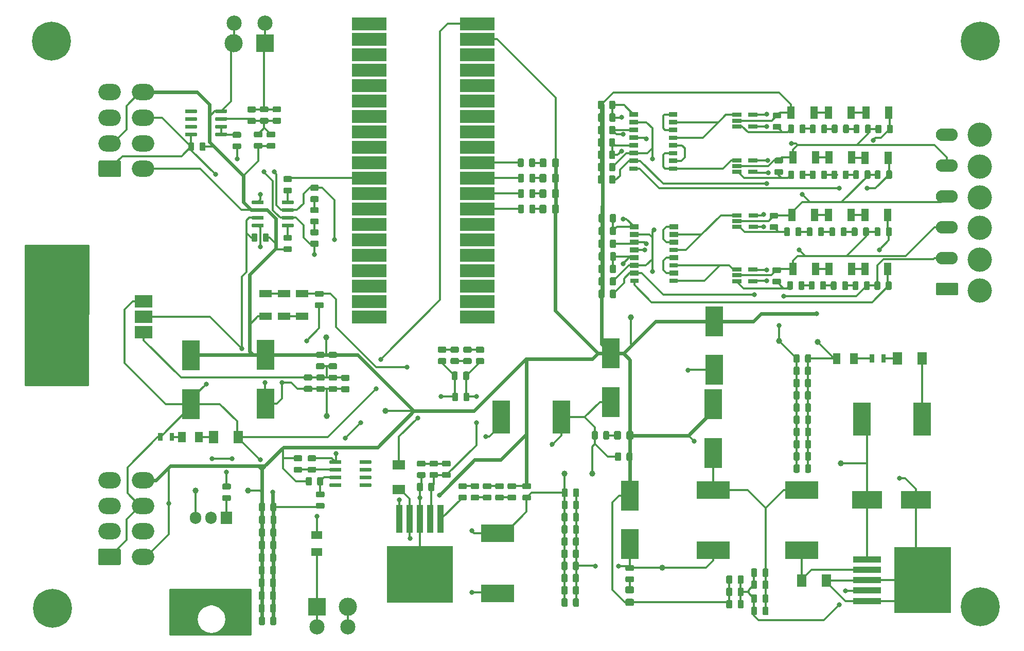
<source format=gbr>
G04 #@! TF.GenerationSoftware,KiCad,Pcbnew,(5.1.5)-3*
G04 #@! TF.CreationDate,2020-09-18T03:23:34-03:00*
G04 #@! TF.ProjectId,Main ECU,4d61696e-2045-4435-952e-6b696361645f,rev?*
G04 #@! TF.SameCoordinates,Original*
G04 #@! TF.FileFunction,Copper,L1,Top*
G04 #@! TF.FilePolarity,Positive*
%FSLAX46Y46*%
G04 Gerber Fmt 4.6, Leading zero omitted, Abs format (unit mm)*
G04 Created by KiCad (PCBNEW (5.1.5)-3) date 2020-09-18 03:23:34*
%MOMM*%
%LPD*%
G04 APERTURE LIST*
%ADD10C,0.300000*%
%ADD11C,0.100000*%
%ADD12O,3.700000X2.700000*%
%ADD13C,1.000000*%
%ADD14C,0.800000*%
%ADD15C,6.400000*%
%ADD16C,2.500000*%
%ADD17C,3.000000*%
%ADD18R,3.000000X3.000000*%
%ADD19O,1.905000X2.000000*%
%ADD20R,1.905000X2.000000*%
%ADD21O,3.600000X2.080000*%
%ADD22C,6.000000*%
%ADD23R,3.000000X2.000000*%
%ADD24R,3.000000X5.000000*%
%ADD25R,1.560000X0.650000*%
%ADD26R,1.400000X0.800000*%
%ADD27R,10.800000X9.400000*%
%ADD28R,1.100000X4.600000*%
%ADD29R,9.400000X10.800000*%
%ADD30R,4.600000X1.100000*%
%ADD31O,1.700000X1.700000*%
%ADD32C,1.700000*%
%ADD33R,1.700000X1.700000*%
%ADD34R,2.900000X5.400000*%
%ADD35R,5.400000X2.900000*%
%ADD36R,1.250000X2.000000*%
%ADD37R,2.000000X1.600000*%
%ADD38R,1.600000X2.000000*%
%ADD39R,2.000000X1.250000*%
%ADD40R,5.000000X3.000000*%
%ADD41C,4.000000*%
%ADD42C,0.600000*%
%ADD43C,0.254000*%
G04 APERTURE END LIST*
D10*
X136574720Y-149149500D02*
X136574720Y-145847500D01*
X131494720Y-149149500D02*
X131494720Y-145847500D01*
X117856000Y-49784000D02*
X117856000Y-53086000D01*
X122936000Y-49784000D02*
X122936000Y-53086000D01*
D11*
G36*
X160614200Y-66164280D02*
G01*
X155026200Y-66164280D01*
X155026200Y-64132280D01*
X160614200Y-64132280D01*
X160614200Y-66164280D01*
G37*
X160614200Y-66164280D02*
X155026200Y-66164280D01*
X155026200Y-64132280D01*
X160614200Y-64132280D01*
X160614200Y-66164280D01*
G36*
X160614200Y-61084280D02*
G01*
X155026200Y-61084280D01*
X155026200Y-59052280D01*
X160614200Y-59052280D01*
X160614200Y-61084280D01*
G37*
X160614200Y-61084280D02*
X155026200Y-61084280D01*
X155026200Y-59052280D01*
X160614200Y-59052280D01*
X160614200Y-61084280D01*
G36*
X160614200Y-86484280D02*
G01*
X155026200Y-86484280D01*
X155026200Y-84452280D01*
X160614200Y-84452280D01*
X160614200Y-86484280D01*
G37*
X160614200Y-86484280D02*
X155026200Y-86484280D01*
X155026200Y-84452280D01*
X160614200Y-84452280D01*
X160614200Y-86484280D01*
G36*
X160614200Y-68704280D02*
G01*
X155026200Y-68704280D01*
X155026200Y-66672280D01*
X160614200Y-66672280D01*
X160614200Y-68704280D01*
G37*
X160614200Y-68704280D02*
X155026200Y-68704280D01*
X155026200Y-66672280D01*
X160614200Y-66672280D01*
X160614200Y-68704280D01*
G36*
X160614200Y-81404280D02*
G01*
X155026200Y-81404280D01*
X155026200Y-79372280D01*
X160614200Y-79372280D01*
X160614200Y-81404280D01*
G37*
X160614200Y-81404280D02*
X155026200Y-81404280D01*
X155026200Y-79372280D01*
X160614200Y-79372280D01*
X160614200Y-81404280D01*
G36*
X160614200Y-83944280D02*
G01*
X155026200Y-83944280D01*
X155026200Y-81912280D01*
X160614200Y-81912280D01*
X160614200Y-83944280D01*
G37*
X160614200Y-83944280D02*
X155026200Y-83944280D01*
X155026200Y-81912280D01*
X160614200Y-81912280D01*
X160614200Y-83944280D01*
G36*
X160614200Y-73784280D02*
G01*
X155026200Y-73784280D01*
X155026200Y-71752280D01*
X160614200Y-71752280D01*
X160614200Y-73784280D01*
G37*
X160614200Y-73784280D02*
X155026200Y-73784280D01*
X155026200Y-71752280D01*
X160614200Y-71752280D01*
X160614200Y-73784280D01*
G36*
X160614200Y-63624280D02*
G01*
X155026200Y-63624280D01*
X155026200Y-61592280D01*
X160614200Y-61592280D01*
X160614200Y-63624280D01*
G37*
X160614200Y-63624280D02*
X155026200Y-63624280D01*
X155026200Y-61592280D01*
X160614200Y-61592280D01*
X160614200Y-63624280D01*
G36*
X160614200Y-71244280D02*
G01*
X155026200Y-71244280D01*
X155026200Y-69212280D01*
X160614200Y-69212280D01*
X160614200Y-71244280D01*
G37*
X160614200Y-71244280D02*
X155026200Y-71244280D01*
X155026200Y-69212280D01*
X160614200Y-69212280D01*
X160614200Y-71244280D01*
G36*
X160614200Y-76324280D02*
G01*
X155026200Y-76324280D01*
X155026200Y-74292280D01*
X160614200Y-74292280D01*
X160614200Y-76324280D01*
G37*
X160614200Y-76324280D02*
X155026200Y-76324280D01*
X155026200Y-74292280D01*
X160614200Y-74292280D01*
X160614200Y-76324280D01*
G36*
X160614200Y-94104280D02*
G01*
X155026200Y-94104280D01*
X155026200Y-92072280D01*
X160614200Y-92072280D01*
X160614200Y-94104280D01*
G37*
X160614200Y-94104280D02*
X155026200Y-94104280D01*
X155026200Y-92072280D01*
X160614200Y-92072280D01*
X160614200Y-94104280D01*
G36*
X160614200Y-89024280D02*
G01*
X155026200Y-89024280D01*
X155026200Y-86992280D01*
X160614200Y-86992280D01*
X160614200Y-89024280D01*
G37*
X160614200Y-89024280D02*
X155026200Y-89024280D01*
X155026200Y-86992280D01*
X160614200Y-86992280D01*
X160614200Y-89024280D01*
G36*
X160614200Y-78864280D02*
G01*
X155026200Y-78864280D01*
X155026200Y-76832280D01*
X160614200Y-76832280D01*
X160614200Y-78864280D01*
G37*
X160614200Y-78864280D02*
X155026200Y-78864280D01*
X155026200Y-76832280D01*
X160614200Y-76832280D01*
X160614200Y-78864280D01*
G36*
X160614200Y-91564280D02*
G01*
X155026200Y-91564280D01*
X155026200Y-89532280D01*
X160614200Y-89532280D01*
X160614200Y-91564280D01*
G37*
X160614200Y-91564280D02*
X155026200Y-91564280D01*
X155026200Y-89532280D01*
X160614200Y-89532280D01*
X160614200Y-91564280D01*
G36*
X160614200Y-99184280D02*
G01*
X155026200Y-99184280D01*
X155026200Y-97152280D01*
X160614200Y-97152280D01*
X160614200Y-99184280D01*
G37*
X160614200Y-99184280D02*
X155026200Y-99184280D01*
X155026200Y-97152280D01*
X160614200Y-97152280D01*
X160614200Y-99184280D01*
G36*
X160614200Y-96644280D02*
G01*
X155026200Y-96644280D01*
X155026200Y-94612280D01*
X160614200Y-94612280D01*
X160614200Y-96644280D01*
G37*
X160614200Y-96644280D02*
X155026200Y-96644280D01*
X155026200Y-94612280D01*
X160614200Y-94612280D01*
X160614200Y-96644280D01*
G36*
X160614200Y-58544280D02*
G01*
X155026200Y-58544280D01*
X155026200Y-56512280D01*
X160614200Y-56512280D01*
X160614200Y-58544280D01*
G37*
X160614200Y-58544280D02*
X155026200Y-58544280D01*
X155026200Y-56512280D01*
X160614200Y-56512280D01*
X160614200Y-58544280D01*
G36*
X160614200Y-56004280D02*
G01*
X155026200Y-56004280D01*
X155026200Y-53972280D01*
X160614200Y-53972280D01*
X160614200Y-56004280D01*
G37*
X160614200Y-56004280D02*
X155026200Y-56004280D01*
X155026200Y-53972280D01*
X160614200Y-53972280D01*
X160614200Y-56004280D01*
G36*
X160614200Y-53464280D02*
G01*
X155026200Y-53464280D01*
X155026200Y-51432280D01*
X160614200Y-51432280D01*
X160614200Y-53464280D01*
G37*
X160614200Y-53464280D02*
X155026200Y-53464280D01*
X155026200Y-51432280D01*
X160614200Y-51432280D01*
X160614200Y-53464280D01*
G36*
X160614200Y-50924280D02*
G01*
X155026200Y-50924280D01*
X155026200Y-48892280D01*
X160614200Y-48892280D01*
X160614200Y-50924280D01*
G37*
X160614200Y-50924280D02*
X155026200Y-50924280D01*
X155026200Y-48892280D01*
X160614200Y-48892280D01*
X160614200Y-50924280D01*
G36*
X142834200Y-56004280D02*
G01*
X137246200Y-56004280D01*
X137246200Y-53972280D01*
X142834200Y-53972280D01*
X142834200Y-56004280D01*
G37*
X142834200Y-56004280D02*
X137246200Y-56004280D01*
X137246200Y-53972280D01*
X142834200Y-53972280D01*
X142834200Y-56004280D01*
G36*
X142834200Y-50924280D02*
G01*
X137246200Y-50924280D01*
X137246200Y-48892280D01*
X142834200Y-48892280D01*
X142834200Y-50924280D01*
G37*
X142834200Y-50924280D02*
X137246200Y-50924280D01*
X137246200Y-48892280D01*
X142834200Y-48892280D01*
X142834200Y-50924280D01*
G36*
X142834200Y-58544280D02*
G01*
X137246200Y-58544280D01*
X137246200Y-56512280D01*
X142834200Y-56512280D01*
X142834200Y-58544280D01*
G37*
X142834200Y-58544280D02*
X137246200Y-58544280D01*
X137246200Y-56512280D01*
X142834200Y-56512280D01*
X142834200Y-58544280D01*
G36*
X142834200Y-53464280D02*
G01*
X137246200Y-53464280D01*
X137246200Y-51432280D01*
X142834200Y-51432280D01*
X142834200Y-53464280D01*
G37*
X142834200Y-53464280D02*
X137246200Y-53464280D01*
X137246200Y-51432280D01*
X142834200Y-51432280D01*
X142834200Y-53464280D01*
G36*
X142834200Y-61084280D02*
G01*
X137246200Y-61084280D01*
X137246200Y-59052280D01*
X142834200Y-59052280D01*
X142834200Y-61084280D01*
G37*
X142834200Y-61084280D02*
X137246200Y-61084280D01*
X137246200Y-59052280D01*
X142834200Y-59052280D01*
X142834200Y-61084280D01*
G36*
X142834200Y-68704280D02*
G01*
X137246200Y-68704280D01*
X137246200Y-66672280D01*
X142834200Y-66672280D01*
X142834200Y-68704280D01*
G37*
X142834200Y-68704280D02*
X137246200Y-68704280D01*
X137246200Y-66672280D01*
X142834200Y-66672280D01*
X142834200Y-68704280D01*
G36*
X142834200Y-63624280D02*
G01*
X137246200Y-63624280D01*
X137246200Y-61592280D01*
X142834200Y-61592280D01*
X142834200Y-63624280D01*
G37*
X142834200Y-63624280D02*
X137246200Y-63624280D01*
X137246200Y-61592280D01*
X142834200Y-61592280D01*
X142834200Y-63624280D01*
G36*
X142834200Y-66164280D02*
G01*
X137246200Y-66164280D01*
X137246200Y-64132280D01*
X142834200Y-64132280D01*
X142834200Y-66164280D01*
G37*
X142834200Y-66164280D02*
X137246200Y-66164280D01*
X137246200Y-64132280D01*
X142834200Y-64132280D01*
X142834200Y-66164280D01*
G36*
X142834200Y-73784280D02*
G01*
X137246200Y-73784280D01*
X137246200Y-71752280D01*
X142834200Y-71752280D01*
X142834200Y-73784280D01*
G37*
X142834200Y-73784280D02*
X137246200Y-73784280D01*
X137246200Y-71752280D01*
X142834200Y-71752280D01*
X142834200Y-73784280D01*
G36*
X142834200Y-71244280D02*
G01*
X137246200Y-71244280D01*
X137246200Y-69212280D01*
X142834200Y-69212280D01*
X142834200Y-71244280D01*
G37*
X142834200Y-71244280D02*
X137246200Y-71244280D01*
X137246200Y-69212280D01*
X142834200Y-69212280D01*
X142834200Y-71244280D01*
G36*
X142834200Y-78864280D02*
G01*
X137246200Y-78864280D01*
X137246200Y-76832280D01*
X142834200Y-76832280D01*
X142834200Y-78864280D01*
G37*
X142834200Y-78864280D02*
X137246200Y-78864280D01*
X137246200Y-76832280D01*
X142834200Y-76832280D01*
X142834200Y-78864280D01*
G36*
X142834200Y-76324280D02*
G01*
X137246200Y-76324280D01*
X137246200Y-74292280D01*
X142834200Y-74292280D01*
X142834200Y-76324280D01*
G37*
X142834200Y-76324280D02*
X137246200Y-76324280D01*
X137246200Y-74292280D01*
X142834200Y-74292280D01*
X142834200Y-76324280D01*
G36*
X142834200Y-83944280D02*
G01*
X137246200Y-83944280D01*
X137246200Y-81912280D01*
X142834200Y-81912280D01*
X142834200Y-83944280D01*
G37*
X142834200Y-83944280D02*
X137246200Y-83944280D01*
X137246200Y-81912280D01*
X142834200Y-81912280D01*
X142834200Y-83944280D01*
G36*
X142834200Y-81404280D02*
G01*
X137246200Y-81404280D01*
X137246200Y-79372280D01*
X142834200Y-79372280D01*
X142834200Y-81404280D01*
G37*
X142834200Y-81404280D02*
X137246200Y-81404280D01*
X137246200Y-79372280D01*
X142834200Y-79372280D01*
X142834200Y-81404280D01*
G36*
X142834200Y-89024280D02*
G01*
X137246200Y-89024280D01*
X137246200Y-86992280D01*
X142834200Y-86992280D01*
X142834200Y-89024280D01*
G37*
X142834200Y-89024280D02*
X137246200Y-89024280D01*
X137246200Y-86992280D01*
X142834200Y-86992280D01*
X142834200Y-89024280D01*
G36*
X142834200Y-86484280D02*
G01*
X137246200Y-86484280D01*
X137246200Y-84452280D01*
X142834200Y-84452280D01*
X142834200Y-86484280D01*
G37*
X142834200Y-86484280D02*
X137246200Y-86484280D01*
X137246200Y-84452280D01*
X142834200Y-84452280D01*
X142834200Y-86484280D01*
G36*
X142834200Y-94104280D02*
G01*
X137246200Y-94104280D01*
X137246200Y-92072280D01*
X142834200Y-92072280D01*
X142834200Y-94104280D01*
G37*
X142834200Y-94104280D02*
X137246200Y-94104280D01*
X137246200Y-92072280D01*
X142834200Y-92072280D01*
X142834200Y-94104280D01*
G36*
X142834200Y-91564280D02*
G01*
X137246200Y-91564280D01*
X137246200Y-89532280D01*
X142834200Y-89532280D01*
X142834200Y-91564280D01*
G37*
X142834200Y-91564280D02*
X137246200Y-91564280D01*
X137246200Y-89532280D01*
X142834200Y-89532280D01*
X142834200Y-91564280D01*
G36*
X142834200Y-96644280D02*
G01*
X137246200Y-96644280D01*
X137246200Y-94612280D01*
X142834200Y-94612280D01*
X142834200Y-96644280D01*
G37*
X142834200Y-96644280D02*
X137246200Y-96644280D01*
X137246200Y-94612280D01*
X142834200Y-94612280D01*
X142834200Y-96644280D01*
G36*
X142834200Y-99184280D02*
G01*
X137246200Y-99184280D01*
X137246200Y-97152280D01*
X142834200Y-97152280D01*
X142834200Y-99184280D01*
G37*
X142834200Y-99184280D02*
X137246200Y-99184280D01*
X137246200Y-97152280D01*
X142834200Y-97152280D01*
X142834200Y-99184280D01*
D12*
X102934400Y-61161600D03*
X102934400Y-65361600D03*
X102934400Y-69561600D03*
X102934400Y-73761600D03*
X97434400Y-61161600D03*
X97434400Y-65361600D03*
X97434400Y-69561600D03*
G04 #@! TA.AperFunction,ComponentPad*
D11*
G36*
X99058903Y-72412804D02*
G01*
X99083172Y-72416404D01*
X99106970Y-72422365D01*
X99130070Y-72430630D01*
X99152249Y-72441120D01*
X99173292Y-72453733D01*
X99192998Y-72468348D01*
X99211176Y-72484824D01*
X99227652Y-72503002D01*
X99242267Y-72522708D01*
X99254880Y-72543751D01*
X99265370Y-72565930D01*
X99273635Y-72589030D01*
X99279596Y-72612828D01*
X99283196Y-72637097D01*
X99284400Y-72661601D01*
X99284400Y-74861599D01*
X99283196Y-74886103D01*
X99279596Y-74910372D01*
X99273635Y-74934170D01*
X99265370Y-74957270D01*
X99254880Y-74979449D01*
X99242267Y-75000492D01*
X99227652Y-75020198D01*
X99211176Y-75038376D01*
X99192998Y-75054852D01*
X99173292Y-75069467D01*
X99152249Y-75082080D01*
X99130070Y-75092570D01*
X99106970Y-75100835D01*
X99083172Y-75106796D01*
X99058903Y-75110396D01*
X99034399Y-75111600D01*
X95834401Y-75111600D01*
X95809897Y-75110396D01*
X95785628Y-75106796D01*
X95761830Y-75100835D01*
X95738730Y-75092570D01*
X95716551Y-75082080D01*
X95695508Y-75069467D01*
X95675802Y-75054852D01*
X95657624Y-75038376D01*
X95641148Y-75020198D01*
X95626533Y-75000492D01*
X95613920Y-74979449D01*
X95603430Y-74957270D01*
X95595165Y-74934170D01*
X95589204Y-74910372D01*
X95585604Y-74886103D01*
X95584400Y-74861599D01*
X95584400Y-72661601D01*
X95585604Y-72637097D01*
X95589204Y-72612828D01*
X95595165Y-72589030D01*
X95603430Y-72565930D01*
X95613920Y-72543751D01*
X95626533Y-72522708D01*
X95641148Y-72503002D01*
X95657624Y-72484824D01*
X95675802Y-72468348D01*
X95695508Y-72453733D01*
X95716551Y-72441120D01*
X95738730Y-72430630D01*
X95761830Y-72422365D01*
X95785628Y-72416404D01*
X95809897Y-72412804D01*
X95834401Y-72411600D01*
X99034399Y-72411600D01*
X99058903Y-72412804D01*
G37*
G04 #@! TD.AperFunction*
D12*
X102883600Y-125068000D03*
X102883600Y-129268000D03*
X102883600Y-133468000D03*
X102883600Y-137668000D03*
X97383600Y-125068000D03*
X97383600Y-129268000D03*
X97383600Y-133468000D03*
G04 #@! TA.AperFunction,ComponentPad*
D11*
G36*
X99008103Y-136319204D02*
G01*
X99032372Y-136322804D01*
X99056170Y-136328765D01*
X99079270Y-136337030D01*
X99101449Y-136347520D01*
X99122492Y-136360133D01*
X99142198Y-136374748D01*
X99160376Y-136391224D01*
X99176852Y-136409402D01*
X99191467Y-136429108D01*
X99204080Y-136450151D01*
X99214570Y-136472330D01*
X99222835Y-136495430D01*
X99228796Y-136519228D01*
X99232396Y-136543497D01*
X99233600Y-136568001D01*
X99233600Y-138767999D01*
X99232396Y-138792503D01*
X99228796Y-138816772D01*
X99222835Y-138840570D01*
X99214570Y-138863670D01*
X99204080Y-138885849D01*
X99191467Y-138906892D01*
X99176852Y-138926598D01*
X99160376Y-138944776D01*
X99142198Y-138961252D01*
X99122492Y-138975867D01*
X99101449Y-138988480D01*
X99079270Y-138998970D01*
X99056170Y-139007235D01*
X99032372Y-139013196D01*
X99008103Y-139016796D01*
X98983599Y-139018000D01*
X95783601Y-139018000D01*
X95759097Y-139016796D01*
X95734828Y-139013196D01*
X95711030Y-139007235D01*
X95687930Y-138998970D01*
X95665751Y-138988480D01*
X95644708Y-138975867D01*
X95625002Y-138961252D01*
X95606824Y-138944776D01*
X95590348Y-138926598D01*
X95575733Y-138906892D01*
X95563120Y-138885849D01*
X95552630Y-138863670D01*
X95544365Y-138840570D01*
X95538404Y-138816772D01*
X95534804Y-138792503D01*
X95533600Y-138767999D01*
X95533600Y-136568001D01*
X95534804Y-136543497D01*
X95538404Y-136519228D01*
X95544365Y-136495430D01*
X95552630Y-136472330D01*
X95563120Y-136450151D01*
X95575733Y-136429108D01*
X95590348Y-136409402D01*
X95606824Y-136391224D01*
X95625002Y-136374748D01*
X95644708Y-136360133D01*
X95665751Y-136347520D01*
X95687930Y-136337030D01*
X95711030Y-136328765D01*
X95734828Y-136322804D01*
X95759097Y-136319204D01*
X95783601Y-136318000D01*
X98983599Y-136318000D01*
X99008103Y-136319204D01*
G37*
G04 #@! TD.AperFunction*
D13*
X183154320Y-98242120D03*
X142773400Y-113659920D03*
G04 #@! TA.AperFunction,SMDPad,CuDef*
D11*
G36*
X224401400Y-105653380D02*
G01*
X224401400Y-104353380D01*
X225101400Y-104353380D01*
X225101400Y-105653380D01*
X224401400Y-105653380D01*
G37*
G04 #@! TD.AperFunction*
G04 #@! TA.AperFunction,SMDPad,CuDef*
G36*
X222496400Y-105653380D02*
G01*
X222496400Y-104353380D01*
X223196400Y-104353380D01*
X223196400Y-105653380D01*
X222496400Y-105653380D01*
G37*
G04 #@! TD.AperFunction*
G04 #@! TA.AperFunction,SMDPad,CuDef*
G36*
X107308280Y-118576780D02*
G01*
X107308280Y-117276780D01*
X108008280Y-117276780D01*
X108008280Y-118576780D01*
X107308280Y-118576780D01*
G37*
G04 #@! TD.AperFunction*
G04 #@! TA.AperFunction,SMDPad,CuDef*
G36*
X105403280Y-118576780D02*
G01*
X105403280Y-117276780D01*
X106103280Y-117276780D01*
X106103280Y-118576780D01*
X105403280Y-118576780D01*
G37*
G04 #@! TD.AperFunction*
G04 #@! TA.AperFunction,SMDPad,CuDef*
G36*
X130628620Y-136249140D02*
G01*
X132378620Y-136249140D01*
X132378620Y-137499140D01*
X130628620Y-137499140D01*
X130628620Y-136249140D01*
G37*
G04 #@! TD.AperFunction*
G04 #@! TA.AperFunction,SMDPad,CuDef*
G36*
X130628620Y-133449140D02*
G01*
X132378620Y-133449140D01*
X132378620Y-134699140D01*
X130628620Y-134699140D01*
X130628620Y-133449140D01*
G37*
G04 #@! TD.AperFunction*
G04 #@! TA.AperFunction,SMDPad,CuDef*
G36*
X217674660Y-104138540D02*
G01*
X217674660Y-105888540D01*
X216424660Y-105888540D01*
X216424660Y-104138540D01*
X217674660Y-104138540D01*
G37*
G04 #@! TD.AperFunction*
G04 #@! TA.AperFunction,SMDPad,CuDef*
G36*
X220474660Y-104138540D02*
G01*
X220474660Y-105888540D01*
X219224660Y-105888540D01*
X219224660Y-104138540D01*
X220474660Y-104138540D01*
G37*
G04 #@! TD.AperFunction*
G04 #@! TA.AperFunction,SMDPad,CuDef*
G36*
X111090142Y-69405174D02*
G01*
X111113803Y-69408684D01*
X111137007Y-69414496D01*
X111159529Y-69422554D01*
X111181153Y-69432782D01*
X111201670Y-69445079D01*
X111220883Y-69459329D01*
X111238607Y-69475393D01*
X111254671Y-69493117D01*
X111268921Y-69512330D01*
X111281218Y-69532847D01*
X111291446Y-69554471D01*
X111299504Y-69576993D01*
X111305316Y-69600197D01*
X111308826Y-69623858D01*
X111310000Y-69647750D01*
X111310000Y-70560250D01*
X111308826Y-70584142D01*
X111305316Y-70607803D01*
X111299504Y-70631007D01*
X111291446Y-70653529D01*
X111281218Y-70675153D01*
X111268921Y-70695670D01*
X111254671Y-70714883D01*
X111238607Y-70732607D01*
X111220883Y-70748671D01*
X111201670Y-70762921D01*
X111181153Y-70775218D01*
X111159529Y-70785446D01*
X111137007Y-70793504D01*
X111113803Y-70799316D01*
X111090142Y-70802826D01*
X111066250Y-70804000D01*
X110578750Y-70804000D01*
X110554858Y-70802826D01*
X110531197Y-70799316D01*
X110507993Y-70793504D01*
X110485471Y-70785446D01*
X110463847Y-70775218D01*
X110443330Y-70762921D01*
X110424117Y-70748671D01*
X110406393Y-70732607D01*
X110390329Y-70714883D01*
X110376079Y-70695670D01*
X110363782Y-70675153D01*
X110353554Y-70653529D01*
X110345496Y-70631007D01*
X110339684Y-70607803D01*
X110336174Y-70584142D01*
X110335000Y-70560250D01*
X110335000Y-69647750D01*
X110336174Y-69623858D01*
X110339684Y-69600197D01*
X110345496Y-69576993D01*
X110353554Y-69554471D01*
X110363782Y-69532847D01*
X110376079Y-69512330D01*
X110390329Y-69493117D01*
X110406393Y-69475393D01*
X110424117Y-69459329D01*
X110443330Y-69445079D01*
X110463847Y-69432782D01*
X110485471Y-69422554D01*
X110507993Y-69414496D01*
X110531197Y-69408684D01*
X110554858Y-69405174D01*
X110578750Y-69404000D01*
X111066250Y-69404000D01*
X111090142Y-69405174D01*
G37*
G04 #@! TD.AperFunction*
G04 #@! TA.AperFunction,SMDPad,CuDef*
G36*
X112965142Y-69405174D02*
G01*
X112988803Y-69408684D01*
X113012007Y-69414496D01*
X113034529Y-69422554D01*
X113056153Y-69432782D01*
X113076670Y-69445079D01*
X113095883Y-69459329D01*
X113113607Y-69475393D01*
X113129671Y-69493117D01*
X113143921Y-69512330D01*
X113156218Y-69532847D01*
X113166446Y-69554471D01*
X113174504Y-69576993D01*
X113180316Y-69600197D01*
X113183826Y-69623858D01*
X113185000Y-69647750D01*
X113185000Y-70560250D01*
X113183826Y-70584142D01*
X113180316Y-70607803D01*
X113174504Y-70631007D01*
X113166446Y-70653529D01*
X113156218Y-70675153D01*
X113143921Y-70695670D01*
X113129671Y-70714883D01*
X113113607Y-70732607D01*
X113095883Y-70748671D01*
X113076670Y-70762921D01*
X113056153Y-70775218D01*
X113034529Y-70785446D01*
X113012007Y-70793504D01*
X112988803Y-70799316D01*
X112965142Y-70802826D01*
X112941250Y-70804000D01*
X112453750Y-70804000D01*
X112429858Y-70802826D01*
X112406197Y-70799316D01*
X112382993Y-70793504D01*
X112360471Y-70785446D01*
X112338847Y-70775218D01*
X112318330Y-70762921D01*
X112299117Y-70748671D01*
X112281393Y-70732607D01*
X112265329Y-70714883D01*
X112251079Y-70695670D01*
X112238782Y-70675153D01*
X112228554Y-70653529D01*
X112220496Y-70631007D01*
X112214684Y-70607803D01*
X112211174Y-70584142D01*
X112210000Y-70560250D01*
X112210000Y-69647750D01*
X112211174Y-69623858D01*
X112214684Y-69600197D01*
X112220496Y-69576993D01*
X112228554Y-69554471D01*
X112238782Y-69532847D01*
X112251079Y-69512330D01*
X112265329Y-69493117D01*
X112281393Y-69475393D01*
X112299117Y-69459329D01*
X112318330Y-69445079D01*
X112338847Y-69432782D01*
X112360471Y-69422554D01*
X112382993Y-69414496D01*
X112406197Y-69408684D01*
X112429858Y-69405174D01*
X112453750Y-69404000D01*
X112941250Y-69404000D01*
X112965142Y-69405174D01*
G37*
G04 #@! TD.AperFunction*
G04 #@! TA.AperFunction,SMDPad,CuDef*
G36*
X123379142Y-84391174D02*
G01*
X123402803Y-84394684D01*
X123426007Y-84400496D01*
X123448529Y-84408554D01*
X123470153Y-84418782D01*
X123490670Y-84431079D01*
X123509883Y-84445329D01*
X123527607Y-84461393D01*
X123543671Y-84479117D01*
X123557921Y-84498330D01*
X123570218Y-84518847D01*
X123580446Y-84540471D01*
X123588504Y-84562993D01*
X123594316Y-84586197D01*
X123597826Y-84609858D01*
X123599000Y-84633750D01*
X123599000Y-85546250D01*
X123597826Y-85570142D01*
X123594316Y-85593803D01*
X123588504Y-85617007D01*
X123580446Y-85639529D01*
X123570218Y-85661153D01*
X123557921Y-85681670D01*
X123543671Y-85700883D01*
X123527607Y-85718607D01*
X123509883Y-85734671D01*
X123490670Y-85748921D01*
X123470153Y-85761218D01*
X123448529Y-85771446D01*
X123426007Y-85779504D01*
X123402803Y-85785316D01*
X123379142Y-85788826D01*
X123355250Y-85790000D01*
X122867750Y-85790000D01*
X122843858Y-85788826D01*
X122820197Y-85785316D01*
X122796993Y-85779504D01*
X122774471Y-85771446D01*
X122752847Y-85761218D01*
X122732330Y-85748921D01*
X122713117Y-85734671D01*
X122695393Y-85718607D01*
X122679329Y-85700883D01*
X122665079Y-85681670D01*
X122652782Y-85661153D01*
X122642554Y-85639529D01*
X122634496Y-85617007D01*
X122628684Y-85593803D01*
X122625174Y-85570142D01*
X122624000Y-85546250D01*
X122624000Y-84633750D01*
X122625174Y-84609858D01*
X122628684Y-84586197D01*
X122634496Y-84562993D01*
X122642554Y-84540471D01*
X122652782Y-84518847D01*
X122665079Y-84498330D01*
X122679329Y-84479117D01*
X122695393Y-84461393D01*
X122713117Y-84445329D01*
X122732330Y-84431079D01*
X122752847Y-84418782D01*
X122774471Y-84408554D01*
X122796993Y-84400496D01*
X122820197Y-84394684D01*
X122843858Y-84391174D01*
X122867750Y-84390000D01*
X123355250Y-84390000D01*
X123379142Y-84391174D01*
G37*
G04 #@! TD.AperFunction*
G04 #@! TA.AperFunction,SMDPad,CuDef*
G36*
X121504142Y-84391174D02*
G01*
X121527803Y-84394684D01*
X121551007Y-84400496D01*
X121573529Y-84408554D01*
X121595153Y-84418782D01*
X121615670Y-84431079D01*
X121634883Y-84445329D01*
X121652607Y-84461393D01*
X121668671Y-84479117D01*
X121682921Y-84498330D01*
X121695218Y-84518847D01*
X121705446Y-84540471D01*
X121713504Y-84562993D01*
X121719316Y-84586197D01*
X121722826Y-84609858D01*
X121724000Y-84633750D01*
X121724000Y-85546250D01*
X121722826Y-85570142D01*
X121719316Y-85593803D01*
X121713504Y-85617007D01*
X121705446Y-85639529D01*
X121695218Y-85661153D01*
X121682921Y-85681670D01*
X121668671Y-85700883D01*
X121652607Y-85718607D01*
X121634883Y-85734671D01*
X121615670Y-85748921D01*
X121595153Y-85761218D01*
X121573529Y-85771446D01*
X121551007Y-85779504D01*
X121527803Y-85785316D01*
X121504142Y-85788826D01*
X121480250Y-85790000D01*
X120992750Y-85790000D01*
X120968858Y-85788826D01*
X120945197Y-85785316D01*
X120921993Y-85779504D01*
X120899471Y-85771446D01*
X120877847Y-85761218D01*
X120857330Y-85748921D01*
X120838117Y-85734671D01*
X120820393Y-85718607D01*
X120804329Y-85700883D01*
X120790079Y-85681670D01*
X120777782Y-85661153D01*
X120767554Y-85639529D01*
X120759496Y-85617007D01*
X120753684Y-85593803D01*
X120750174Y-85570142D01*
X120749000Y-85546250D01*
X120749000Y-84633750D01*
X120750174Y-84609858D01*
X120753684Y-84586197D01*
X120759496Y-84562993D01*
X120767554Y-84540471D01*
X120777782Y-84518847D01*
X120790079Y-84498330D01*
X120804329Y-84479117D01*
X120820393Y-84461393D01*
X120838117Y-84445329D01*
X120857330Y-84431079D01*
X120877847Y-84418782D01*
X120899471Y-84408554D01*
X120921993Y-84400496D01*
X120945197Y-84394684D01*
X120968858Y-84391174D01*
X120992750Y-84390000D01*
X121480250Y-84390000D01*
X121504142Y-84391174D01*
G37*
G04 #@! TD.AperFunction*
D14*
X242399637Y-51086945D03*
X240702581Y-50384001D03*
X239005525Y-51086945D03*
X238302581Y-52784001D03*
X239005525Y-54481057D03*
X240702581Y-55184001D03*
X242399637Y-54481057D03*
X243102581Y-52784001D03*
D15*
X240702581Y-52784001D03*
D16*
X136574720Y-149149500D03*
X131494720Y-149149500D03*
D17*
X136621720Y-145847500D03*
D18*
X131494720Y-145847500D03*
D14*
X242397056Y-144202944D03*
X240700000Y-143500000D03*
X239002944Y-144202944D03*
X238300000Y-145900000D03*
X239002944Y-147597056D03*
X240700000Y-148300000D03*
X242397056Y-147597056D03*
X243100000Y-145900000D03*
D15*
X240700000Y-145900000D03*
D14*
X89672037Y-144406945D03*
X87974981Y-143704001D03*
X86277925Y-144406945D03*
X85574981Y-146104001D03*
X86277925Y-147801057D03*
X87974981Y-148504001D03*
X89672037Y-147801057D03*
X90374981Y-146104001D03*
D15*
X87974981Y-146104001D03*
D14*
X89567037Y-51066945D03*
X87869981Y-50364001D03*
X86172925Y-51066945D03*
X85469981Y-52764001D03*
X86172925Y-54461057D03*
X87869981Y-55164001D03*
X89567037Y-54461057D03*
X90269981Y-52764001D03*
D15*
X87869981Y-52764001D03*
D19*
X111576900Y-131228020D03*
X114116900Y-131228020D03*
D20*
X116656900Y-131228020D03*
D16*
X117856000Y-49784000D03*
X122936000Y-49784000D03*
D17*
X117809000Y-53086000D03*
D18*
X122936000Y-53086000D03*
D13*
X133082960Y-101546280D03*
X133115980Y-114490120D03*
D21*
X235200000Y-68150000D03*
X235200000Y-73230000D03*
X235200000Y-78310000D03*
X235200000Y-83390000D03*
X235200000Y-88470000D03*
G04 #@! TA.AperFunction,ComponentPad*
D11*
G36*
X236774505Y-92511204D02*
G01*
X236798773Y-92514804D01*
X236822572Y-92520765D01*
X236845671Y-92529030D01*
X236867850Y-92539520D01*
X236888893Y-92552132D01*
X236908599Y-92566747D01*
X236926777Y-92583223D01*
X236943253Y-92601401D01*
X236957868Y-92621107D01*
X236970480Y-92642150D01*
X236980970Y-92664329D01*
X236989235Y-92687428D01*
X236995196Y-92711227D01*
X236998796Y-92735495D01*
X237000000Y-92759999D01*
X237000000Y-94340001D01*
X236998796Y-94364505D01*
X236995196Y-94388773D01*
X236989235Y-94412572D01*
X236980970Y-94435671D01*
X236970480Y-94457850D01*
X236957868Y-94478893D01*
X236943253Y-94498599D01*
X236926777Y-94516777D01*
X236908599Y-94533253D01*
X236888893Y-94547868D01*
X236867850Y-94560480D01*
X236845671Y-94570970D01*
X236822572Y-94579235D01*
X236798773Y-94585196D01*
X236774505Y-94588796D01*
X236750001Y-94590000D01*
X233649999Y-94590000D01*
X233625495Y-94588796D01*
X233601227Y-94585196D01*
X233577428Y-94579235D01*
X233554329Y-94570970D01*
X233532150Y-94560480D01*
X233511107Y-94547868D01*
X233491401Y-94533253D01*
X233473223Y-94516777D01*
X233456747Y-94498599D01*
X233442132Y-94478893D01*
X233429520Y-94457850D01*
X233419030Y-94435671D01*
X233410765Y-94412572D01*
X233404804Y-94388773D01*
X233401204Y-94364505D01*
X233400000Y-94340001D01*
X233400000Y-92759999D01*
X233401204Y-92735495D01*
X233404804Y-92711227D01*
X233410765Y-92687428D01*
X233419030Y-92664329D01*
X233429520Y-92642150D01*
X233442132Y-92621107D01*
X233456747Y-92601401D01*
X233473223Y-92583223D01*
X233491401Y-92566747D01*
X233511107Y-92552132D01*
X233532150Y-92539520D01*
X233554329Y-92529030D01*
X233577428Y-92520765D01*
X233601227Y-92514804D01*
X233625495Y-92511204D01*
X233649999Y-92510000D01*
X236750001Y-92510000D01*
X236774505Y-92511204D01*
G37*
G04 #@! TD.AperFunction*
G04 #@! TA.AperFunction,SMDPad,CuDef*
G36*
X140336083Y-121737342D02*
G01*
X140350644Y-121739502D01*
X140364923Y-121743079D01*
X140378783Y-121748038D01*
X140392090Y-121754332D01*
X140404716Y-121761900D01*
X140416539Y-121770668D01*
X140427446Y-121780554D01*
X140437332Y-121791461D01*
X140446100Y-121803284D01*
X140453668Y-121815910D01*
X140459962Y-121829217D01*
X140464921Y-121843077D01*
X140468498Y-121857356D01*
X140470658Y-121871917D01*
X140471380Y-121886620D01*
X140471380Y-122186620D01*
X140470658Y-122201323D01*
X140468498Y-122215884D01*
X140464921Y-122230163D01*
X140459962Y-122244023D01*
X140453668Y-122257330D01*
X140446100Y-122269956D01*
X140437332Y-122281779D01*
X140427446Y-122292686D01*
X140416539Y-122302572D01*
X140404716Y-122311340D01*
X140392090Y-122318908D01*
X140378783Y-122325202D01*
X140364923Y-122330161D01*
X140350644Y-122333738D01*
X140336083Y-122335898D01*
X140321380Y-122336620D01*
X138671380Y-122336620D01*
X138656677Y-122335898D01*
X138642116Y-122333738D01*
X138627837Y-122330161D01*
X138613977Y-122325202D01*
X138600670Y-122318908D01*
X138588044Y-122311340D01*
X138576221Y-122302572D01*
X138565314Y-122292686D01*
X138555428Y-122281779D01*
X138546660Y-122269956D01*
X138539092Y-122257330D01*
X138532798Y-122244023D01*
X138527839Y-122230163D01*
X138524262Y-122215884D01*
X138522102Y-122201323D01*
X138521380Y-122186620D01*
X138521380Y-121886620D01*
X138522102Y-121871917D01*
X138524262Y-121857356D01*
X138527839Y-121843077D01*
X138532798Y-121829217D01*
X138539092Y-121815910D01*
X138546660Y-121803284D01*
X138555428Y-121791461D01*
X138565314Y-121780554D01*
X138576221Y-121770668D01*
X138588044Y-121761900D01*
X138600670Y-121754332D01*
X138613977Y-121748038D01*
X138627837Y-121743079D01*
X138642116Y-121739502D01*
X138656677Y-121737342D01*
X138671380Y-121736620D01*
X140321380Y-121736620D01*
X140336083Y-121737342D01*
G37*
G04 #@! TD.AperFunction*
G04 #@! TA.AperFunction,SMDPad,CuDef*
G36*
X140336083Y-123007342D02*
G01*
X140350644Y-123009502D01*
X140364923Y-123013079D01*
X140378783Y-123018038D01*
X140392090Y-123024332D01*
X140404716Y-123031900D01*
X140416539Y-123040668D01*
X140427446Y-123050554D01*
X140437332Y-123061461D01*
X140446100Y-123073284D01*
X140453668Y-123085910D01*
X140459962Y-123099217D01*
X140464921Y-123113077D01*
X140468498Y-123127356D01*
X140470658Y-123141917D01*
X140471380Y-123156620D01*
X140471380Y-123456620D01*
X140470658Y-123471323D01*
X140468498Y-123485884D01*
X140464921Y-123500163D01*
X140459962Y-123514023D01*
X140453668Y-123527330D01*
X140446100Y-123539956D01*
X140437332Y-123551779D01*
X140427446Y-123562686D01*
X140416539Y-123572572D01*
X140404716Y-123581340D01*
X140392090Y-123588908D01*
X140378783Y-123595202D01*
X140364923Y-123600161D01*
X140350644Y-123603738D01*
X140336083Y-123605898D01*
X140321380Y-123606620D01*
X138671380Y-123606620D01*
X138656677Y-123605898D01*
X138642116Y-123603738D01*
X138627837Y-123600161D01*
X138613977Y-123595202D01*
X138600670Y-123588908D01*
X138588044Y-123581340D01*
X138576221Y-123572572D01*
X138565314Y-123562686D01*
X138555428Y-123551779D01*
X138546660Y-123539956D01*
X138539092Y-123527330D01*
X138532798Y-123514023D01*
X138527839Y-123500163D01*
X138524262Y-123485884D01*
X138522102Y-123471323D01*
X138521380Y-123456620D01*
X138521380Y-123156620D01*
X138522102Y-123141917D01*
X138524262Y-123127356D01*
X138527839Y-123113077D01*
X138532798Y-123099217D01*
X138539092Y-123085910D01*
X138546660Y-123073284D01*
X138555428Y-123061461D01*
X138565314Y-123050554D01*
X138576221Y-123040668D01*
X138588044Y-123031900D01*
X138600670Y-123024332D01*
X138613977Y-123018038D01*
X138627837Y-123013079D01*
X138642116Y-123009502D01*
X138656677Y-123007342D01*
X138671380Y-123006620D01*
X140321380Y-123006620D01*
X140336083Y-123007342D01*
G37*
G04 #@! TD.AperFunction*
G04 #@! TA.AperFunction,SMDPad,CuDef*
G36*
X140336083Y-124277342D02*
G01*
X140350644Y-124279502D01*
X140364923Y-124283079D01*
X140378783Y-124288038D01*
X140392090Y-124294332D01*
X140404716Y-124301900D01*
X140416539Y-124310668D01*
X140427446Y-124320554D01*
X140437332Y-124331461D01*
X140446100Y-124343284D01*
X140453668Y-124355910D01*
X140459962Y-124369217D01*
X140464921Y-124383077D01*
X140468498Y-124397356D01*
X140470658Y-124411917D01*
X140471380Y-124426620D01*
X140471380Y-124726620D01*
X140470658Y-124741323D01*
X140468498Y-124755884D01*
X140464921Y-124770163D01*
X140459962Y-124784023D01*
X140453668Y-124797330D01*
X140446100Y-124809956D01*
X140437332Y-124821779D01*
X140427446Y-124832686D01*
X140416539Y-124842572D01*
X140404716Y-124851340D01*
X140392090Y-124858908D01*
X140378783Y-124865202D01*
X140364923Y-124870161D01*
X140350644Y-124873738D01*
X140336083Y-124875898D01*
X140321380Y-124876620D01*
X138671380Y-124876620D01*
X138656677Y-124875898D01*
X138642116Y-124873738D01*
X138627837Y-124870161D01*
X138613977Y-124865202D01*
X138600670Y-124858908D01*
X138588044Y-124851340D01*
X138576221Y-124842572D01*
X138565314Y-124832686D01*
X138555428Y-124821779D01*
X138546660Y-124809956D01*
X138539092Y-124797330D01*
X138532798Y-124784023D01*
X138527839Y-124770163D01*
X138524262Y-124755884D01*
X138522102Y-124741323D01*
X138521380Y-124726620D01*
X138521380Y-124426620D01*
X138522102Y-124411917D01*
X138524262Y-124397356D01*
X138527839Y-124383077D01*
X138532798Y-124369217D01*
X138539092Y-124355910D01*
X138546660Y-124343284D01*
X138555428Y-124331461D01*
X138565314Y-124320554D01*
X138576221Y-124310668D01*
X138588044Y-124301900D01*
X138600670Y-124294332D01*
X138613977Y-124288038D01*
X138627837Y-124283079D01*
X138642116Y-124279502D01*
X138656677Y-124277342D01*
X138671380Y-124276620D01*
X140321380Y-124276620D01*
X140336083Y-124277342D01*
G37*
G04 #@! TD.AperFunction*
G04 #@! TA.AperFunction,SMDPad,CuDef*
G36*
X140336083Y-125547342D02*
G01*
X140350644Y-125549502D01*
X140364923Y-125553079D01*
X140378783Y-125558038D01*
X140392090Y-125564332D01*
X140404716Y-125571900D01*
X140416539Y-125580668D01*
X140427446Y-125590554D01*
X140437332Y-125601461D01*
X140446100Y-125613284D01*
X140453668Y-125625910D01*
X140459962Y-125639217D01*
X140464921Y-125653077D01*
X140468498Y-125667356D01*
X140470658Y-125681917D01*
X140471380Y-125696620D01*
X140471380Y-125996620D01*
X140470658Y-126011323D01*
X140468498Y-126025884D01*
X140464921Y-126040163D01*
X140459962Y-126054023D01*
X140453668Y-126067330D01*
X140446100Y-126079956D01*
X140437332Y-126091779D01*
X140427446Y-126102686D01*
X140416539Y-126112572D01*
X140404716Y-126121340D01*
X140392090Y-126128908D01*
X140378783Y-126135202D01*
X140364923Y-126140161D01*
X140350644Y-126143738D01*
X140336083Y-126145898D01*
X140321380Y-126146620D01*
X138671380Y-126146620D01*
X138656677Y-126145898D01*
X138642116Y-126143738D01*
X138627837Y-126140161D01*
X138613977Y-126135202D01*
X138600670Y-126128908D01*
X138588044Y-126121340D01*
X138576221Y-126112572D01*
X138565314Y-126102686D01*
X138555428Y-126091779D01*
X138546660Y-126079956D01*
X138539092Y-126067330D01*
X138532798Y-126054023D01*
X138527839Y-126040163D01*
X138524262Y-126025884D01*
X138522102Y-126011323D01*
X138521380Y-125996620D01*
X138521380Y-125696620D01*
X138522102Y-125681917D01*
X138524262Y-125667356D01*
X138527839Y-125653077D01*
X138532798Y-125639217D01*
X138539092Y-125625910D01*
X138546660Y-125613284D01*
X138555428Y-125601461D01*
X138565314Y-125590554D01*
X138576221Y-125580668D01*
X138588044Y-125571900D01*
X138600670Y-125564332D01*
X138613977Y-125558038D01*
X138627837Y-125553079D01*
X138642116Y-125549502D01*
X138656677Y-125547342D01*
X138671380Y-125546620D01*
X140321380Y-125546620D01*
X140336083Y-125547342D01*
G37*
G04 #@! TD.AperFunction*
G04 #@! TA.AperFunction,SMDPad,CuDef*
G36*
X135386083Y-125547342D02*
G01*
X135400644Y-125549502D01*
X135414923Y-125553079D01*
X135428783Y-125558038D01*
X135442090Y-125564332D01*
X135454716Y-125571900D01*
X135466539Y-125580668D01*
X135477446Y-125590554D01*
X135487332Y-125601461D01*
X135496100Y-125613284D01*
X135503668Y-125625910D01*
X135509962Y-125639217D01*
X135514921Y-125653077D01*
X135518498Y-125667356D01*
X135520658Y-125681917D01*
X135521380Y-125696620D01*
X135521380Y-125996620D01*
X135520658Y-126011323D01*
X135518498Y-126025884D01*
X135514921Y-126040163D01*
X135509962Y-126054023D01*
X135503668Y-126067330D01*
X135496100Y-126079956D01*
X135487332Y-126091779D01*
X135477446Y-126102686D01*
X135466539Y-126112572D01*
X135454716Y-126121340D01*
X135442090Y-126128908D01*
X135428783Y-126135202D01*
X135414923Y-126140161D01*
X135400644Y-126143738D01*
X135386083Y-126145898D01*
X135371380Y-126146620D01*
X133721380Y-126146620D01*
X133706677Y-126145898D01*
X133692116Y-126143738D01*
X133677837Y-126140161D01*
X133663977Y-126135202D01*
X133650670Y-126128908D01*
X133638044Y-126121340D01*
X133626221Y-126112572D01*
X133615314Y-126102686D01*
X133605428Y-126091779D01*
X133596660Y-126079956D01*
X133589092Y-126067330D01*
X133582798Y-126054023D01*
X133577839Y-126040163D01*
X133574262Y-126025884D01*
X133572102Y-126011323D01*
X133571380Y-125996620D01*
X133571380Y-125696620D01*
X133572102Y-125681917D01*
X133574262Y-125667356D01*
X133577839Y-125653077D01*
X133582798Y-125639217D01*
X133589092Y-125625910D01*
X133596660Y-125613284D01*
X133605428Y-125601461D01*
X133615314Y-125590554D01*
X133626221Y-125580668D01*
X133638044Y-125571900D01*
X133650670Y-125564332D01*
X133663977Y-125558038D01*
X133677837Y-125553079D01*
X133692116Y-125549502D01*
X133706677Y-125547342D01*
X133721380Y-125546620D01*
X135371380Y-125546620D01*
X135386083Y-125547342D01*
G37*
G04 #@! TD.AperFunction*
G04 #@! TA.AperFunction,SMDPad,CuDef*
G36*
X135386083Y-124277342D02*
G01*
X135400644Y-124279502D01*
X135414923Y-124283079D01*
X135428783Y-124288038D01*
X135442090Y-124294332D01*
X135454716Y-124301900D01*
X135466539Y-124310668D01*
X135477446Y-124320554D01*
X135487332Y-124331461D01*
X135496100Y-124343284D01*
X135503668Y-124355910D01*
X135509962Y-124369217D01*
X135514921Y-124383077D01*
X135518498Y-124397356D01*
X135520658Y-124411917D01*
X135521380Y-124426620D01*
X135521380Y-124726620D01*
X135520658Y-124741323D01*
X135518498Y-124755884D01*
X135514921Y-124770163D01*
X135509962Y-124784023D01*
X135503668Y-124797330D01*
X135496100Y-124809956D01*
X135487332Y-124821779D01*
X135477446Y-124832686D01*
X135466539Y-124842572D01*
X135454716Y-124851340D01*
X135442090Y-124858908D01*
X135428783Y-124865202D01*
X135414923Y-124870161D01*
X135400644Y-124873738D01*
X135386083Y-124875898D01*
X135371380Y-124876620D01*
X133721380Y-124876620D01*
X133706677Y-124875898D01*
X133692116Y-124873738D01*
X133677837Y-124870161D01*
X133663977Y-124865202D01*
X133650670Y-124858908D01*
X133638044Y-124851340D01*
X133626221Y-124842572D01*
X133615314Y-124832686D01*
X133605428Y-124821779D01*
X133596660Y-124809956D01*
X133589092Y-124797330D01*
X133582798Y-124784023D01*
X133577839Y-124770163D01*
X133574262Y-124755884D01*
X133572102Y-124741323D01*
X133571380Y-124726620D01*
X133571380Y-124426620D01*
X133572102Y-124411917D01*
X133574262Y-124397356D01*
X133577839Y-124383077D01*
X133582798Y-124369217D01*
X133589092Y-124355910D01*
X133596660Y-124343284D01*
X133605428Y-124331461D01*
X133615314Y-124320554D01*
X133626221Y-124310668D01*
X133638044Y-124301900D01*
X133650670Y-124294332D01*
X133663977Y-124288038D01*
X133677837Y-124283079D01*
X133692116Y-124279502D01*
X133706677Y-124277342D01*
X133721380Y-124276620D01*
X135371380Y-124276620D01*
X135386083Y-124277342D01*
G37*
G04 #@! TD.AperFunction*
G04 #@! TA.AperFunction,SMDPad,CuDef*
G36*
X135386083Y-123007342D02*
G01*
X135400644Y-123009502D01*
X135414923Y-123013079D01*
X135428783Y-123018038D01*
X135442090Y-123024332D01*
X135454716Y-123031900D01*
X135466539Y-123040668D01*
X135477446Y-123050554D01*
X135487332Y-123061461D01*
X135496100Y-123073284D01*
X135503668Y-123085910D01*
X135509962Y-123099217D01*
X135514921Y-123113077D01*
X135518498Y-123127356D01*
X135520658Y-123141917D01*
X135521380Y-123156620D01*
X135521380Y-123456620D01*
X135520658Y-123471323D01*
X135518498Y-123485884D01*
X135514921Y-123500163D01*
X135509962Y-123514023D01*
X135503668Y-123527330D01*
X135496100Y-123539956D01*
X135487332Y-123551779D01*
X135477446Y-123562686D01*
X135466539Y-123572572D01*
X135454716Y-123581340D01*
X135442090Y-123588908D01*
X135428783Y-123595202D01*
X135414923Y-123600161D01*
X135400644Y-123603738D01*
X135386083Y-123605898D01*
X135371380Y-123606620D01*
X133721380Y-123606620D01*
X133706677Y-123605898D01*
X133692116Y-123603738D01*
X133677837Y-123600161D01*
X133663977Y-123595202D01*
X133650670Y-123588908D01*
X133638044Y-123581340D01*
X133626221Y-123572572D01*
X133615314Y-123562686D01*
X133605428Y-123551779D01*
X133596660Y-123539956D01*
X133589092Y-123527330D01*
X133582798Y-123514023D01*
X133577839Y-123500163D01*
X133574262Y-123485884D01*
X133572102Y-123471323D01*
X133571380Y-123456620D01*
X133571380Y-123156620D01*
X133572102Y-123141917D01*
X133574262Y-123127356D01*
X133577839Y-123113077D01*
X133582798Y-123099217D01*
X133589092Y-123085910D01*
X133596660Y-123073284D01*
X133605428Y-123061461D01*
X133615314Y-123050554D01*
X133626221Y-123040668D01*
X133638044Y-123031900D01*
X133650670Y-123024332D01*
X133663977Y-123018038D01*
X133677837Y-123013079D01*
X133692116Y-123009502D01*
X133706677Y-123007342D01*
X133721380Y-123006620D01*
X135371380Y-123006620D01*
X135386083Y-123007342D01*
G37*
G04 #@! TD.AperFunction*
G04 #@! TA.AperFunction,SMDPad,CuDef*
G36*
X135386083Y-121737342D02*
G01*
X135400644Y-121739502D01*
X135414923Y-121743079D01*
X135428783Y-121748038D01*
X135442090Y-121754332D01*
X135454716Y-121761900D01*
X135466539Y-121770668D01*
X135477446Y-121780554D01*
X135487332Y-121791461D01*
X135496100Y-121803284D01*
X135503668Y-121815910D01*
X135509962Y-121829217D01*
X135514921Y-121843077D01*
X135518498Y-121857356D01*
X135520658Y-121871917D01*
X135521380Y-121886620D01*
X135521380Y-122186620D01*
X135520658Y-122201323D01*
X135518498Y-122215884D01*
X135514921Y-122230163D01*
X135509962Y-122244023D01*
X135503668Y-122257330D01*
X135496100Y-122269956D01*
X135487332Y-122281779D01*
X135477446Y-122292686D01*
X135466539Y-122302572D01*
X135454716Y-122311340D01*
X135442090Y-122318908D01*
X135428783Y-122325202D01*
X135414923Y-122330161D01*
X135400644Y-122333738D01*
X135386083Y-122335898D01*
X135371380Y-122336620D01*
X133721380Y-122336620D01*
X133706677Y-122335898D01*
X133692116Y-122333738D01*
X133677837Y-122330161D01*
X133663977Y-122325202D01*
X133650670Y-122318908D01*
X133638044Y-122311340D01*
X133626221Y-122302572D01*
X133615314Y-122292686D01*
X133605428Y-122281779D01*
X133596660Y-122269956D01*
X133589092Y-122257330D01*
X133582798Y-122244023D01*
X133577839Y-122230163D01*
X133574262Y-122215884D01*
X133572102Y-122201323D01*
X133571380Y-122186620D01*
X133571380Y-121886620D01*
X133572102Y-121871917D01*
X133574262Y-121857356D01*
X133577839Y-121843077D01*
X133582798Y-121829217D01*
X133589092Y-121815910D01*
X133596660Y-121803284D01*
X133605428Y-121791461D01*
X133615314Y-121780554D01*
X133626221Y-121770668D01*
X133638044Y-121761900D01*
X133650670Y-121754332D01*
X133663977Y-121748038D01*
X133677837Y-121743079D01*
X133692116Y-121739502D01*
X133706677Y-121737342D01*
X133721380Y-121736620D01*
X135371380Y-121736620D01*
X135386083Y-121737342D01*
G37*
G04 #@! TD.AperFunction*
G04 #@! TA.AperFunction,SMDPad,CuDef*
G36*
X111636523Y-67803002D02*
G01*
X111651084Y-67805162D01*
X111665363Y-67808739D01*
X111679223Y-67813698D01*
X111692530Y-67819992D01*
X111705156Y-67827560D01*
X111716979Y-67836328D01*
X111727886Y-67846214D01*
X111737772Y-67857121D01*
X111746540Y-67868944D01*
X111754108Y-67881570D01*
X111760402Y-67894877D01*
X111765361Y-67908737D01*
X111768938Y-67923016D01*
X111771098Y-67937577D01*
X111771820Y-67952280D01*
X111771820Y-68252280D01*
X111771098Y-68266983D01*
X111768938Y-68281544D01*
X111765361Y-68295823D01*
X111760402Y-68309683D01*
X111754108Y-68322990D01*
X111746540Y-68335616D01*
X111737772Y-68347439D01*
X111727886Y-68358346D01*
X111716979Y-68368232D01*
X111705156Y-68377000D01*
X111692530Y-68384568D01*
X111679223Y-68390862D01*
X111665363Y-68395821D01*
X111651084Y-68399398D01*
X111636523Y-68401558D01*
X111621820Y-68402280D01*
X109971820Y-68402280D01*
X109957117Y-68401558D01*
X109942556Y-68399398D01*
X109928277Y-68395821D01*
X109914417Y-68390862D01*
X109901110Y-68384568D01*
X109888484Y-68377000D01*
X109876661Y-68368232D01*
X109865754Y-68358346D01*
X109855868Y-68347439D01*
X109847100Y-68335616D01*
X109839532Y-68322990D01*
X109833238Y-68309683D01*
X109828279Y-68295823D01*
X109824702Y-68281544D01*
X109822542Y-68266983D01*
X109821820Y-68252280D01*
X109821820Y-67952280D01*
X109822542Y-67937577D01*
X109824702Y-67923016D01*
X109828279Y-67908737D01*
X109833238Y-67894877D01*
X109839532Y-67881570D01*
X109847100Y-67868944D01*
X109855868Y-67857121D01*
X109865754Y-67846214D01*
X109876661Y-67836328D01*
X109888484Y-67827560D01*
X109901110Y-67819992D01*
X109914417Y-67813698D01*
X109928277Y-67808739D01*
X109942556Y-67805162D01*
X109957117Y-67803002D01*
X109971820Y-67802280D01*
X111621820Y-67802280D01*
X111636523Y-67803002D01*
G37*
G04 #@! TD.AperFunction*
G04 #@! TA.AperFunction,SMDPad,CuDef*
G36*
X111636523Y-66533002D02*
G01*
X111651084Y-66535162D01*
X111665363Y-66538739D01*
X111679223Y-66543698D01*
X111692530Y-66549992D01*
X111705156Y-66557560D01*
X111716979Y-66566328D01*
X111727886Y-66576214D01*
X111737772Y-66587121D01*
X111746540Y-66598944D01*
X111754108Y-66611570D01*
X111760402Y-66624877D01*
X111765361Y-66638737D01*
X111768938Y-66653016D01*
X111771098Y-66667577D01*
X111771820Y-66682280D01*
X111771820Y-66982280D01*
X111771098Y-66996983D01*
X111768938Y-67011544D01*
X111765361Y-67025823D01*
X111760402Y-67039683D01*
X111754108Y-67052990D01*
X111746540Y-67065616D01*
X111737772Y-67077439D01*
X111727886Y-67088346D01*
X111716979Y-67098232D01*
X111705156Y-67107000D01*
X111692530Y-67114568D01*
X111679223Y-67120862D01*
X111665363Y-67125821D01*
X111651084Y-67129398D01*
X111636523Y-67131558D01*
X111621820Y-67132280D01*
X109971820Y-67132280D01*
X109957117Y-67131558D01*
X109942556Y-67129398D01*
X109928277Y-67125821D01*
X109914417Y-67120862D01*
X109901110Y-67114568D01*
X109888484Y-67107000D01*
X109876661Y-67098232D01*
X109865754Y-67088346D01*
X109855868Y-67077439D01*
X109847100Y-67065616D01*
X109839532Y-67052990D01*
X109833238Y-67039683D01*
X109828279Y-67025823D01*
X109824702Y-67011544D01*
X109822542Y-66996983D01*
X109821820Y-66982280D01*
X109821820Y-66682280D01*
X109822542Y-66667577D01*
X109824702Y-66653016D01*
X109828279Y-66638737D01*
X109833238Y-66624877D01*
X109839532Y-66611570D01*
X109847100Y-66598944D01*
X109855868Y-66587121D01*
X109865754Y-66576214D01*
X109876661Y-66566328D01*
X109888484Y-66557560D01*
X109901110Y-66549992D01*
X109914417Y-66543698D01*
X109928277Y-66538739D01*
X109942556Y-66535162D01*
X109957117Y-66533002D01*
X109971820Y-66532280D01*
X111621820Y-66532280D01*
X111636523Y-66533002D01*
G37*
G04 #@! TD.AperFunction*
G04 #@! TA.AperFunction,SMDPad,CuDef*
G36*
X111636523Y-65263002D02*
G01*
X111651084Y-65265162D01*
X111665363Y-65268739D01*
X111679223Y-65273698D01*
X111692530Y-65279992D01*
X111705156Y-65287560D01*
X111716979Y-65296328D01*
X111727886Y-65306214D01*
X111737772Y-65317121D01*
X111746540Y-65328944D01*
X111754108Y-65341570D01*
X111760402Y-65354877D01*
X111765361Y-65368737D01*
X111768938Y-65383016D01*
X111771098Y-65397577D01*
X111771820Y-65412280D01*
X111771820Y-65712280D01*
X111771098Y-65726983D01*
X111768938Y-65741544D01*
X111765361Y-65755823D01*
X111760402Y-65769683D01*
X111754108Y-65782990D01*
X111746540Y-65795616D01*
X111737772Y-65807439D01*
X111727886Y-65818346D01*
X111716979Y-65828232D01*
X111705156Y-65837000D01*
X111692530Y-65844568D01*
X111679223Y-65850862D01*
X111665363Y-65855821D01*
X111651084Y-65859398D01*
X111636523Y-65861558D01*
X111621820Y-65862280D01*
X109971820Y-65862280D01*
X109957117Y-65861558D01*
X109942556Y-65859398D01*
X109928277Y-65855821D01*
X109914417Y-65850862D01*
X109901110Y-65844568D01*
X109888484Y-65837000D01*
X109876661Y-65828232D01*
X109865754Y-65818346D01*
X109855868Y-65807439D01*
X109847100Y-65795616D01*
X109839532Y-65782990D01*
X109833238Y-65769683D01*
X109828279Y-65755823D01*
X109824702Y-65741544D01*
X109822542Y-65726983D01*
X109821820Y-65712280D01*
X109821820Y-65412280D01*
X109822542Y-65397577D01*
X109824702Y-65383016D01*
X109828279Y-65368737D01*
X109833238Y-65354877D01*
X109839532Y-65341570D01*
X109847100Y-65328944D01*
X109855868Y-65317121D01*
X109865754Y-65306214D01*
X109876661Y-65296328D01*
X109888484Y-65287560D01*
X109901110Y-65279992D01*
X109914417Y-65273698D01*
X109928277Y-65268739D01*
X109942556Y-65265162D01*
X109957117Y-65263002D01*
X109971820Y-65262280D01*
X111621820Y-65262280D01*
X111636523Y-65263002D01*
G37*
G04 #@! TD.AperFunction*
G04 #@! TA.AperFunction,SMDPad,CuDef*
G36*
X111636523Y-63993002D02*
G01*
X111651084Y-63995162D01*
X111665363Y-63998739D01*
X111679223Y-64003698D01*
X111692530Y-64009992D01*
X111705156Y-64017560D01*
X111716979Y-64026328D01*
X111727886Y-64036214D01*
X111737772Y-64047121D01*
X111746540Y-64058944D01*
X111754108Y-64071570D01*
X111760402Y-64084877D01*
X111765361Y-64098737D01*
X111768938Y-64113016D01*
X111771098Y-64127577D01*
X111771820Y-64142280D01*
X111771820Y-64442280D01*
X111771098Y-64456983D01*
X111768938Y-64471544D01*
X111765361Y-64485823D01*
X111760402Y-64499683D01*
X111754108Y-64512990D01*
X111746540Y-64525616D01*
X111737772Y-64537439D01*
X111727886Y-64548346D01*
X111716979Y-64558232D01*
X111705156Y-64567000D01*
X111692530Y-64574568D01*
X111679223Y-64580862D01*
X111665363Y-64585821D01*
X111651084Y-64589398D01*
X111636523Y-64591558D01*
X111621820Y-64592280D01*
X109971820Y-64592280D01*
X109957117Y-64591558D01*
X109942556Y-64589398D01*
X109928277Y-64585821D01*
X109914417Y-64580862D01*
X109901110Y-64574568D01*
X109888484Y-64567000D01*
X109876661Y-64558232D01*
X109865754Y-64548346D01*
X109855868Y-64537439D01*
X109847100Y-64525616D01*
X109839532Y-64512990D01*
X109833238Y-64499683D01*
X109828279Y-64485823D01*
X109824702Y-64471544D01*
X109822542Y-64456983D01*
X109821820Y-64442280D01*
X109821820Y-64142280D01*
X109822542Y-64127577D01*
X109824702Y-64113016D01*
X109828279Y-64098737D01*
X109833238Y-64084877D01*
X109839532Y-64071570D01*
X109847100Y-64058944D01*
X109855868Y-64047121D01*
X109865754Y-64036214D01*
X109876661Y-64026328D01*
X109888484Y-64017560D01*
X109901110Y-64009992D01*
X109914417Y-64003698D01*
X109928277Y-63998739D01*
X109942556Y-63995162D01*
X109957117Y-63993002D01*
X109971820Y-63992280D01*
X111621820Y-63992280D01*
X111636523Y-63993002D01*
G37*
G04 #@! TD.AperFunction*
G04 #@! TA.AperFunction,SMDPad,CuDef*
G36*
X116586523Y-63993002D02*
G01*
X116601084Y-63995162D01*
X116615363Y-63998739D01*
X116629223Y-64003698D01*
X116642530Y-64009992D01*
X116655156Y-64017560D01*
X116666979Y-64026328D01*
X116677886Y-64036214D01*
X116687772Y-64047121D01*
X116696540Y-64058944D01*
X116704108Y-64071570D01*
X116710402Y-64084877D01*
X116715361Y-64098737D01*
X116718938Y-64113016D01*
X116721098Y-64127577D01*
X116721820Y-64142280D01*
X116721820Y-64442280D01*
X116721098Y-64456983D01*
X116718938Y-64471544D01*
X116715361Y-64485823D01*
X116710402Y-64499683D01*
X116704108Y-64512990D01*
X116696540Y-64525616D01*
X116687772Y-64537439D01*
X116677886Y-64548346D01*
X116666979Y-64558232D01*
X116655156Y-64567000D01*
X116642530Y-64574568D01*
X116629223Y-64580862D01*
X116615363Y-64585821D01*
X116601084Y-64589398D01*
X116586523Y-64591558D01*
X116571820Y-64592280D01*
X114921820Y-64592280D01*
X114907117Y-64591558D01*
X114892556Y-64589398D01*
X114878277Y-64585821D01*
X114864417Y-64580862D01*
X114851110Y-64574568D01*
X114838484Y-64567000D01*
X114826661Y-64558232D01*
X114815754Y-64548346D01*
X114805868Y-64537439D01*
X114797100Y-64525616D01*
X114789532Y-64512990D01*
X114783238Y-64499683D01*
X114778279Y-64485823D01*
X114774702Y-64471544D01*
X114772542Y-64456983D01*
X114771820Y-64442280D01*
X114771820Y-64142280D01*
X114772542Y-64127577D01*
X114774702Y-64113016D01*
X114778279Y-64098737D01*
X114783238Y-64084877D01*
X114789532Y-64071570D01*
X114797100Y-64058944D01*
X114805868Y-64047121D01*
X114815754Y-64036214D01*
X114826661Y-64026328D01*
X114838484Y-64017560D01*
X114851110Y-64009992D01*
X114864417Y-64003698D01*
X114878277Y-63998739D01*
X114892556Y-63995162D01*
X114907117Y-63993002D01*
X114921820Y-63992280D01*
X116571820Y-63992280D01*
X116586523Y-63993002D01*
G37*
G04 #@! TD.AperFunction*
G04 #@! TA.AperFunction,SMDPad,CuDef*
G36*
X116586523Y-65263002D02*
G01*
X116601084Y-65265162D01*
X116615363Y-65268739D01*
X116629223Y-65273698D01*
X116642530Y-65279992D01*
X116655156Y-65287560D01*
X116666979Y-65296328D01*
X116677886Y-65306214D01*
X116687772Y-65317121D01*
X116696540Y-65328944D01*
X116704108Y-65341570D01*
X116710402Y-65354877D01*
X116715361Y-65368737D01*
X116718938Y-65383016D01*
X116721098Y-65397577D01*
X116721820Y-65412280D01*
X116721820Y-65712280D01*
X116721098Y-65726983D01*
X116718938Y-65741544D01*
X116715361Y-65755823D01*
X116710402Y-65769683D01*
X116704108Y-65782990D01*
X116696540Y-65795616D01*
X116687772Y-65807439D01*
X116677886Y-65818346D01*
X116666979Y-65828232D01*
X116655156Y-65837000D01*
X116642530Y-65844568D01*
X116629223Y-65850862D01*
X116615363Y-65855821D01*
X116601084Y-65859398D01*
X116586523Y-65861558D01*
X116571820Y-65862280D01*
X114921820Y-65862280D01*
X114907117Y-65861558D01*
X114892556Y-65859398D01*
X114878277Y-65855821D01*
X114864417Y-65850862D01*
X114851110Y-65844568D01*
X114838484Y-65837000D01*
X114826661Y-65828232D01*
X114815754Y-65818346D01*
X114805868Y-65807439D01*
X114797100Y-65795616D01*
X114789532Y-65782990D01*
X114783238Y-65769683D01*
X114778279Y-65755823D01*
X114774702Y-65741544D01*
X114772542Y-65726983D01*
X114771820Y-65712280D01*
X114771820Y-65412280D01*
X114772542Y-65397577D01*
X114774702Y-65383016D01*
X114778279Y-65368737D01*
X114783238Y-65354877D01*
X114789532Y-65341570D01*
X114797100Y-65328944D01*
X114805868Y-65317121D01*
X114815754Y-65306214D01*
X114826661Y-65296328D01*
X114838484Y-65287560D01*
X114851110Y-65279992D01*
X114864417Y-65273698D01*
X114878277Y-65268739D01*
X114892556Y-65265162D01*
X114907117Y-65263002D01*
X114921820Y-65262280D01*
X116571820Y-65262280D01*
X116586523Y-65263002D01*
G37*
G04 #@! TD.AperFunction*
G04 #@! TA.AperFunction,SMDPad,CuDef*
G36*
X116586523Y-66533002D02*
G01*
X116601084Y-66535162D01*
X116615363Y-66538739D01*
X116629223Y-66543698D01*
X116642530Y-66549992D01*
X116655156Y-66557560D01*
X116666979Y-66566328D01*
X116677886Y-66576214D01*
X116687772Y-66587121D01*
X116696540Y-66598944D01*
X116704108Y-66611570D01*
X116710402Y-66624877D01*
X116715361Y-66638737D01*
X116718938Y-66653016D01*
X116721098Y-66667577D01*
X116721820Y-66682280D01*
X116721820Y-66982280D01*
X116721098Y-66996983D01*
X116718938Y-67011544D01*
X116715361Y-67025823D01*
X116710402Y-67039683D01*
X116704108Y-67052990D01*
X116696540Y-67065616D01*
X116687772Y-67077439D01*
X116677886Y-67088346D01*
X116666979Y-67098232D01*
X116655156Y-67107000D01*
X116642530Y-67114568D01*
X116629223Y-67120862D01*
X116615363Y-67125821D01*
X116601084Y-67129398D01*
X116586523Y-67131558D01*
X116571820Y-67132280D01*
X114921820Y-67132280D01*
X114907117Y-67131558D01*
X114892556Y-67129398D01*
X114878277Y-67125821D01*
X114864417Y-67120862D01*
X114851110Y-67114568D01*
X114838484Y-67107000D01*
X114826661Y-67098232D01*
X114815754Y-67088346D01*
X114805868Y-67077439D01*
X114797100Y-67065616D01*
X114789532Y-67052990D01*
X114783238Y-67039683D01*
X114778279Y-67025823D01*
X114774702Y-67011544D01*
X114772542Y-66996983D01*
X114771820Y-66982280D01*
X114771820Y-66682280D01*
X114772542Y-66667577D01*
X114774702Y-66653016D01*
X114778279Y-66638737D01*
X114783238Y-66624877D01*
X114789532Y-66611570D01*
X114797100Y-66598944D01*
X114805868Y-66587121D01*
X114815754Y-66576214D01*
X114826661Y-66566328D01*
X114838484Y-66557560D01*
X114851110Y-66549992D01*
X114864417Y-66543698D01*
X114878277Y-66538739D01*
X114892556Y-66535162D01*
X114907117Y-66533002D01*
X114921820Y-66532280D01*
X116571820Y-66532280D01*
X116586523Y-66533002D01*
G37*
G04 #@! TD.AperFunction*
G04 #@! TA.AperFunction,SMDPad,CuDef*
G36*
X116586523Y-67803002D02*
G01*
X116601084Y-67805162D01*
X116615363Y-67808739D01*
X116629223Y-67813698D01*
X116642530Y-67819992D01*
X116655156Y-67827560D01*
X116666979Y-67836328D01*
X116677886Y-67846214D01*
X116687772Y-67857121D01*
X116696540Y-67868944D01*
X116704108Y-67881570D01*
X116710402Y-67894877D01*
X116715361Y-67908737D01*
X116718938Y-67923016D01*
X116721098Y-67937577D01*
X116721820Y-67952280D01*
X116721820Y-68252280D01*
X116721098Y-68266983D01*
X116718938Y-68281544D01*
X116715361Y-68295823D01*
X116710402Y-68309683D01*
X116704108Y-68322990D01*
X116696540Y-68335616D01*
X116687772Y-68347439D01*
X116677886Y-68358346D01*
X116666979Y-68368232D01*
X116655156Y-68377000D01*
X116642530Y-68384568D01*
X116629223Y-68390862D01*
X116615363Y-68395821D01*
X116601084Y-68399398D01*
X116586523Y-68401558D01*
X116571820Y-68402280D01*
X114921820Y-68402280D01*
X114907117Y-68401558D01*
X114892556Y-68399398D01*
X114878277Y-68395821D01*
X114864417Y-68390862D01*
X114851110Y-68384568D01*
X114838484Y-68377000D01*
X114826661Y-68368232D01*
X114815754Y-68358346D01*
X114805868Y-68347439D01*
X114797100Y-68335616D01*
X114789532Y-68322990D01*
X114783238Y-68309683D01*
X114778279Y-68295823D01*
X114774702Y-68281544D01*
X114772542Y-68266983D01*
X114771820Y-68252280D01*
X114771820Y-67952280D01*
X114772542Y-67937577D01*
X114774702Y-67923016D01*
X114778279Y-67908737D01*
X114783238Y-67894877D01*
X114789532Y-67881570D01*
X114797100Y-67868944D01*
X114805868Y-67857121D01*
X114815754Y-67846214D01*
X114826661Y-67836328D01*
X114838484Y-67827560D01*
X114851110Y-67819992D01*
X114864417Y-67813698D01*
X114878277Y-67808739D01*
X114892556Y-67805162D01*
X114907117Y-67803002D01*
X114921820Y-67802280D01*
X116571820Y-67802280D01*
X116586523Y-67803002D01*
G37*
G04 #@! TD.AperFunction*
D22*
X86385400Y-98145600D03*
D23*
X103022400Y-95605600D03*
X103022400Y-98145600D03*
X103022400Y-100685600D03*
D13*
X111506000Y-126746000D03*
X120142000Y-126746000D03*
X176784000Y-123952000D03*
X188325260Y-139491500D03*
X213903060Y-102250020D03*
X207518000Y-102108000D03*
X217758780Y-122275380D03*
X172292780Y-123961940D03*
G04 #@! TA.AperFunction,SMDPad,CuDef*
D11*
G36*
X131166762Y-122823074D02*
G01*
X131190423Y-122826584D01*
X131213627Y-122832396D01*
X131236149Y-122840454D01*
X131257773Y-122850682D01*
X131278290Y-122862979D01*
X131297503Y-122877229D01*
X131315227Y-122893293D01*
X131331291Y-122911017D01*
X131345541Y-122930230D01*
X131357838Y-122950747D01*
X131368066Y-122972371D01*
X131376124Y-122994893D01*
X131381936Y-123018097D01*
X131385446Y-123041758D01*
X131386620Y-123065650D01*
X131386620Y-123553150D01*
X131385446Y-123577042D01*
X131381936Y-123600703D01*
X131376124Y-123623907D01*
X131368066Y-123646429D01*
X131357838Y-123668053D01*
X131345541Y-123688570D01*
X131331291Y-123707783D01*
X131315227Y-123725507D01*
X131297503Y-123741571D01*
X131278290Y-123755821D01*
X131257773Y-123768118D01*
X131236149Y-123778346D01*
X131213627Y-123786404D01*
X131190423Y-123792216D01*
X131166762Y-123795726D01*
X131142870Y-123796900D01*
X130230370Y-123796900D01*
X130206478Y-123795726D01*
X130182817Y-123792216D01*
X130159613Y-123786404D01*
X130137091Y-123778346D01*
X130115467Y-123768118D01*
X130094950Y-123755821D01*
X130075737Y-123741571D01*
X130058013Y-123725507D01*
X130041949Y-123707783D01*
X130027699Y-123688570D01*
X130015402Y-123668053D01*
X130005174Y-123646429D01*
X129997116Y-123623907D01*
X129991304Y-123600703D01*
X129987794Y-123577042D01*
X129986620Y-123553150D01*
X129986620Y-123065650D01*
X129987794Y-123041758D01*
X129991304Y-123018097D01*
X129997116Y-122994893D01*
X130005174Y-122972371D01*
X130015402Y-122950747D01*
X130027699Y-122930230D01*
X130041949Y-122911017D01*
X130058013Y-122893293D01*
X130075737Y-122877229D01*
X130094950Y-122862979D01*
X130115467Y-122850682D01*
X130137091Y-122840454D01*
X130159613Y-122832396D01*
X130182817Y-122826584D01*
X130206478Y-122823074D01*
X130230370Y-122821900D01*
X131142870Y-122821900D01*
X131166762Y-122823074D01*
G37*
G04 #@! TD.AperFunction*
G04 #@! TA.AperFunction,SMDPad,CuDef*
G36*
X131166762Y-120948074D02*
G01*
X131190423Y-120951584D01*
X131213627Y-120957396D01*
X131236149Y-120965454D01*
X131257773Y-120975682D01*
X131278290Y-120987979D01*
X131297503Y-121002229D01*
X131315227Y-121018293D01*
X131331291Y-121036017D01*
X131345541Y-121055230D01*
X131357838Y-121075747D01*
X131368066Y-121097371D01*
X131376124Y-121119893D01*
X131381936Y-121143097D01*
X131385446Y-121166758D01*
X131386620Y-121190650D01*
X131386620Y-121678150D01*
X131385446Y-121702042D01*
X131381936Y-121725703D01*
X131376124Y-121748907D01*
X131368066Y-121771429D01*
X131357838Y-121793053D01*
X131345541Y-121813570D01*
X131331291Y-121832783D01*
X131315227Y-121850507D01*
X131297503Y-121866571D01*
X131278290Y-121880821D01*
X131257773Y-121893118D01*
X131236149Y-121903346D01*
X131213627Y-121911404D01*
X131190423Y-121917216D01*
X131166762Y-121920726D01*
X131142870Y-121921900D01*
X130230370Y-121921900D01*
X130206478Y-121920726D01*
X130182817Y-121917216D01*
X130159613Y-121911404D01*
X130137091Y-121903346D01*
X130115467Y-121893118D01*
X130094950Y-121880821D01*
X130075737Y-121866571D01*
X130058013Y-121850507D01*
X130041949Y-121832783D01*
X130027699Y-121813570D01*
X130015402Y-121793053D01*
X130005174Y-121771429D01*
X129997116Y-121748907D01*
X129991304Y-121725703D01*
X129987794Y-121702042D01*
X129986620Y-121678150D01*
X129986620Y-121190650D01*
X129987794Y-121166758D01*
X129991304Y-121143097D01*
X129997116Y-121119893D01*
X130005174Y-121097371D01*
X130015402Y-121075747D01*
X130027699Y-121055230D01*
X130041949Y-121036017D01*
X130058013Y-121018293D01*
X130075737Y-121002229D01*
X130094950Y-120987979D01*
X130115467Y-120975682D01*
X130137091Y-120965454D01*
X130159613Y-120957396D01*
X130182817Y-120951584D01*
X130206478Y-120948074D01*
X130230370Y-120946900D01*
X131142870Y-120946900D01*
X131166762Y-120948074D01*
G37*
G04 #@! TD.AperFunction*
G04 #@! TA.AperFunction,SMDPad,CuDef*
G36*
X128875682Y-122817994D02*
G01*
X128899343Y-122821504D01*
X128922547Y-122827316D01*
X128945069Y-122835374D01*
X128966693Y-122845602D01*
X128987210Y-122857899D01*
X129006423Y-122872149D01*
X129024147Y-122888213D01*
X129040211Y-122905937D01*
X129054461Y-122925150D01*
X129066758Y-122945667D01*
X129076986Y-122967291D01*
X129085044Y-122989813D01*
X129090856Y-123013017D01*
X129094366Y-123036678D01*
X129095540Y-123060570D01*
X129095540Y-123548070D01*
X129094366Y-123571962D01*
X129090856Y-123595623D01*
X129085044Y-123618827D01*
X129076986Y-123641349D01*
X129066758Y-123662973D01*
X129054461Y-123683490D01*
X129040211Y-123702703D01*
X129024147Y-123720427D01*
X129006423Y-123736491D01*
X128987210Y-123750741D01*
X128966693Y-123763038D01*
X128945069Y-123773266D01*
X128922547Y-123781324D01*
X128899343Y-123787136D01*
X128875682Y-123790646D01*
X128851790Y-123791820D01*
X127939290Y-123791820D01*
X127915398Y-123790646D01*
X127891737Y-123787136D01*
X127868533Y-123781324D01*
X127846011Y-123773266D01*
X127824387Y-123763038D01*
X127803870Y-123750741D01*
X127784657Y-123736491D01*
X127766933Y-123720427D01*
X127750869Y-123702703D01*
X127736619Y-123683490D01*
X127724322Y-123662973D01*
X127714094Y-123641349D01*
X127706036Y-123618827D01*
X127700224Y-123595623D01*
X127696714Y-123571962D01*
X127695540Y-123548070D01*
X127695540Y-123060570D01*
X127696714Y-123036678D01*
X127700224Y-123013017D01*
X127706036Y-122989813D01*
X127714094Y-122967291D01*
X127724322Y-122945667D01*
X127736619Y-122925150D01*
X127750869Y-122905937D01*
X127766933Y-122888213D01*
X127784657Y-122872149D01*
X127803870Y-122857899D01*
X127824387Y-122845602D01*
X127846011Y-122835374D01*
X127868533Y-122827316D01*
X127891737Y-122821504D01*
X127915398Y-122817994D01*
X127939290Y-122816820D01*
X128851790Y-122816820D01*
X128875682Y-122817994D01*
G37*
G04 #@! TD.AperFunction*
G04 #@! TA.AperFunction,SMDPad,CuDef*
G36*
X128875682Y-120942994D02*
G01*
X128899343Y-120946504D01*
X128922547Y-120952316D01*
X128945069Y-120960374D01*
X128966693Y-120970602D01*
X128987210Y-120982899D01*
X129006423Y-120997149D01*
X129024147Y-121013213D01*
X129040211Y-121030937D01*
X129054461Y-121050150D01*
X129066758Y-121070667D01*
X129076986Y-121092291D01*
X129085044Y-121114813D01*
X129090856Y-121138017D01*
X129094366Y-121161678D01*
X129095540Y-121185570D01*
X129095540Y-121673070D01*
X129094366Y-121696962D01*
X129090856Y-121720623D01*
X129085044Y-121743827D01*
X129076986Y-121766349D01*
X129066758Y-121787973D01*
X129054461Y-121808490D01*
X129040211Y-121827703D01*
X129024147Y-121845427D01*
X129006423Y-121861491D01*
X128987210Y-121875741D01*
X128966693Y-121888038D01*
X128945069Y-121898266D01*
X128922547Y-121906324D01*
X128899343Y-121912136D01*
X128875682Y-121915646D01*
X128851790Y-121916820D01*
X127939290Y-121916820D01*
X127915398Y-121915646D01*
X127891737Y-121912136D01*
X127868533Y-121906324D01*
X127846011Y-121898266D01*
X127824387Y-121888038D01*
X127803870Y-121875741D01*
X127784657Y-121861491D01*
X127766933Y-121845427D01*
X127750869Y-121827703D01*
X127736619Y-121808490D01*
X127724322Y-121787973D01*
X127714094Y-121766349D01*
X127706036Y-121743827D01*
X127700224Y-121720623D01*
X127696714Y-121696962D01*
X127695540Y-121673070D01*
X127695540Y-121185570D01*
X127696714Y-121161678D01*
X127700224Y-121138017D01*
X127706036Y-121114813D01*
X127714094Y-121092291D01*
X127724322Y-121070667D01*
X127736619Y-121050150D01*
X127750869Y-121030937D01*
X127766933Y-121013213D01*
X127784657Y-120997149D01*
X127803870Y-120982899D01*
X127824387Y-120970602D01*
X127846011Y-120960374D01*
X127868533Y-120952316D01*
X127891737Y-120946504D01*
X127915398Y-120942994D01*
X127939290Y-120941820D01*
X128851790Y-120941820D01*
X128875682Y-120942994D01*
G37*
G04 #@! TD.AperFunction*
G04 #@! TA.AperFunction,SMDPad,CuDef*
G36*
X132543442Y-128771754D02*
G01*
X132567103Y-128775264D01*
X132590307Y-128781076D01*
X132612829Y-128789134D01*
X132634453Y-128799362D01*
X132654970Y-128811659D01*
X132674183Y-128825909D01*
X132691907Y-128841973D01*
X132707971Y-128859697D01*
X132722221Y-128878910D01*
X132734518Y-128899427D01*
X132744746Y-128921051D01*
X132752804Y-128943573D01*
X132758616Y-128966777D01*
X132762126Y-128990438D01*
X132763300Y-129014330D01*
X132763300Y-129501830D01*
X132762126Y-129525722D01*
X132758616Y-129549383D01*
X132752804Y-129572587D01*
X132744746Y-129595109D01*
X132734518Y-129616733D01*
X132722221Y-129637250D01*
X132707971Y-129656463D01*
X132691907Y-129674187D01*
X132674183Y-129690251D01*
X132654970Y-129704501D01*
X132634453Y-129716798D01*
X132612829Y-129727026D01*
X132590307Y-129735084D01*
X132567103Y-129740896D01*
X132543442Y-129744406D01*
X132519550Y-129745580D01*
X131607050Y-129745580D01*
X131583158Y-129744406D01*
X131559497Y-129740896D01*
X131536293Y-129735084D01*
X131513771Y-129727026D01*
X131492147Y-129716798D01*
X131471630Y-129704501D01*
X131452417Y-129690251D01*
X131434693Y-129674187D01*
X131418629Y-129656463D01*
X131404379Y-129637250D01*
X131392082Y-129616733D01*
X131381854Y-129595109D01*
X131373796Y-129572587D01*
X131367984Y-129549383D01*
X131364474Y-129525722D01*
X131363300Y-129501830D01*
X131363300Y-129014330D01*
X131364474Y-128990438D01*
X131367984Y-128966777D01*
X131373796Y-128943573D01*
X131381854Y-128921051D01*
X131392082Y-128899427D01*
X131404379Y-128878910D01*
X131418629Y-128859697D01*
X131434693Y-128841973D01*
X131452417Y-128825909D01*
X131471630Y-128811659D01*
X131492147Y-128799362D01*
X131513771Y-128789134D01*
X131536293Y-128781076D01*
X131559497Y-128775264D01*
X131583158Y-128771754D01*
X131607050Y-128770580D01*
X132519550Y-128770580D01*
X132543442Y-128771754D01*
G37*
G04 #@! TD.AperFunction*
G04 #@! TA.AperFunction,SMDPad,CuDef*
G36*
X132543442Y-126896754D02*
G01*
X132567103Y-126900264D01*
X132590307Y-126906076D01*
X132612829Y-126914134D01*
X132634453Y-126924362D01*
X132654970Y-126936659D01*
X132674183Y-126950909D01*
X132691907Y-126966973D01*
X132707971Y-126984697D01*
X132722221Y-127003910D01*
X132734518Y-127024427D01*
X132744746Y-127046051D01*
X132752804Y-127068573D01*
X132758616Y-127091777D01*
X132762126Y-127115438D01*
X132763300Y-127139330D01*
X132763300Y-127626830D01*
X132762126Y-127650722D01*
X132758616Y-127674383D01*
X132752804Y-127697587D01*
X132744746Y-127720109D01*
X132734518Y-127741733D01*
X132722221Y-127762250D01*
X132707971Y-127781463D01*
X132691907Y-127799187D01*
X132674183Y-127815251D01*
X132654970Y-127829501D01*
X132634453Y-127841798D01*
X132612829Y-127852026D01*
X132590307Y-127860084D01*
X132567103Y-127865896D01*
X132543442Y-127869406D01*
X132519550Y-127870580D01*
X131607050Y-127870580D01*
X131583158Y-127869406D01*
X131559497Y-127865896D01*
X131536293Y-127860084D01*
X131513771Y-127852026D01*
X131492147Y-127841798D01*
X131471630Y-127829501D01*
X131452417Y-127815251D01*
X131434693Y-127799187D01*
X131418629Y-127781463D01*
X131404379Y-127762250D01*
X131392082Y-127741733D01*
X131381854Y-127720109D01*
X131373796Y-127697587D01*
X131367984Y-127674383D01*
X131364474Y-127650722D01*
X131363300Y-127626830D01*
X131363300Y-127139330D01*
X131364474Y-127115438D01*
X131367984Y-127091777D01*
X131373796Y-127068573D01*
X131381854Y-127046051D01*
X131392082Y-127024427D01*
X131404379Y-127003910D01*
X131418629Y-126984697D01*
X131434693Y-126966973D01*
X131452417Y-126950909D01*
X131471630Y-126936659D01*
X131492147Y-126924362D01*
X131513771Y-126914134D01*
X131536293Y-126906076D01*
X131559497Y-126900264D01*
X131583158Y-126896754D01*
X131607050Y-126895580D01*
X132519550Y-126895580D01*
X132543442Y-126896754D01*
G37*
G04 #@! TD.AperFunction*
G04 #@! TA.AperFunction,SMDPad,CuDef*
G36*
X130443482Y-124517874D02*
G01*
X130467143Y-124521384D01*
X130490347Y-124527196D01*
X130512869Y-124535254D01*
X130534493Y-124545482D01*
X130555010Y-124557779D01*
X130574223Y-124572029D01*
X130591947Y-124588093D01*
X130608011Y-124605817D01*
X130622261Y-124625030D01*
X130634558Y-124645547D01*
X130644786Y-124667171D01*
X130652844Y-124689693D01*
X130658656Y-124712897D01*
X130662166Y-124736558D01*
X130663340Y-124760450D01*
X130663340Y-125672950D01*
X130662166Y-125696842D01*
X130658656Y-125720503D01*
X130652844Y-125743707D01*
X130644786Y-125766229D01*
X130634558Y-125787853D01*
X130622261Y-125808370D01*
X130608011Y-125827583D01*
X130591947Y-125845307D01*
X130574223Y-125861371D01*
X130555010Y-125875621D01*
X130534493Y-125887918D01*
X130512869Y-125898146D01*
X130490347Y-125906204D01*
X130467143Y-125912016D01*
X130443482Y-125915526D01*
X130419590Y-125916700D01*
X129932090Y-125916700D01*
X129908198Y-125915526D01*
X129884537Y-125912016D01*
X129861333Y-125906204D01*
X129838811Y-125898146D01*
X129817187Y-125887918D01*
X129796670Y-125875621D01*
X129777457Y-125861371D01*
X129759733Y-125845307D01*
X129743669Y-125827583D01*
X129729419Y-125808370D01*
X129717122Y-125787853D01*
X129706894Y-125766229D01*
X129698836Y-125743707D01*
X129693024Y-125720503D01*
X129689514Y-125696842D01*
X129688340Y-125672950D01*
X129688340Y-124760450D01*
X129689514Y-124736558D01*
X129693024Y-124712897D01*
X129698836Y-124689693D01*
X129706894Y-124667171D01*
X129717122Y-124645547D01*
X129729419Y-124625030D01*
X129743669Y-124605817D01*
X129759733Y-124588093D01*
X129777457Y-124572029D01*
X129796670Y-124557779D01*
X129817187Y-124545482D01*
X129838811Y-124535254D01*
X129861333Y-124527196D01*
X129884537Y-124521384D01*
X129908198Y-124517874D01*
X129932090Y-124516700D01*
X130419590Y-124516700D01*
X130443482Y-124517874D01*
G37*
G04 #@! TD.AperFunction*
G04 #@! TA.AperFunction,SMDPad,CuDef*
G36*
X132318482Y-124517874D02*
G01*
X132342143Y-124521384D01*
X132365347Y-124527196D01*
X132387869Y-124535254D01*
X132409493Y-124545482D01*
X132430010Y-124557779D01*
X132449223Y-124572029D01*
X132466947Y-124588093D01*
X132483011Y-124605817D01*
X132497261Y-124625030D01*
X132509558Y-124645547D01*
X132519786Y-124667171D01*
X132527844Y-124689693D01*
X132533656Y-124712897D01*
X132537166Y-124736558D01*
X132538340Y-124760450D01*
X132538340Y-125672950D01*
X132537166Y-125696842D01*
X132533656Y-125720503D01*
X132527844Y-125743707D01*
X132519786Y-125766229D01*
X132509558Y-125787853D01*
X132497261Y-125808370D01*
X132483011Y-125827583D01*
X132466947Y-125845307D01*
X132449223Y-125861371D01*
X132430010Y-125875621D01*
X132409493Y-125887918D01*
X132387869Y-125898146D01*
X132365347Y-125906204D01*
X132342143Y-125912016D01*
X132318482Y-125915526D01*
X132294590Y-125916700D01*
X131807090Y-125916700D01*
X131783198Y-125915526D01*
X131759537Y-125912016D01*
X131736333Y-125906204D01*
X131713811Y-125898146D01*
X131692187Y-125887918D01*
X131671670Y-125875621D01*
X131652457Y-125861371D01*
X131634733Y-125845307D01*
X131618669Y-125827583D01*
X131604419Y-125808370D01*
X131592122Y-125787853D01*
X131581894Y-125766229D01*
X131573836Y-125743707D01*
X131568024Y-125720503D01*
X131564514Y-125696842D01*
X131563340Y-125672950D01*
X131563340Y-124760450D01*
X131564514Y-124736558D01*
X131568024Y-124712897D01*
X131573836Y-124689693D01*
X131581894Y-124667171D01*
X131592122Y-124645547D01*
X131604419Y-124625030D01*
X131618669Y-124605817D01*
X131634733Y-124588093D01*
X131652457Y-124572029D01*
X131671670Y-124557779D01*
X131692187Y-124545482D01*
X131713811Y-124535254D01*
X131736333Y-124527196D01*
X131759537Y-124521384D01*
X131783198Y-124517874D01*
X131807090Y-124516700D01*
X132294590Y-124516700D01*
X132318482Y-124517874D01*
G37*
G04 #@! TD.AperFunction*
G04 #@! TA.AperFunction,SMDPad,CuDef*
G36*
X157985042Y-127405234D02*
G01*
X158008703Y-127408744D01*
X158031907Y-127414556D01*
X158054429Y-127422614D01*
X158076053Y-127432842D01*
X158096570Y-127445139D01*
X158115783Y-127459389D01*
X158133507Y-127475453D01*
X158149571Y-127493177D01*
X158163821Y-127512390D01*
X158176118Y-127532907D01*
X158186346Y-127554531D01*
X158194404Y-127577053D01*
X158200216Y-127600257D01*
X158203726Y-127623918D01*
X158204900Y-127647810D01*
X158204900Y-128135310D01*
X158203726Y-128159202D01*
X158200216Y-128182863D01*
X158194404Y-128206067D01*
X158186346Y-128228589D01*
X158176118Y-128250213D01*
X158163821Y-128270730D01*
X158149571Y-128289943D01*
X158133507Y-128307667D01*
X158115783Y-128323731D01*
X158096570Y-128337981D01*
X158076053Y-128350278D01*
X158054429Y-128360506D01*
X158031907Y-128368564D01*
X158008703Y-128374376D01*
X157985042Y-128377886D01*
X157961150Y-128379060D01*
X157048650Y-128379060D01*
X157024758Y-128377886D01*
X157001097Y-128374376D01*
X156977893Y-128368564D01*
X156955371Y-128360506D01*
X156933747Y-128350278D01*
X156913230Y-128337981D01*
X156894017Y-128323731D01*
X156876293Y-128307667D01*
X156860229Y-128289943D01*
X156845979Y-128270730D01*
X156833682Y-128250213D01*
X156823454Y-128228589D01*
X156815396Y-128206067D01*
X156809584Y-128182863D01*
X156806074Y-128159202D01*
X156804900Y-128135310D01*
X156804900Y-127647810D01*
X156806074Y-127623918D01*
X156809584Y-127600257D01*
X156815396Y-127577053D01*
X156823454Y-127554531D01*
X156833682Y-127532907D01*
X156845979Y-127512390D01*
X156860229Y-127493177D01*
X156876293Y-127475453D01*
X156894017Y-127459389D01*
X156913230Y-127445139D01*
X156933747Y-127432842D01*
X156955371Y-127422614D01*
X156977893Y-127414556D01*
X157001097Y-127408744D01*
X157024758Y-127405234D01*
X157048650Y-127404060D01*
X157961150Y-127404060D01*
X157985042Y-127405234D01*
G37*
G04 #@! TD.AperFunction*
G04 #@! TA.AperFunction,SMDPad,CuDef*
G36*
X157985042Y-125530234D02*
G01*
X158008703Y-125533744D01*
X158031907Y-125539556D01*
X158054429Y-125547614D01*
X158076053Y-125557842D01*
X158096570Y-125570139D01*
X158115783Y-125584389D01*
X158133507Y-125600453D01*
X158149571Y-125618177D01*
X158163821Y-125637390D01*
X158176118Y-125657907D01*
X158186346Y-125679531D01*
X158194404Y-125702053D01*
X158200216Y-125725257D01*
X158203726Y-125748918D01*
X158204900Y-125772810D01*
X158204900Y-126260310D01*
X158203726Y-126284202D01*
X158200216Y-126307863D01*
X158194404Y-126331067D01*
X158186346Y-126353589D01*
X158176118Y-126375213D01*
X158163821Y-126395730D01*
X158149571Y-126414943D01*
X158133507Y-126432667D01*
X158115783Y-126448731D01*
X158096570Y-126462981D01*
X158076053Y-126475278D01*
X158054429Y-126485506D01*
X158031907Y-126493564D01*
X158008703Y-126499376D01*
X157985042Y-126502886D01*
X157961150Y-126504060D01*
X157048650Y-126504060D01*
X157024758Y-126502886D01*
X157001097Y-126499376D01*
X156977893Y-126493564D01*
X156955371Y-126485506D01*
X156933747Y-126475278D01*
X156913230Y-126462981D01*
X156894017Y-126448731D01*
X156876293Y-126432667D01*
X156860229Y-126414943D01*
X156845979Y-126395730D01*
X156833682Y-126375213D01*
X156823454Y-126353589D01*
X156815396Y-126331067D01*
X156809584Y-126307863D01*
X156806074Y-126284202D01*
X156804900Y-126260310D01*
X156804900Y-125772810D01*
X156806074Y-125748918D01*
X156809584Y-125725257D01*
X156815396Y-125702053D01*
X156823454Y-125679531D01*
X156833682Y-125657907D01*
X156845979Y-125637390D01*
X156860229Y-125618177D01*
X156876293Y-125600453D01*
X156894017Y-125584389D01*
X156913230Y-125570139D01*
X156933747Y-125557842D01*
X156955371Y-125547614D01*
X156977893Y-125539556D01*
X157001097Y-125533744D01*
X157024758Y-125530234D01*
X157048650Y-125529060D01*
X157961150Y-125529060D01*
X157985042Y-125530234D01*
G37*
G04 #@! TD.AperFunction*
G04 #@! TA.AperFunction,SMDPad,CuDef*
G36*
X155968282Y-125535314D02*
G01*
X155991943Y-125538824D01*
X156015147Y-125544636D01*
X156037669Y-125552694D01*
X156059293Y-125562922D01*
X156079810Y-125575219D01*
X156099023Y-125589469D01*
X156116747Y-125605533D01*
X156132811Y-125623257D01*
X156147061Y-125642470D01*
X156159358Y-125662987D01*
X156169586Y-125684611D01*
X156177644Y-125707133D01*
X156183456Y-125730337D01*
X156186966Y-125753998D01*
X156188140Y-125777890D01*
X156188140Y-126265390D01*
X156186966Y-126289282D01*
X156183456Y-126312943D01*
X156177644Y-126336147D01*
X156169586Y-126358669D01*
X156159358Y-126380293D01*
X156147061Y-126400810D01*
X156132811Y-126420023D01*
X156116747Y-126437747D01*
X156099023Y-126453811D01*
X156079810Y-126468061D01*
X156059293Y-126480358D01*
X156037669Y-126490586D01*
X156015147Y-126498644D01*
X155991943Y-126504456D01*
X155968282Y-126507966D01*
X155944390Y-126509140D01*
X155031890Y-126509140D01*
X155007998Y-126507966D01*
X154984337Y-126504456D01*
X154961133Y-126498644D01*
X154938611Y-126490586D01*
X154916987Y-126480358D01*
X154896470Y-126468061D01*
X154877257Y-126453811D01*
X154859533Y-126437747D01*
X154843469Y-126420023D01*
X154829219Y-126400810D01*
X154816922Y-126380293D01*
X154806694Y-126358669D01*
X154798636Y-126336147D01*
X154792824Y-126312943D01*
X154789314Y-126289282D01*
X154788140Y-126265390D01*
X154788140Y-125777890D01*
X154789314Y-125753998D01*
X154792824Y-125730337D01*
X154798636Y-125707133D01*
X154806694Y-125684611D01*
X154816922Y-125662987D01*
X154829219Y-125642470D01*
X154843469Y-125623257D01*
X154859533Y-125605533D01*
X154877257Y-125589469D01*
X154896470Y-125575219D01*
X154916987Y-125562922D01*
X154938611Y-125552694D01*
X154961133Y-125544636D01*
X154984337Y-125538824D01*
X155007998Y-125535314D01*
X155031890Y-125534140D01*
X155944390Y-125534140D01*
X155968282Y-125535314D01*
G37*
G04 #@! TD.AperFunction*
G04 #@! TA.AperFunction,SMDPad,CuDef*
G36*
X155968282Y-127410314D02*
G01*
X155991943Y-127413824D01*
X156015147Y-127419636D01*
X156037669Y-127427694D01*
X156059293Y-127437922D01*
X156079810Y-127450219D01*
X156099023Y-127464469D01*
X156116747Y-127480533D01*
X156132811Y-127498257D01*
X156147061Y-127517470D01*
X156159358Y-127537987D01*
X156169586Y-127559611D01*
X156177644Y-127582133D01*
X156183456Y-127605337D01*
X156186966Y-127628998D01*
X156188140Y-127652890D01*
X156188140Y-128140390D01*
X156186966Y-128164282D01*
X156183456Y-128187943D01*
X156177644Y-128211147D01*
X156169586Y-128233669D01*
X156159358Y-128255293D01*
X156147061Y-128275810D01*
X156132811Y-128295023D01*
X156116747Y-128312747D01*
X156099023Y-128328811D01*
X156079810Y-128343061D01*
X156059293Y-128355358D01*
X156037669Y-128365586D01*
X156015147Y-128373644D01*
X155991943Y-128379456D01*
X155968282Y-128382966D01*
X155944390Y-128384140D01*
X155031890Y-128384140D01*
X155007998Y-128382966D01*
X154984337Y-128379456D01*
X154961133Y-128373644D01*
X154938611Y-128365586D01*
X154916987Y-128355358D01*
X154896470Y-128343061D01*
X154877257Y-128328811D01*
X154859533Y-128312747D01*
X154843469Y-128295023D01*
X154829219Y-128275810D01*
X154816922Y-128255293D01*
X154806694Y-128233669D01*
X154798636Y-128211147D01*
X154792824Y-128187943D01*
X154789314Y-128164282D01*
X154788140Y-128140390D01*
X154788140Y-127652890D01*
X154789314Y-127628998D01*
X154792824Y-127605337D01*
X154798636Y-127582133D01*
X154806694Y-127559611D01*
X154816922Y-127537987D01*
X154829219Y-127517470D01*
X154843469Y-127498257D01*
X154859533Y-127480533D01*
X154877257Y-127464469D01*
X154896470Y-127450219D01*
X154916987Y-127437922D01*
X154938611Y-127427694D01*
X154961133Y-127419636D01*
X154984337Y-127413824D01*
X155007998Y-127410314D01*
X155031890Y-127409140D01*
X155944390Y-127409140D01*
X155968282Y-127410314D01*
G37*
G04 #@! TD.AperFunction*
G04 #@! TA.AperFunction,SMDPad,CuDef*
G36*
X117137042Y-125597954D02*
G01*
X117160703Y-125601464D01*
X117183907Y-125607276D01*
X117206429Y-125615334D01*
X117228053Y-125625562D01*
X117248570Y-125637859D01*
X117267783Y-125652109D01*
X117285507Y-125668173D01*
X117301571Y-125685897D01*
X117315821Y-125705110D01*
X117328118Y-125725627D01*
X117338346Y-125747251D01*
X117346404Y-125769773D01*
X117352216Y-125792977D01*
X117355726Y-125816638D01*
X117356900Y-125840530D01*
X117356900Y-126328030D01*
X117355726Y-126351922D01*
X117352216Y-126375583D01*
X117346404Y-126398787D01*
X117338346Y-126421309D01*
X117328118Y-126442933D01*
X117315821Y-126463450D01*
X117301571Y-126482663D01*
X117285507Y-126500387D01*
X117267783Y-126516451D01*
X117248570Y-126530701D01*
X117228053Y-126542998D01*
X117206429Y-126553226D01*
X117183907Y-126561284D01*
X117160703Y-126567096D01*
X117137042Y-126570606D01*
X117113150Y-126571780D01*
X116200650Y-126571780D01*
X116176758Y-126570606D01*
X116153097Y-126567096D01*
X116129893Y-126561284D01*
X116107371Y-126553226D01*
X116085747Y-126542998D01*
X116065230Y-126530701D01*
X116046017Y-126516451D01*
X116028293Y-126500387D01*
X116012229Y-126482663D01*
X115997979Y-126463450D01*
X115985682Y-126442933D01*
X115975454Y-126421309D01*
X115967396Y-126398787D01*
X115961584Y-126375583D01*
X115958074Y-126351922D01*
X115956900Y-126328030D01*
X115956900Y-125840530D01*
X115958074Y-125816638D01*
X115961584Y-125792977D01*
X115967396Y-125769773D01*
X115975454Y-125747251D01*
X115985682Y-125725627D01*
X115997979Y-125705110D01*
X116012229Y-125685897D01*
X116028293Y-125668173D01*
X116046017Y-125652109D01*
X116065230Y-125637859D01*
X116085747Y-125625562D01*
X116107371Y-125615334D01*
X116129893Y-125607276D01*
X116153097Y-125601464D01*
X116176758Y-125597954D01*
X116200650Y-125596780D01*
X117113150Y-125596780D01*
X117137042Y-125597954D01*
G37*
G04 #@! TD.AperFunction*
G04 #@! TA.AperFunction,SMDPad,CuDef*
G36*
X117137042Y-127472954D02*
G01*
X117160703Y-127476464D01*
X117183907Y-127482276D01*
X117206429Y-127490334D01*
X117228053Y-127500562D01*
X117248570Y-127512859D01*
X117267783Y-127527109D01*
X117285507Y-127543173D01*
X117301571Y-127560897D01*
X117315821Y-127580110D01*
X117328118Y-127600627D01*
X117338346Y-127622251D01*
X117346404Y-127644773D01*
X117352216Y-127667977D01*
X117355726Y-127691638D01*
X117356900Y-127715530D01*
X117356900Y-128203030D01*
X117355726Y-128226922D01*
X117352216Y-128250583D01*
X117346404Y-128273787D01*
X117338346Y-128296309D01*
X117328118Y-128317933D01*
X117315821Y-128338450D01*
X117301571Y-128357663D01*
X117285507Y-128375387D01*
X117267783Y-128391451D01*
X117248570Y-128405701D01*
X117228053Y-128417998D01*
X117206429Y-128428226D01*
X117183907Y-128436284D01*
X117160703Y-128442096D01*
X117137042Y-128445606D01*
X117113150Y-128446780D01*
X116200650Y-128446780D01*
X116176758Y-128445606D01*
X116153097Y-128442096D01*
X116129893Y-128436284D01*
X116107371Y-128428226D01*
X116085747Y-128417998D01*
X116065230Y-128405701D01*
X116046017Y-128391451D01*
X116028293Y-128375387D01*
X116012229Y-128357663D01*
X115997979Y-128338450D01*
X115985682Y-128317933D01*
X115975454Y-128296309D01*
X115967396Y-128273787D01*
X115961584Y-128250583D01*
X115958074Y-128226922D01*
X115956900Y-128203030D01*
X115956900Y-127715530D01*
X115958074Y-127691638D01*
X115961584Y-127667977D01*
X115967396Y-127644773D01*
X115975454Y-127622251D01*
X115985682Y-127600627D01*
X115997979Y-127580110D01*
X116012229Y-127560897D01*
X116028293Y-127543173D01*
X116046017Y-127527109D01*
X116065230Y-127512859D01*
X116085747Y-127500562D01*
X116107371Y-127490334D01*
X116129893Y-127482276D01*
X116153097Y-127476464D01*
X116176758Y-127472954D01*
X116200650Y-127471780D01*
X117113150Y-127471780D01*
X117137042Y-127472954D01*
G37*
G04 #@! TD.AperFunction*
G04 #@! TA.AperFunction,SMDPad,CuDef*
G36*
X125388362Y-63498134D02*
G01*
X125412023Y-63501644D01*
X125435227Y-63507456D01*
X125457749Y-63515514D01*
X125479373Y-63525742D01*
X125499890Y-63538039D01*
X125519103Y-63552289D01*
X125536827Y-63568353D01*
X125552891Y-63586077D01*
X125567141Y-63605290D01*
X125579438Y-63625807D01*
X125589666Y-63647431D01*
X125597724Y-63669953D01*
X125603536Y-63693157D01*
X125607046Y-63716818D01*
X125608220Y-63740710D01*
X125608220Y-64228210D01*
X125607046Y-64252102D01*
X125603536Y-64275763D01*
X125597724Y-64298967D01*
X125589666Y-64321489D01*
X125579438Y-64343113D01*
X125567141Y-64363630D01*
X125552891Y-64382843D01*
X125536827Y-64400567D01*
X125519103Y-64416631D01*
X125499890Y-64430881D01*
X125479373Y-64443178D01*
X125457749Y-64453406D01*
X125435227Y-64461464D01*
X125412023Y-64467276D01*
X125388362Y-64470786D01*
X125364470Y-64471960D01*
X124451970Y-64471960D01*
X124428078Y-64470786D01*
X124404417Y-64467276D01*
X124381213Y-64461464D01*
X124358691Y-64453406D01*
X124337067Y-64443178D01*
X124316550Y-64430881D01*
X124297337Y-64416631D01*
X124279613Y-64400567D01*
X124263549Y-64382843D01*
X124249299Y-64363630D01*
X124237002Y-64343113D01*
X124226774Y-64321489D01*
X124218716Y-64298967D01*
X124212904Y-64275763D01*
X124209394Y-64252102D01*
X124208220Y-64228210D01*
X124208220Y-63740710D01*
X124209394Y-63716818D01*
X124212904Y-63693157D01*
X124218716Y-63669953D01*
X124226774Y-63647431D01*
X124237002Y-63625807D01*
X124249299Y-63605290D01*
X124263549Y-63586077D01*
X124279613Y-63568353D01*
X124297337Y-63552289D01*
X124316550Y-63538039D01*
X124337067Y-63525742D01*
X124358691Y-63515514D01*
X124381213Y-63507456D01*
X124404417Y-63501644D01*
X124428078Y-63498134D01*
X124451970Y-63496960D01*
X125364470Y-63496960D01*
X125388362Y-63498134D01*
G37*
G04 #@! TD.AperFunction*
G04 #@! TA.AperFunction,SMDPad,CuDef*
G36*
X125388362Y-65373134D02*
G01*
X125412023Y-65376644D01*
X125435227Y-65382456D01*
X125457749Y-65390514D01*
X125479373Y-65400742D01*
X125499890Y-65413039D01*
X125519103Y-65427289D01*
X125536827Y-65443353D01*
X125552891Y-65461077D01*
X125567141Y-65480290D01*
X125579438Y-65500807D01*
X125589666Y-65522431D01*
X125597724Y-65544953D01*
X125603536Y-65568157D01*
X125607046Y-65591818D01*
X125608220Y-65615710D01*
X125608220Y-66103210D01*
X125607046Y-66127102D01*
X125603536Y-66150763D01*
X125597724Y-66173967D01*
X125589666Y-66196489D01*
X125579438Y-66218113D01*
X125567141Y-66238630D01*
X125552891Y-66257843D01*
X125536827Y-66275567D01*
X125519103Y-66291631D01*
X125499890Y-66305881D01*
X125479373Y-66318178D01*
X125457749Y-66328406D01*
X125435227Y-66336464D01*
X125412023Y-66342276D01*
X125388362Y-66345786D01*
X125364470Y-66346960D01*
X124451970Y-66346960D01*
X124428078Y-66345786D01*
X124404417Y-66342276D01*
X124381213Y-66336464D01*
X124358691Y-66328406D01*
X124337067Y-66318178D01*
X124316550Y-66305881D01*
X124297337Y-66291631D01*
X124279613Y-66275567D01*
X124263549Y-66257843D01*
X124249299Y-66238630D01*
X124237002Y-66218113D01*
X124226774Y-66196489D01*
X124218716Y-66173967D01*
X124212904Y-66150763D01*
X124209394Y-66127102D01*
X124208220Y-66103210D01*
X124208220Y-65615710D01*
X124209394Y-65591818D01*
X124212904Y-65568157D01*
X124218716Y-65544953D01*
X124226774Y-65522431D01*
X124237002Y-65500807D01*
X124249299Y-65480290D01*
X124263549Y-65461077D01*
X124279613Y-65443353D01*
X124297337Y-65427289D01*
X124316550Y-65413039D01*
X124337067Y-65400742D01*
X124358691Y-65390514D01*
X124381213Y-65382456D01*
X124404417Y-65376644D01*
X124428078Y-65373134D01*
X124451970Y-65371960D01*
X125364470Y-65371960D01*
X125388362Y-65373134D01*
G37*
G04 #@! TD.AperFunction*
G04 #@! TA.AperFunction,SMDPad,CuDef*
G36*
X118820142Y-69559174D02*
G01*
X118843803Y-69562684D01*
X118867007Y-69568496D01*
X118889529Y-69576554D01*
X118911153Y-69586782D01*
X118931670Y-69599079D01*
X118950883Y-69613329D01*
X118968607Y-69629393D01*
X118984671Y-69647117D01*
X118998921Y-69666330D01*
X119011218Y-69686847D01*
X119021446Y-69708471D01*
X119029504Y-69730993D01*
X119035316Y-69754197D01*
X119038826Y-69777858D01*
X119040000Y-69801750D01*
X119040000Y-70289250D01*
X119038826Y-70313142D01*
X119035316Y-70336803D01*
X119029504Y-70360007D01*
X119021446Y-70382529D01*
X119011218Y-70404153D01*
X118998921Y-70424670D01*
X118984671Y-70443883D01*
X118968607Y-70461607D01*
X118950883Y-70477671D01*
X118931670Y-70491921D01*
X118911153Y-70504218D01*
X118889529Y-70514446D01*
X118867007Y-70522504D01*
X118843803Y-70528316D01*
X118820142Y-70531826D01*
X118796250Y-70533000D01*
X117883750Y-70533000D01*
X117859858Y-70531826D01*
X117836197Y-70528316D01*
X117812993Y-70522504D01*
X117790471Y-70514446D01*
X117768847Y-70504218D01*
X117748330Y-70491921D01*
X117729117Y-70477671D01*
X117711393Y-70461607D01*
X117695329Y-70443883D01*
X117681079Y-70424670D01*
X117668782Y-70404153D01*
X117658554Y-70382529D01*
X117650496Y-70360007D01*
X117644684Y-70336803D01*
X117641174Y-70313142D01*
X117640000Y-70289250D01*
X117640000Y-69801750D01*
X117641174Y-69777858D01*
X117644684Y-69754197D01*
X117650496Y-69730993D01*
X117658554Y-69708471D01*
X117668782Y-69686847D01*
X117681079Y-69666330D01*
X117695329Y-69647117D01*
X117711393Y-69629393D01*
X117729117Y-69613329D01*
X117748330Y-69599079D01*
X117768847Y-69586782D01*
X117790471Y-69576554D01*
X117812993Y-69568496D01*
X117836197Y-69562684D01*
X117859858Y-69559174D01*
X117883750Y-69558000D01*
X118796250Y-69558000D01*
X118820142Y-69559174D01*
G37*
G04 #@! TD.AperFunction*
G04 #@! TA.AperFunction,SMDPad,CuDef*
G36*
X118820142Y-67684174D02*
G01*
X118843803Y-67687684D01*
X118867007Y-67693496D01*
X118889529Y-67701554D01*
X118911153Y-67711782D01*
X118931670Y-67724079D01*
X118950883Y-67738329D01*
X118968607Y-67754393D01*
X118984671Y-67772117D01*
X118998921Y-67791330D01*
X119011218Y-67811847D01*
X119021446Y-67833471D01*
X119029504Y-67855993D01*
X119035316Y-67879197D01*
X119038826Y-67902858D01*
X119040000Y-67926750D01*
X119040000Y-68414250D01*
X119038826Y-68438142D01*
X119035316Y-68461803D01*
X119029504Y-68485007D01*
X119021446Y-68507529D01*
X119011218Y-68529153D01*
X118998921Y-68549670D01*
X118984671Y-68568883D01*
X118968607Y-68586607D01*
X118950883Y-68602671D01*
X118931670Y-68616921D01*
X118911153Y-68629218D01*
X118889529Y-68639446D01*
X118867007Y-68647504D01*
X118843803Y-68653316D01*
X118820142Y-68656826D01*
X118796250Y-68658000D01*
X117883750Y-68658000D01*
X117859858Y-68656826D01*
X117836197Y-68653316D01*
X117812993Y-68647504D01*
X117790471Y-68639446D01*
X117768847Y-68629218D01*
X117748330Y-68616921D01*
X117729117Y-68602671D01*
X117711393Y-68586607D01*
X117695329Y-68568883D01*
X117681079Y-68549670D01*
X117668782Y-68529153D01*
X117658554Y-68507529D01*
X117650496Y-68485007D01*
X117644684Y-68461803D01*
X117641174Y-68438142D01*
X117640000Y-68414250D01*
X117640000Y-67926750D01*
X117641174Y-67902858D01*
X117644684Y-67879197D01*
X117650496Y-67855993D01*
X117658554Y-67833471D01*
X117668782Y-67811847D01*
X117681079Y-67791330D01*
X117695329Y-67772117D01*
X117711393Y-67754393D01*
X117729117Y-67738329D01*
X117748330Y-67724079D01*
X117768847Y-67711782D01*
X117790471Y-67701554D01*
X117812993Y-67693496D01*
X117836197Y-67687684D01*
X117859858Y-67684174D01*
X117883750Y-67683000D01*
X118796250Y-67683000D01*
X118820142Y-67684174D01*
G37*
G04 #@! TD.AperFunction*
G04 #@! TA.AperFunction,SMDPad,CuDef*
G36*
X124440282Y-67633494D02*
G01*
X124463943Y-67637004D01*
X124487147Y-67642816D01*
X124509669Y-67650874D01*
X124531293Y-67661102D01*
X124551810Y-67673399D01*
X124571023Y-67687649D01*
X124588747Y-67703713D01*
X124604811Y-67721437D01*
X124619061Y-67740650D01*
X124631358Y-67761167D01*
X124641586Y-67782791D01*
X124649644Y-67805313D01*
X124655456Y-67828517D01*
X124658966Y-67852178D01*
X124660140Y-67876070D01*
X124660140Y-68363570D01*
X124658966Y-68387462D01*
X124655456Y-68411123D01*
X124649644Y-68434327D01*
X124641586Y-68456849D01*
X124631358Y-68478473D01*
X124619061Y-68498990D01*
X124604811Y-68518203D01*
X124588747Y-68535927D01*
X124571023Y-68551991D01*
X124551810Y-68566241D01*
X124531293Y-68578538D01*
X124509669Y-68588766D01*
X124487147Y-68596824D01*
X124463943Y-68602636D01*
X124440282Y-68606146D01*
X124416390Y-68607320D01*
X123503890Y-68607320D01*
X123479998Y-68606146D01*
X123456337Y-68602636D01*
X123433133Y-68596824D01*
X123410611Y-68588766D01*
X123388987Y-68578538D01*
X123368470Y-68566241D01*
X123349257Y-68551991D01*
X123331533Y-68535927D01*
X123315469Y-68518203D01*
X123301219Y-68498990D01*
X123288922Y-68478473D01*
X123278694Y-68456849D01*
X123270636Y-68434327D01*
X123264824Y-68411123D01*
X123261314Y-68387462D01*
X123260140Y-68363570D01*
X123260140Y-67876070D01*
X123261314Y-67852178D01*
X123264824Y-67828517D01*
X123270636Y-67805313D01*
X123278694Y-67782791D01*
X123288922Y-67761167D01*
X123301219Y-67740650D01*
X123315469Y-67721437D01*
X123331533Y-67703713D01*
X123349257Y-67687649D01*
X123368470Y-67673399D01*
X123388987Y-67661102D01*
X123410611Y-67650874D01*
X123433133Y-67642816D01*
X123456337Y-67637004D01*
X123479998Y-67633494D01*
X123503890Y-67632320D01*
X124416390Y-67632320D01*
X124440282Y-67633494D01*
G37*
G04 #@! TD.AperFunction*
G04 #@! TA.AperFunction,SMDPad,CuDef*
G36*
X124440282Y-69508494D02*
G01*
X124463943Y-69512004D01*
X124487147Y-69517816D01*
X124509669Y-69525874D01*
X124531293Y-69536102D01*
X124551810Y-69548399D01*
X124571023Y-69562649D01*
X124588747Y-69578713D01*
X124604811Y-69596437D01*
X124619061Y-69615650D01*
X124631358Y-69636167D01*
X124641586Y-69657791D01*
X124649644Y-69680313D01*
X124655456Y-69703517D01*
X124658966Y-69727178D01*
X124660140Y-69751070D01*
X124660140Y-70238570D01*
X124658966Y-70262462D01*
X124655456Y-70286123D01*
X124649644Y-70309327D01*
X124641586Y-70331849D01*
X124631358Y-70353473D01*
X124619061Y-70373990D01*
X124604811Y-70393203D01*
X124588747Y-70410927D01*
X124571023Y-70426991D01*
X124551810Y-70441241D01*
X124531293Y-70453538D01*
X124509669Y-70463766D01*
X124487147Y-70471824D01*
X124463943Y-70477636D01*
X124440282Y-70481146D01*
X124416390Y-70482320D01*
X123503890Y-70482320D01*
X123479998Y-70481146D01*
X123456337Y-70477636D01*
X123433133Y-70471824D01*
X123410611Y-70463766D01*
X123388987Y-70453538D01*
X123368470Y-70441241D01*
X123349257Y-70426991D01*
X123331533Y-70410927D01*
X123315469Y-70393203D01*
X123301219Y-70373990D01*
X123288922Y-70353473D01*
X123278694Y-70331849D01*
X123270636Y-70309327D01*
X123264824Y-70286123D01*
X123261314Y-70262462D01*
X123260140Y-70238570D01*
X123260140Y-69751070D01*
X123261314Y-69727178D01*
X123264824Y-69703517D01*
X123270636Y-69680313D01*
X123278694Y-69657791D01*
X123288922Y-69636167D01*
X123301219Y-69615650D01*
X123315469Y-69596437D01*
X123331533Y-69578713D01*
X123349257Y-69562649D01*
X123368470Y-69548399D01*
X123388987Y-69536102D01*
X123410611Y-69525874D01*
X123433133Y-69517816D01*
X123456337Y-69512004D01*
X123479998Y-69508494D01*
X123503890Y-69507320D01*
X124416390Y-69507320D01*
X124440282Y-69508494D01*
G37*
G04 #@! TD.AperFunction*
G04 #@! TA.AperFunction,SMDPad,CuDef*
G36*
X123315722Y-63493054D02*
G01*
X123339383Y-63496564D01*
X123362587Y-63502376D01*
X123385109Y-63510434D01*
X123406733Y-63520662D01*
X123427250Y-63532959D01*
X123446463Y-63547209D01*
X123464187Y-63563273D01*
X123480251Y-63580997D01*
X123494501Y-63600210D01*
X123506798Y-63620727D01*
X123517026Y-63642351D01*
X123525084Y-63664873D01*
X123530896Y-63688077D01*
X123534406Y-63711738D01*
X123535580Y-63735630D01*
X123535580Y-64223130D01*
X123534406Y-64247022D01*
X123530896Y-64270683D01*
X123525084Y-64293887D01*
X123517026Y-64316409D01*
X123506798Y-64338033D01*
X123494501Y-64358550D01*
X123480251Y-64377763D01*
X123464187Y-64395487D01*
X123446463Y-64411551D01*
X123427250Y-64425801D01*
X123406733Y-64438098D01*
X123385109Y-64448326D01*
X123362587Y-64456384D01*
X123339383Y-64462196D01*
X123315722Y-64465706D01*
X123291830Y-64466880D01*
X122379330Y-64466880D01*
X122355438Y-64465706D01*
X122331777Y-64462196D01*
X122308573Y-64456384D01*
X122286051Y-64448326D01*
X122264427Y-64438098D01*
X122243910Y-64425801D01*
X122224697Y-64411551D01*
X122206973Y-64395487D01*
X122190909Y-64377763D01*
X122176659Y-64358550D01*
X122164362Y-64338033D01*
X122154134Y-64316409D01*
X122146076Y-64293887D01*
X122140264Y-64270683D01*
X122136754Y-64247022D01*
X122135580Y-64223130D01*
X122135580Y-63735630D01*
X122136754Y-63711738D01*
X122140264Y-63688077D01*
X122146076Y-63664873D01*
X122154134Y-63642351D01*
X122164362Y-63620727D01*
X122176659Y-63600210D01*
X122190909Y-63580997D01*
X122206973Y-63563273D01*
X122224697Y-63547209D01*
X122243910Y-63532959D01*
X122264427Y-63520662D01*
X122286051Y-63510434D01*
X122308573Y-63502376D01*
X122331777Y-63496564D01*
X122355438Y-63493054D01*
X122379330Y-63491880D01*
X123291830Y-63491880D01*
X123315722Y-63493054D01*
G37*
G04 #@! TD.AperFunction*
G04 #@! TA.AperFunction,SMDPad,CuDef*
G36*
X123315722Y-65368054D02*
G01*
X123339383Y-65371564D01*
X123362587Y-65377376D01*
X123385109Y-65385434D01*
X123406733Y-65395662D01*
X123427250Y-65407959D01*
X123446463Y-65422209D01*
X123464187Y-65438273D01*
X123480251Y-65455997D01*
X123494501Y-65475210D01*
X123506798Y-65495727D01*
X123517026Y-65517351D01*
X123525084Y-65539873D01*
X123530896Y-65563077D01*
X123534406Y-65586738D01*
X123535580Y-65610630D01*
X123535580Y-66098130D01*
X123534406Y-66122022D01*
X123530896Y-66145683D01*
X123525084Y-66168887D01*
X123517026Y-66191409D01*
X123506798Y-66213033D01*
X123494501Y-66233550D01*
X123480251Y-66252763D01*
X123464187Y-66270487D01*
X123446463Y-66286551D01*
X123427250Y-66300801D01*
X123406733Y-66313098D01*
X123385109Y-66323326D01*
X123362587Y-66331384D01*
X123339383Y-66337196D01*
X123315722Y-66340706D01*
X123291830Y-66341880D01*
X122379330Y-66341880D01*
X122355438Y-66340706D01*
X122331777Y-66337196D01*
X122308573Y-66331384D01*
X122286051Y-66323326D01*
X122264427Y-66313098D01*
X122243910Y-66300801D01*
X122224697Y-66286551D01*
X122206973Y-66270487D01*
X122190909Y-66252763D01*
X122176659Y-66233550D01*
X122164362Y-66213033D01*
X122154134Y-66191409D01*
X122146076Y-66168887D01*
X122140264Y-66145683D01*
X122136754Y-66122022D01*
X122135580Y-66098130D01*
X122135580Y-65610630D01*
X122136754Y-65586738D01*
X122140264Y-65563077D01*
X122146076Y-65539873D01*
X122154134Y-65517351D01*
X122164362Y-65495727D01*
X122176659Y-65475210D01*
X122190909Y-65455997D01*
X122206973Y-65438273D01*
X122224697Y-65422209D01*
X122243910Y-65407959D01*
X122264427Y-65395662D01*
X122286051Y-65385434D01*
X122308573Y-65377376D01*
X122331777Y-65371564D01*
X122355438Y-65368054D01*
X122379330Y-65366880D01*
X123291830Y-65366880D01*
X123315722Y-65368054D01*
G37*
G04 #@! TD.AperFunction*
G04 #@! TA.AperFunction,SMDPad,CuDef*
G36*
X122316842Y-67613174D02*
G01*
X122340503Y-67616684D01*
X122363707Y-67622496D01*
X122386229Y-67630554D01*
X122407853Y-67640782D01*
X122428370Y-67653079D01*
X122447583Y-67667329D01*
X122465307Y-67683393D01*
X122481371Y-67701117D01*
X122495621Y-67720330D01*
X122507918Y-67740847D01*
X122518146Y-67762471D01*
X122526204Y-67784993D01*
X122532016Y-67808197D01*
X122535526Y-67831858D01*
X122536700Y-67855750D01*
X122536700Y-68343250D01*
X122535526Y-68367142D01*
X122532016Y-68390803D01*
X122526204Y-68414007D01*
X122518146Y-68436529D01*
X122507918Y-68458153D01*
X122495621Y-68478670D01*
X122481371Y-68497883D01*
X122465307Y-68515607D01*
X122447583Y-68531671D01*
X122428370Y-68545921D01*
X122407853Y-68558218D01*
X122386229Y-68568446D01*
X122363707Y-68576504D01*
X122340503Y-68582316D01*
X122316842Y-68585826D01*
X122292950Y-68587000D01*
X121380450Y-68587000D01*
X121356558Y-68585826D01*
X121332897Y-68582316D01*
X121309693Y-68576504D01*
X121287171Y-68568446D01*
X121265547Y-68558218D01*
X121245030Y-68545921D01*
X121225817Y-68531671D01*
X121208093Y-68515607D01*
X121192029Y-68497883D01*
X121177779Y-68478670D01*
X121165482Y-68458153D01*
X121155254Y-68436529D01*
X121147196Y-68414007D01*
X121141384Y-68390803D01*
X121137874Y-68367142D01*
X121136700Y-68343250D01*
X121136700Y-67855750D01*
X121137874Y-67831858D01*
X121141384Y-67808197D01*
X121147196Y-67784993D01*
X121155254Y-67762471D01*
X121165482Y-67740847D01*
X121177779Y-67720330D01*
X121192029Y-67701117D01*
X121208093Y-67683393D01*
X121225817Y-67667329D01*
X121245030Y-67653079D01*
X121265547Y-67640782D01*
X121287171Y-67630554D01*
X121309693Y-67622496D01*
X121332897Y-67616684D01*
X121356558Y-67613174D01*
X121380450Y-67612000D01*
X122292950Y-67612000D01*
X122316842Y-67613174D01*
G37*
G04 #@! TD.AperFunction*
G04 #@! TA.AperFunction,SMDPad,CuDef*
G36*
X122316842Y-69488174D02*
G01*
X122340503Y-69491684D01*
X122363707Y-69497496D01*
X122386229Y-69505554D01*
X122407853Y-69515782D01*
X122428370Y-69528079D01*
X122447583Y-69542329D01*
X122465307Y-69558393D01*
X122481371Y-69576117D01*
X122495621Y-69595330D01*
X122507918Y-69615847D01*
X122518146Y-69637471D01*
X122526204Y-69659993D01*
X122532016Y-69683197D01*
X122535526Y-69706858D01*
X122536700Y-69730750D01*
X122536700Y-70218250D01*
X122535526Y-70242142D01*
X122532016Y-70265803D01*
X122526204Y-70289007D01*
X122518146Y-70311529D01*
X122507918Y-70333153D01*
X122495621Y-70353670D01*
X122481371Y-70372883D01*
X122465307Y-70390607D01*
X122447583Y-70406671D01*
X122428370Y-70420921D01*
X122407853Y-70433218D01*
X122386229Y-70443446D01*
X122363707Y-70451504D01*
X122340503Y-70457316D01*
X122316842Y-70460826D01*
X122292950Y-70462000D01*
X121380450Y-70462000D01*
X121356558Y-70460826D01*
X121332897Y-70457316D01*
X121309693Y-70451504D01*
X121287171Y-70443446D01*
X121265547Y-70433218D01*
X121245030Y-70420921D01*
X121225817Y-70406671D01*
X121208093Y-70390607D01*
X121192029Y-70372883D01*
X121177779Y-70353670D01*
X121165482Y-70333153D01*
X121155254Y-70311529D01*
X121147196Y-70289007D01*
X121141384Y-70265803D01*
X121137874Y-70242142D01*
X121136700Y-70218250D01*
X121136700Y-69730750D01*
X121137874Y-69706858D01*
X121141384Y-69683197D01*
X121147196Y-69659993D01*
X121155254Y-69637471D01*
X121165482Y-69615847D01*
X121177779Y-69595330D01*
X121192029Y-69576117D01*
X121208093Y-69558393D01*
X121225817Y-69542329D01*
X121245030Y-69528079D01*
X121265547Y-69515782D01*
X121287171Y-69505554D01*
X121309693Y-69497496D01*
X121332897Y-69491684D01*
X121356558Y-69488174D01*
X121380450Y-69487000D01*
X122292950Y-69487000D01*
X122316842Y-69488174D01*
G37*
G04 #@! TD.AperFunction*
G04 #@! TA.AperFunction,SMDPad,CuDef*
G36*
X121238002Y-63513374D02*
G01*
X121261663Y-63516884D01*
X121284867Y-63522696D01*
X121307389Y-63530754D01*
X121329013Y-63540982D01*
X121349530Y-63553279D01*
X121368743Y-63567529D01*
X121386467Y-63583593D01*
X121402531Y-63601317D01*
X121416781Y-63620530D01*
X121429078Y-63641047D01*
X121439306Y-63662671D01*
X121447364Y-63685193D01*
X121453176Y-63708397D01*
X121456686Y-63732058D01*
X121457860Y-63755950D01*
X121457860Y-64243450D01*
X121456686Y-64267342D01*
X121453176Y-64291003D01*
X121447364Y-64314207D01*
X121439306Y-64336729D01*
X121429078Y-64358353D01*
X121416781Y-64378870D01*
X121402531Y-64398083D01*
X121386467Y-64415807D01*
X121368743Y-64431871D01*
X121349530Y-64446121D01*
X121329013Y-64458418D01*
X121307389Y-64468646D01*
X121284867Y-64476704D01*
X121261663Y-64482516D01*
X121238002Y-64486026D01*
X121214110Y-64487200D01*
X120301610Y-64487200D01*
X120277718Y-64486026D01*
X120254057Y-64482516D01*
X120230853Y-64476704D01*
X120208331Y-64468646D01*
X120186707Y-64458418D01*
X120166190Y-64446121D01*
X120146977Y-64431871D01*
X120129253Y-64415807D01*
X120113189Y-64398083D01*
X120098939Y-64378870D01*
X120086642Y-64358353D01*
X120076414Y-64336729D01*
X120068356Y-64314207D01*
X120062544Y-64291003D01*
X120059034Y-64267342D01*
X120057860Y-64243450D01*
X120057860Y-63755950D01*
X120059034Y-63732058D01*
X120062544Y-63708397D01*
X120068356Y-63685193D01*
X120076414Y-63662671D01*
X120086642Y-63641047D01*
X120098939Y-63620530D01*
X120113189Y-63601317D01*
X120129253Y-63583593D01*
X120146977Y-63567529D01*
X120166190Y-63553279D01*
X120186707Y-63540982D01*
X120208331Y-63530754D01*
X120230853Y-63522696D01*
X120254057Y-63516884D01*
X120277718Y-63513374D01*
X120301610Y-63512200D01*
X121214110Y-63512200D01*
X121238002Y-63513374D01*
G37*
G04 #@! TD.AperFunction*
G04 #@! TA.AperFunction,SMDPad,CuDef*
G36*
X121238002Y-65388374D02*
G01*
X121261663Y-65391884D01*
X121284867Y-65397696D01*
X121307389Y-65405754D01*
X121329013Y-65415982D01*
X121349530Y-65428279D01*
X121368743Y-65442529D01*
X121386467Y-65458593D01*
X121402531Y-65476317D01*
X121416781Y-65495530D01*
X121429078Y-65516047D01*
X121439306Y-65537671D01*
X121447364Y-65560193D01*
X121453176Y-65583397D01*
X121456686Y-65607058D01*
X121457860Y-65630950D01*
X121457860Y-66118450D01*
X121456686Y-66142342D01*
X121453176Y-66166003D01*
X121447364Y-66189207D01*
X121439306Y-66211729D01*
X121429078Y-66233353D01*
X121416781Y-66253870D01*
X121402531Y-66273083D01*
X121386467Y-66290807D01*
X121368743Y-66306871D01*
X121349530Y-66321121D01*
X121329013Y-66333418D01*
X121307389Y-66343646D01*
X121284867Y-66351704D01*
X121261663Y-66357516D01*
X121238002Y-66361026D01*
X121214110Y-66362200D01*
X120301610Y-66362200D01*
X120277718Y-66361026D01*
X120254057Y-66357516D01*
X120230853Y-66351704D01*
X120208331Y-66343646D01*
X120186707Y-66333418D01*
X120166190Y-66321121D01*
X120146977Y-66306871D01*
X120129253Y-66290807D01*
X120113189Y-66273083D01*
X120098939Y-66253870D01*
X120086642Y-66233353D01*
X120076414Y-66211729D01*
X120068356Y-66189207D01*
X120062544Y-66166003D01*
X120059034Y-66142342D01*
X120057860Y-66118450D01*
X120057860Y-65630950D01*
X120059034Y-65607058D01*
X120062544Y-65583397D01*
X120068356Y-65560193D01*
X120076414Y-65537671D01*
X120086642Y-65516047D01*
X120098939Y-65495530D01*
X120113189Y-65476317D01*
X120129253Y-65458593D01*
X120146977Y-65442529D01*
X120166190Y-65428279D01*
X120186707Y-65415982D01*
X120208331Y-65405754D01*
X120230853Y-65397696D01*
X120254057Y-65391884D01*
X120277718Y-65388374D01*
X120301610Y-65387200D01*
X121214110Y-65387200D01*
X121238002Y-65388374D01*
G37*
G04 #@! TD.AperFunction*
G04 #@! TA.AperFunction,SMDPad,CuDef*
G36*
X131594782Y-78268974D02*
G01*
X131618443Y-78272484D01*
X131641647Y-78278296D01*
X131664169Y-78286354D01*
X131685793Y-78296582D01*
X131706310Y-78308879D01*
X131725523Y-78323129D01*
X131743247Y-78339193D01*
X131759311Y-78356917D01*
X131773561Y-78376130D01*
X131785858Y-78396647D01*
X131796086Y-78418271D01*
X131804144Y-78440793D01*
X131809956Y-78463997D01*
X131813466Y-78487658D01*
X131814640Y-78511550D01*
X131814640Y-78999050D01*
X131813466Y-79022942D01*
X131809956Y-79046603D01*
X131804144Y-79069807D01*
X131796086Y-79092329D01*
X131785858Y-79113953D01*
X131773561Y-79134470D01*
X131759311Y-79153683D01*
X131743247Y-79171407D01*
X131725523Y-79187471D01*
X131706310Y-79201721D01*
X131685793Y-79214018D01*
X131664169Y-79224246D01*
X131641647Y-79232304D01*
X131618443Y-79238116D01*
X131594782Y-79241626D01*
X131570890Y-79242800D01*
X130658390Y-79242800D01*
X130634498Y-79241626D01*
X130610837Y-79238116D01*
X130587633Y-79232304D01*
X130565111Y-79224246D01*
X130543487Y-79214018D01*
X130522970Y-79201721D01*
X130503757Y-79187471D01*
X130486033Y-79171407D01*
X130469969Y-79153683D01*
X130455719Y-79134470D01*
X130443422Y-79113953D01*
X130433194Y-79092329D01*
X130425136Y-79069807D01*
X130419324Y-79046603D01*
X130415814Y-79022942D01*
X130414640Y-78999050D01*
X130414640Y-78511550D01*
X130415814Y-78487658D01*
X130419324Y-78463997D01*
X130425136Y-78440793D01*
X130433194Y-78418271D01*
X130443422Y-78396647D01*
X130455719Y-78376130D01*
X130469969Y-78356917D01*
X130486033Y-78339193D01*
X130503757Y-78323129D01*
X130522970Y-78308879D01*
X130543487Y-78296582D01*
X130565111Y-78286354D01*
X130587633Y-78278296D01*
X130610837Y-78272484D01*
X130634498Y-78268974D01*
X130658390Y-78267800D01*
X131570890Y-78267800D01*
X131594782Y-78268974D01*
G37*
G04 #@! TD.AperFunction*
G04 #@! TA.AperFunction,SMDPad,CuDef*
G36*
X131594782Y-76393974D02*
G01*
X131618443Y-76397484D01*
X131641647Y-76403296D01*
X131664169Y-76411354D01*
X131685793Y-76421582D01*
X131706310Y-76433879D01*
X131725523Y-76448129D01*
X131743247Y-76464193D01*
X131759311Y-76481917D01*
X131773561Y-76501130D01*
X131785858Y-76521647D01*
X131796086Y-76543271D01*
X131804144Y-76565793D01*
X131809956Y-76588997D01*
X131813466Y-76612658D01*
X131814640Y-76636550D01*
X131814640Y-77124050D01*
X131813466Y-77147942D01*
X131809956Y-77171603D01*
X131804144Y-77194807D01*
X131796086Y-77217329D01*
X131785858Y-77238953D01*
X131773561Y-77259470D01*
X131759311Y-77278683D01*
X131743247Y-77296407D01*
X131725523Y-77312471D01*
X131706310Y-77326721D01*
X131685793Y-77339018D01*
X131664169Y-77349246D01*
X131641647Y-77357304D01*
X131618443Y-77363116D01*
X131594782Y-77366626D01*
X131570890Y-77367800D01*
X130658390Y-77367800D01*
X130634498Y-77366626D01*
X130610837Y-77363116D01*
X130587633Y-77357304D01*
X130565111Y-77349246D01*
X130543487Y-77339018D01*
X130522970Y-77326721D01*
X130503757Y-77312471D01*
X130486033Y-77296407D01*
X130469969Y-77278683D01*
X130455719Y-77259470D01*
X130443422Y-77238953D01*
X130433194Y-77217329D01*
X130425136Y-77194807D01*
X130419324Y-77171603D01*
X130415814Y-77147942D01*
X130414640Y-77124050D01*
X130414640Y-76636550D01*
X130415814Y-76612658D01*
X130419324Y-76588997D01*
X130425136Y-76565793D01*
X130433194Y-76543271D01*
X130443422Y-76521647D01*
X130455719Y-76501130D01*
X130469969Y-76481917D01*
X130486033Y-76464193D01*
X130503757Y-76448129D01*
X130522970Y-76433879D01*
X130543487Y-76421582D01*
X130565111Y-76411354D01*
X130587633Y-76403296D01*
X130610837Y-76397484D01*
X130634498Y-76393974D01*
X130658390Y-76392800D01*
X131570890Y-76392800D01*
X131594782Y-76393974D01*
G37*
G04 #@! TD.AperFunction*
G04 #@! TA.AperFunction,SMDPad,CuDef*
G36*
X131597322Y-81957054D02*
G01*
X131620983Y-81960564D01*
X131644187Y-81966376D01*
X131666709Y-81974434D01*
X131688333Y-81984662D01*
X131708850Y-81996959D01*
X131728063Y-82011209D01*
X131745787Y-82027273D01*
X131761851Y-82044997D01*
X131776101Y-82064210D01*
X131788398Y-82084727D01*
X131798626Y-82106351D01*
X131806684Y-82128873D01*
X131812496Y-82152077D01*
X131816006Y-82175738D01*
X131817180Y-82199630D01*
X131817180Y-82687130D01*
X131816006Y-82711022D01*
X131812496Y-82734683D01*
X131806684Y-82757887D01*
X131798626Y-82780409D01*
X131788398Y-82802033D01*
X131776101Y-82822550D01*
X131761851Y-82841763D01*
X131745787Y-82859487D01*
X131728063Y-82875551D01*
X131708850Y-82889801D01*
X131688333Y-82902098D01*
X131666709Y-82912326D01*
X131644187Y-82920384D01*
X131620983Y-82926196D01*
X131597322Y-82929706D01*
X131573430Y-82930880D01*
X130660930Y-82930880D01*
X130637038Y-82929706D01*
X130613377Y-82926196D01*
X130590173Y-82920384D01*
X130567651Y-82912326D01*
X130546027Y-82902098D01*
X130525510Y-82889801D01*
X130506297Y-82875551D01*
X130488573Y-82859487D01*
X130472509Y-82841763D01*
X130458259Y-82822550D01*
X130445962Y-82802033D01*
X130435734Y-82780409D01*
X130427676Y-82757887D01*
X130421864Y-82734683D01*
X130418354Y-82711022D01*
X130417180Y-82687130D01*
X130417180Y-82199630D01*
X130418354Y-82175738D01*
X130421864Y-82152077D01*
X130427676Y-82128873D01*
X130435734Y-82106351D01*
X130445962Y-82084727D01*
X130458259Y-82064210D01*
X130472509Y-82044997D01*
X130488573Y-82027273D01*
X130506297Y-82011209D01*
X130525510Y-81996959D01*
X130546027Y-81984662D01*
X130567651Y-81974434D01*
X130590173Y-81966376D01*
X130613377Y-81960564D01*
X130637038Y-81957054D01*
X130660930Y-81955880D01*
X131573430Y-81955880D01*
X131597322Y-81957054D01*
G37*
G04 #@! TD.AperFunction*
G04 #@! TA.AperFunction,SMDPad,CuDef*
G36*
X131597322Y-80082054D02*
G01*
X131620983Y-80085564D01*
X131644187Y-80091376D01*
X131666709Y-80099434D01*
X131688333Y-80109662D01*
X131708850Y-80121959D01*
X131728063Y-80136209D01*
X131745787Y-80152273D01*
X131761851Y-80169997D01*
X131776101Y-80189210D01*
X131788398Y-80209727D01*
X131798626Y-80231351D01*
X131806684Y-80253873D01*
X131812496Y-80277077D01*
X131816006Y-80300738D01*
X131817180Y-80324630D01*
X131817180Y-80812130D01*
X131816006Y-80836022D01*
X131812496Y-80859683D01*
X131806684Y-80882887D01*
X131798626Y-80905409D01*
X131788398Y-80927033D01*
X131776101Y-80947550D01*
X131761851Y-80966763D01*
X131745787Y-80984487D01*
X131728063Y-81000551D01*
X131708850Y-81014801D01*
X131688333Y-81027098D01*
X131666709Y-81037326D01*
X131644187Y-81045384D01*
X131620983Y-81051196D01*
X131597322Y-81054706D01*
X131573430Y-81055880D01*
X130660930Y-81055880D01*
X130637038Y-81054706D01*
X130613377Y-81051196D01*
X130590173Y-81045384D01*
X130567651Y-81037326D01*
X130546027Y-81027098D01*
X130525510Y-81014801D01*
X130506297Y-81000551D01*
X130488573Y-80984487D01*
X130472509Y-80966763D01*
X130458259Y-80947550D01*
X130445962Y-80927033D01*
X130435734Y-80905409D01*
X130427676Y-80882887D01*
X130421864Y-80859683D01*
X130418354Y-80836022D01*
X130417180Y-80812130D01*
X130417180Y-80324630D01*
X130418354Y-80300738D01*
X130421864Y-80277077D01*
X130427676Y-80253873D01*
X130435734Y-80231351D01*
X130445962Y-80209727D01*
X130458259Y-80189210D01*
X130472509Y-80169997D01*
X130488573Y-80152273D01*
X130506297Y-80136209D01*
X130525510Y-80121959D01*
X130546027Y-80109662D01*
X130567651Y-80099434D01*
X130590173Y-80091376D01*
X130613377Y-80085564D01*
X130637038Y-80082054D01*
X130660930Y-80080880D01*
X131573430Y-80080880D01*
X131597322Y-80082054D01*
G37*
G04 #@! TD.AperFunction*
G04 #@! TA.AperFunction,SMDPad,CuDef*
G36*
X127185342Y-74971574D02*
G01*
X127209003Y-74975084D01*
X127232207Y-74980896D01*
X127254729Y-74988954D01*
X127276353Y-74999182D01*
X127296870Y-75011479D01*
X127316083Y-75025729D01*
X127333807Y-75041793D01*
X127349871Y-75059517D01*
X127364121Y-75078730D01*
X127376418Y-75099247D01*
X127386646Y-75120871D01*
X127394704Y-75143393D01*
X127400516Y-75166597D01*
X127404026Y-75190258D01*
X127405200Y-75214150D01*
X127405200Y-75701650D01*
X127404026Y-75725542D01*
X127400516Y-75749203D01*
X127394704Y-75772407D01*
X127386646Y-75794929D01*
X127376418Y-75816553D01*
X127364121Y-75837070D01*
X127349871Y-75856283D01*
X127333807Y-75874007D01*
X127316083Y-75890071D01*
X127296870Y-75904321D01*
X127276353Y-75916618D01*
X127254729Y-75926846D01*
X127232207Y-75934904D01*
X127209003Y-75940716D01*
X127185342Y-75944226D01*
X127161450Y-75945400D01*
X126248950Y-75945400D01*
X126225058Y-75944226D01*
X126201397Y-75940716D01*
X126178193Y-75934904D01*
X126155671Y-75926846D01*
X126134047Y-75916618D01*
X126113530Y-75904321D01*
X126094317Y-75890071D01*
X126076593Y-75874007D01*
X126060529Y-75856283D01*
X126046279Y-75837070D01*
X126033982Y-75816553D01*
X126023754Y-75794929D01*
X126015696Y-75772407D01*
X126009884Y-75749203D01*
X126006374Y-75725542D01*
X126005200Y-75701650D01*
X126005200Y-75214150D01*
X126006374Y-75190258D01*
X126009884Y-75166597D01*
X126015696Y-75143393D01*
X126023754Y-75120871D01*
X126033982Y-75099247D01*
X126046279Y-75078730D01*
X126060529Y-75059517D01*
X126076593Y-75041793D01*
X126094317Y-75025729D01*
X126113530Y-75011479D01*
X126134047Y-74999182D01*
X126155671Y-74988954D01*
X126178193Y-74980896D01*
X126201397Y-74975084D01*
X126225058Y-74971574D01*
X126248950Y-74970400D01*
X127161450Y-74970400D01*
X127185342Y-74971574D01*
G37*
G04 #@! TD.AperFunction*
G04 #@! TA.AperFunction,SMDPad,CuDef*
G36*
X127185342Y-76846574D02*
G01*
X127209003Y-76850084D01*
X127232207Y-76855896D01*
X127254729Y-76863954D01*
X127276353Y-76874182D01*
X127296870Y-76886479D01*
X127316083Y-76900729D01*
X127333807Y-76916793D01*
X127349871Y-76934517D01*
X127364121Y-76953730D01*
X127376418Y-76974247D01*
X127386646Y-76995871D01*
X127394704Y-77018393D01*
X127400516Y-77041597D01*
X127404026Y-77065258D01*
X127405200Y-77089150D01*
X127405200Y-77576650D01*
X127404026Y-77600542D01*
X127400516Y-77624203D01*
X127394704Y-77647407D01*
X127386646Y-77669929D01*
X127376418Y-77691553D01*
X127364121Y-77712070D01*
X127349871Y-77731283D01*
X127333807Y-77749007D01*
X127316083Y-77765071D01*
X127296870Y-77779321D01*
X127276353Y-77791618D01*
X127254729Y-77801846D01*
X127232207Y-77809904D01*
X127209003Y-77815716D01*
X127185342Y-77819226D01*
X127161450Y-77820400D01*
X126248950Y-77820400D01*
X126225058Y-77819226D01*
X126201397Y-77815716D01*
X126178193Y-77809904D01*
X126155671Y-77801846D01*
X126134047Y-77791618D01*
X126113530Y-77779321D01*
X126094317Y-77765071D01*
X126076593Y-77749007D01*
X126060529Y-77731283D01*
X126046279Y-77712070D01*
X126033982Y-77691553D01*
X126023754Y-77669929D01*
X126015696Y-77647407D01*
X126009884Y-77624203D01*
X126006374Y-77600542D01*
X126005200Y-77576650D01*
X126005200Y-77089150D01*
X126006374Y-77065258D01*
X126009884Y-77041597D01*
X126015696Y-77018393D01*
X126023754Y-76995871D01*
X126033982Y-76974247D01*
X126046279Y-76953730D01*
X126060529Y-76934517D01*
X126076593Y-76916793D01*
X126094317Y-76900729D01*
X126113530Y-76886479D01*
X126134047Y-76874182D01*
X126155671Y-76863954D01*
X126178193Y-76855896D01*
X126201397Y-76850084D01*
X126225058Y-76846574D01*
X126248950Y-76845400D01*
X127161450Y-76845400D01*
X127185342Y-76846574D01*
G37*
G04 #@! TD.AperFunction*
G04 #@! TA.AperFunction,SMDPad,CuDef*
G36*
X131597322Y-85614654D02*
G01*
X131620983Y-85618164D01*
X131644187Y-85623976D01*
X131666709Y-85632034D01*
X131688333Y-85642262D01*
X131708850Y-85654559D01*
X131728063Y-85668809D01*
X131745787Y-85684873D01*
X131761851Y-85702597D01*
X131776101Y-85721810D01*
X131788398Y-85742327D01*
X131798626Y-85763951D01*
X131806684Y-85786473D01*
X131812496Y-85809677D01*
X131816006Y-85833338D01*
X131817180Y-85857230D01*
X131817180Y-86344730D01*
X131816006Y-86368622D01*
X131812496Y-86392283D01*
X131806684Y-86415487D01*
X131798626Y-86438009D01*
X131788398Y-86459633D01*
X131776101Y-86480150D01*
X131761851Y-86499363D01*
X131745787Y-86517087D01*
X131728063Y-86533151D01*
X131708850Y-86547401D01*
X131688333Y-86559698D01*
X131666709Y-86569926D01*
X131644187Y-86577984D01*
X131620983Y-86583796D01*
X131597322Y-86587306D01*
X131573430Y-86588480D01*
X130660930Y-86588480D01*
X130637038Y-86587306D01*
X130613377Y-86583796D01*
X130590173Y-86577984D01*
X130567651Y-86569926D01*
X130546027Y-86559698D01*
X130525510Y-86547401D01*
X130506297Y-86533151D01*
X130488573Y-86517087D01*
X130472509Y-86499363D01*
X130458259Y-86480150D01*
X130445962Y-86459633D01*
X130435734Y-86438009D01*
X130427676Y-86415487D01*
X130421864Y-86392283D01*
X130418354Y-86368622D01*
X130417180Y-86344730D01*
X130417180Y-85857230D01*
X130418354Y-85833338D01*
X130421864Y-85809677D01*
X130427676Y-85786473D01*
X130435734Y-85763951D01*
X130445962Y-85742327D01*
X130458259Y-85721810D01*
X130472509Y-85702597D01*
X130488573Y-85684873D01*
X130506297Y-85668809D01*
X130525510Y-85654559D01*
X130546027Y-85642262D01*
X130567651Y-85632034D01*
X130590173Y-85623976D01*
X130613377Y-85618164D01*
X130637038Y-85614654D01*
X130660930Y-85613480D01*
X131573430Y-85613480D01*
X131597322Y-85614654D01*
G37*
G04 #@! TD.AperFunction*
G04 #@! TA.AperFunction,SMDPad,CuDef*
G36*
X131597322Y-83739654D02*
G01*
X131620983Y-83743164D01*
X131644187Y-83748976D01*
X131666709Y-83757034D01*
X131688333Y-83767262D01*
X131708850Y-83779559D01*
X131728063Y-83793809D01*
X131745787Y-83809873D01*
X131761851Y-83827597D01*
X131776101Y-83846810D01*
X131788398Y-83867327D01*
X131798626Y-83888951D01*
X131806684Y-83911473D01*
X131812496Y-83934677D01*
X131816006Y-83958338D01*
X131817180Y-83982230D01*
X131817180Y-84469730D01*
X131816006Y-84493622D01*
X131812496Y-84517283D01*
X131806684Y-84540487D01*
X131798626Y-84563009D01*
X131788398Y-84584633D01*
X131776101Y-84605150D01*
X131761851Y-84624363D01*
X131745787Y-84642087D01*
X131728063Y-84658151D01*
X131708850Y-84672401D01*
X131688333Y-84684698D01*
X131666709Y-84694926D01*
X131644187Y-84702984D01*
X131620983Y-84708796D01*
X131597322Y-84712306D01*
X131573430Y-84713480D01*
X130660930Y-84713480D01*
X130637038Y-84712306D01*
X130613377Y-84708796D01*
X130590173Y-84702984D01*
X130567651Y-84694926D01*
X130546027Y-84684698D01*
X130525510Y-84672401D01*
X130506297Y-84658151D01*
X130488573Y-84642087D01*
X130472509Y-84624363D01*
X130458259Y-84605150D01*
X130445962Y-84584633D01*
X130435734Y-84563009D01*
X130427676Y-84540487D01*
X130421864Y-84517283D01*
X130418354Y-84493622D01*
X130417180Y-84469730D01*
X130417180Y-83982230D01*
X130418354Y-83958338D01*
X130421864Y-83934677D01*
X130427676Y-83911473D01*
X130435734Y-83888951D01*
X130445962Y-83867327D01*
X130458259Y-83846810D01*
X130472509Y-83827597D01*
X130488573Y-83809873D01*
X130506297Y-83793809D01*
X130525510Y-83779559D01*
X130546027Y-83767262D01*
X130567651Y-83757034D01*
X130590173Y-83748976D01*
X130613377Y-83743164D01*
X130637038Y-83739654D01*
X130660930Y-83738480D01*
X131573430Y-83738480D01*
X131597322Y-83739654D01*
G37*
G04 #@! TD.AperFunction*
G04 #@! TA.AperFunction,SMDPad,CuDef*
G36*
X165364702Y-79684374D02*
G01*
X165388363Y-79687884D01*
X165411567Y-79693696D01*
X165434089Y-79701754D01*
X165455713Y-79711982D01*
X165476230Y-79724279D01*
X165495443Y-79738529D01*
X165513167Y-79754593D01*
X165529231Y-79772317D01*
X165543481Y-79791530D01*
X165555778Y-79812047D01*
X165566006Y-79833671D01*
X165574064Y-79856193D01*
X165579876Y-79879397D01*
X165583386Y-79903058D01*
X165584560Y-79926950D01*
X165584560Y-80839450D01*
X165583386Y-80863342D01*
X165579876Y-80887003D01*
X165574064Y-80910207D01*
X165566006Y-80932729D01*
X165555778Y-80954353D01*
X165543481Y-80974870D01*
X165529231Y-80994083D01*
X165513167Y-81011807D01*
X165495443Y-81027871D01*
X165476230Y-81042121D01*
X165455713Y-81054418D01*
X165434089Y-81064646D01*
X165411567Y-81072704D01*
X165388363Y-81078516D01*
X165364702Y-81082026D01*
X165340810Y-81083200D01*
X164853310Y-81083200D01*
X164829418Y-81082026D01*
X164805757Y-81078516D01*
X164782553Y-81072704D01*
X164760031Y-81064646D01*
X164738407Y-81054418D01*
X164717890Y-81042121D01*
X164698677Y-81027871D01*
X164680953Y-81011807D01*
X164664889Y-80994083D01*
X164650639Y-80974870D01*
X164638342Y-80954353D01*
X164628114Y-80932729D01*
X164620056Y-80910207D01*
X164614244Y-80887003D01*
X164610734Y-80863342D01*
X164609560Y-80839450D01*
X164609560Y-79926950D01*
X164610734Y-79903058D01*
X164614244Y-79879397D01*
X164620056Y-79856193D01*
X164628114Y-79833671D01*
X164638342Y-79812047D01*
X164650639Y-79791530D01*
X164664889Y-79772317D01*
X164680953Y-79754593D01*
X164698677Y-79738529D01*
X164717890Y-79724279D01*
X164738407Y-79711982D01*
X164760031Y-79701754D01*
X164782553Y-79693696D01*
X164805757Y-79687884D01*
X164829418Y-79684374D01*
X164853310Y-79683200D01*
X165340810Y-79683200D01*
X165364702Y-79684374D01*
G37*
G04 #@! TD.AperFunction*
G04 #@! TA.AperFunction,SMDPad,CuDef*
G36*
X167239702Y-79684374D02*
G01*
X167263363Y-79687884D01*
X167286567Y-79693696D01*
X167309089Y-79701754D01*
X167330713Y-79711982D01*
X167351230Y-79724279D01*
X167370443Y-79738529D01*
X167388167Y-79754593D01*
X167404231Y-79772317D01*
X167418481Y-79791530D01*
X167430778Y-79812047D01*
X167441006Y-79833671D01*
X167449064Y-79856193D01*
X167454876Y-79879397D01*
X167458386Y-79903058D01*
X167459560Y-79926950D01*
X167459560Y-80839450D01*
X167458386Y-80863342D01*
X167454876Y-80887003D01*
X167449064Y-80910207D01*
X167441006Y-80932729D01*
X167430778Y-80954353D01*
X167418481Y-80974870D01*
X167404231Y-80994083D01*
X167388167Y-81011807D01*
X167370443Y-81027871D01*
X167351230Y-81042121D01*
X167330713Y-81054418D01*
X167309089Y-81064646D01*
X167286567Y-81072704D01*
X167263363Y-81078516D01*
X167239702Y-81082026D01*
X167215810Y-81083200D01*
X166728310Y-81083200D01*
X166704418Y-81082026D01*
X166680757Y-81078516D01*
X166657553Y-81072704D01*
X166635031Y-81064646D01*
X166613407Y-81054418D01*
X166592890Y-81042121D01*
X166573677Y-81027871D01*
X166555953Y-81011807D01*
X166539889Y-80994083D01*
X166525639Y-80974870D01*
X166513342Y-80954353D01*
X166503114Y-80932729D01*
X166495056Y-80910207D01*
X166489244Y-80887003D01*
X166485734Y-80863342D01*
X166484560Y-80839450D01*
X166484560Y-79926950D01*
X166485734Y-79903058D01*
X166489244Y-79879397D01*
X166495056Y-79856193D01*
X166503114Y-79833671D01*
X166513342Y-79812047D01*
X166525639Y-79791530D01*
X166539889Y-79772317D01*
X166555953Y-79754593D01*
X166573677Y-79738529D01*
X166592890Y-79724279D01*
X166613407Y-79711982D01*
X166635031Y-79701754D01*
X166657553Y-79693696D01*
X166680757Y-79687884D01*
X166704418Y-79684374D01*
X166728310Y-79683200D01*
X167215810Y-79683200D01*
X167239702Y-79684374D01*
G37*
G04 #@! TD.AperFunction*
G04 #@! TA.AperFunction,SMDPad,CuDef*
G36*
X165349462Y-77149454D02*
G01*
X165373123Y-77152964D01*
X165396327Y-77158776D01*
X165418849Y-77166834D01*
X165440473Y-77177062D01*
X165460990Y-77189359D01*
X165480203Y-77203609D01*
X165497927Y-77219673D01*
X165513991Y-77237397D01*
X165528241Y-77256610D01*
X165540538Y-77277127D01*
X165550766Y-77298751D01*
X165558824Y-77321273D01*
X165564636Y-77344477D01*
X165568146Y-77368138D01*
X165569320Y-77392030D01*
X165569320Y-78304530D01*
X165568146Y-78328422D01*
X165564636Y-78352083D01*
X165558824Y-78375287D01*
X165550766Y-78397809D01*
X165540538Y-78419433D01*
X165528241Y-78439950D01*
X165513991Y-78459163D01*
X165497927Y-78476887D01*
X165480203Y-78492951D01*
X165460990Y-78507201D01*
X165440473Y-78519498D01*
X165418849Y-78529726D01*
X165396327Y-78537784D01*
X165373123Y-78543596D01*
X165349462Y-78547106D01*
X165325570Y-78548280D01*
X164838070Y-78548280D01*
X164814178Y-78547106D01*
X164790517Y-78543596D01*
X164767313Y-78537784D01*
X164744791Y-78529726D01*
X164723167Y-78519498D01*
X164702650Y-78507201D01*
X164683437Y-78492951D01*
X164665713Y-78476887D01*
X164649649Y-78459163D01*
X164635399Y-78439950D01*
X164623102Y-78419433D01*
X164612874Y-78397809D01*
X164604816Y-78375287D01*
X164599004Y-78352083D01*
X164595494Y-78328422D01*
X164594320Y-78304530D01*
X164594320Y-77392030D01*
X164595494Y-77368138D01*
X164599004Y-77344477D01*
X164604816Y-77321273D01*
X164612874Y-77298751D01*
X164623102Y-77277127D01*
X164635399Y-77256610D01*
X164649649Y-77237397D01*
X164665713Y-77219673D01*
X164683437Y-77203609D01*
X164702650Y-77189359D01*
X164723167Y-77177062D01*
X164744791Y-77166834D01*
X164767313Y-77158776D01*
X164790517Y-77152964D01*
X164814178Y-77149454D01*
X164838070Y-77148280D01*
X165325570Y-77148280D01*
X165349462Y-77149454D01*
G37*
G04 #@! TD.AperFunction*
G04 #@! TA.AperFunction,SMDPad,CuDef*
G36*
X167224462Y-77149454D02*
G01*
X167248123Y-77152964D01*
X167271327Y-77158776D01*
X167293849Y-77166834D01*
X167315473Y-77177062D01*
X167335990Y-77189359D01*
X167355203Y-77203609D01*
X167372927Y-77219673D01*
X167388991Y-77237397D01*
X167403241Y-77256610D01*
X167415538Y-77277127D01*
X167425766Y-77298751D01*
X167433824Y-77321273D01*
X167439636Y-77344477D01*
X167443146Y-77368138D01*
X167444320Y-77392030D01*
X167444320Y-78304530D01*
X167443146Y-78328422D01*
X167439636Y-78352083D01*
X167433824Y-78375287D01*
X167425766Y-78397809D01*
X167415538Y-78419433D01*
X167403241Y-78439950D01*
X167388991Y-78459163D01*
X167372927Y-78476887D01*
X167355203Y-78492951D01*
X167335990Y-78507201D01*
X167315473Y-78519498D01*
X167293849Y-78529726D01*
X167271327Y-78537784D01*
X167248123Y-78543596D01*
X167224462Y-78547106D01*
X167200570Y-78548280D01*
X166713070Y-78548280D01*
X166689178Y-78547106D01*
X166665517Y-78543596D01*
X166642313Y-78537784D01*
X166619791Y-78529726D01*
X166598167Y-78519498D01*
X166577650Y-78507201D01*
X166558437Y-78492951D01*
X166540713Y-78476887D01*
X166524649Y-78459163D01*
X166510399Y-78439950D01*
X166498102Y-78419433D01*
X166487874Y-78397809D01*
X166479816Y-78375287D01*
X166474004Y-78352083D01*
X166470494Y-78328422D01*
X166469320Y-78304530D01*
X166469320Y-77392030D01*
X166470494Y-77368138D01*
X166474004Y-77344477D01*
X166479816Y-77321273D01*
X166487874Y-77298751D01*
X166498102Y-77277127D01*
X166510399Y-77256610D01*
X166524649Y-77237397D01*
X166540713Y-77219673D01*
X166558437Y-77203609D01*
X166577650Y-77189359D01*
X166598167Y-77177062D01*
X166619791Y-77166834D01*
X166642313Y-77158776D01*
X166665517Y-77152964D01*
X166689178Y-77149454D01*
X166713070Y-77148280D01*
X167200570Y-77148280D01*
X167224462Y-77149454D01*
G37*
G04 #@! TD.AperFunction*
G04 #@! TA.AperFunction,SMDPad,CuDef*
G36*
X165354542Y-74609454D02*
G01*
X165378203Y-74612964D01*
X165401407Y-74618776D01*
X165423929Y-74626834D01*
X165445553Y-74637062D01*
X165466070Y-74649359D01*
X165485283Y-74663609D01*
X165503007Y-74679673D01*
X165519071Y-74697397D01*
X165533321Y-74716610D01*
X165545618Y-74737127D01*
X165555846Y-74758751D01*
X165563904Y-74781273D01*
X165569716Y-74804477D01*
X165573226Y-74828138D01*
X165574400Y-74852030D01*
X165574400Y-75764530D01*
X165573226Y-75788422D01*
X165569716Y-75812083D01*
X165563904Y-75835287D01*
X165555846Y-75857809D01*
X165545618Y-75879433D01*
X165533321Y-75899950D01*
X165519071Y-75919163D01*
X165503007Y-75936887D01*
X165485283Y-75952951D01*
X165466070Y-75967201D01*
X165445553Y-75979498D01*
X165423929Y-75989726D01*
X165401407Y-75997784D01*
X165378203Y-76003596D01*
X165354542Y-76007106D01*
X165330650Y-76008280D01*
X164843150Y-76008280D01*
X164819258Y-76007106D01*
X164795597Y-76003596D01*
X164772393Y-75997784D01*
X164749871Y-75989726D01*
X164728247Y-75979498D01*
X164707730Y-75967201D01*
X164688517Y-75952951D01*
X164670793Y-75936887D01*
X164654729Y-75919163D01*
X164640479Y-75899950D01*
X164628182Y-75879433D01*
X164617954Y-75857809D01*
X164609896Y-75835287D01*
X164604084Y-75812083D01*
X164600574Y-75788422D01*
X164599400Y-75764530D01*
X164599400Y-74852030D01*
X164600574Y-74828138D01*
X164604084Y-74804477D01*
X164609896Y-74781273D01*
X164617954Y-74758751D01*
X164628182Y-74737127D01*
X164640479Y-74716610D01*
X164654729Y-74697397D01*
X164670793Y-74679673D01*
X164688517Y-74663609D01*
X164707730Y-74649359D01*
X164728247Y-74637062D01*
X164749871Y-74626834D01*
X164772393Y-74618776D01*
X164795597Y-74612964D01*
X164819258Y-74609454D01*
X164843150Y-74608280D01*
X165330650Y-74608280D01*
X165354542Y-74609454D01*
G37*
G04 #@! TD.AperFunction*
G04 #@! TA.AperFunction,SMDPad,CuDef*
G36*
X167229542Y-74609454D02*
G01*
X167253203Y-74612964D01*
X167276407Y-74618776D01*
X167298929Y-74626834D01*
X167320553Y-74637062D01*
X167341070Y-74649359D01*
X167360283Y-74663609D01*
X167378007Y-74679673D01*
X167394071Y-74697397D01*
X167408321Y-74716610D01*
X167420618Y-74737127D01*
X167430846Y-74758751D01*
X167438904Y-74781273D01*
X167444716Y-74804477D01*
X167448226Y-74828138D01*
X167449400Y-74852030D01*
X167449400Y-75764530D01*
X167448226Y-75788422D01*
X167444716Y-75812083D01*
X167438904Y-75835287D01*
X167430846Y-75857809D01*
X167420618Y-75879433D01*
X167408321Y-75899950D01*
X167394071Y-75919163D01*
X167378007Y-75936887D01*
X167360283Y-75952951D01*
X167341070Y-75967201D01*
X167320553Y-75979498D01*
X167298929Y-75989726D01*
X167276407Y-75997784D01*
X167253203Y-76003596D01*
X167229542Y-76007106D01*
X167205650Y-76008280D01*
X166718150Y-76008280D01*
X166694258Y-76007106D01*
X166670597Y-76003596D01*
X166647393Y-75997784D01*
X166624871Y-75989726D01*
X166603247Y-75979498D01*
X166582730Y-75967201D01*
X166563517Y-75952951D01*
X166545793Y-75936887D01*
X166529729Y-75919163D01*
X166515479Y-75899950D01*
X166503182Y-75879433D01*
X166492954Y-75857809D01*
X166484896Y-75835287D01*
X166479084Y-75812083D01*
X166475574Y-75788422D01*
X166474400Y-75764530D01*
X166474400Y-74852030D01*
X166475574Y-74828138D01*
X166479084Y-74804477D01*
X166484896Y-74781273D01*
X166492954Y-74758751D01*
X166503182Y-74737127D01*
X166515479Y-74716610D01*
X166529729Y-74697397D01*
X166545793Y-74679673D01*
X166563517Y-74663609D01*
X166582730Y-74649359D01*
X166603247Y-74637062D01*
X166624871Y-74626834D01*
X166647393Y-74618776D01*
X166670597Y-74612964D01*
X166694258Y-74609454D01*
X166718150Y-74608280D01*
X167205650Y-74608280D01*
X167229542Y-74609454D01*
G37*
G04 #@! TD.AperFunction*
G04 #@! TA.AperFunction,SMDPad,CuDef*
G36*
X165318982Y-72079614D02*
G01*
X165342643Y-72083124D01*
X165365847Y-72088936D01*
X165388369Y-72096994D01*
X165409993Y-72107222D01*
X165430510Y-72119519D01*
X165449723Y-72133769D01*
X165467447Y-72149833D01*
X165483511Y-72167557D01*
X165497761Y-72186770D01*
X165510058Y-72207287D01*
X165520286Y-72228911D01*
X165528344Y-72251433D01*
X165534156Y-72274637D01*
X165537666Y-72298298D01*
X165538840Y-72322190D01*
X165538840Y-73234690D01*
X165537666Y-73258582D01*
X165534156Y-73282243D01*
X165528344Y-73305447D01*
X165520286Y-73327969D01*
X165510058Y-73349593D01*
X165497761Y-73370110D01*
X165483511Y-73389323D01*
X165467447Y-73407047D01*
X165449723Y-73423111D01*
X165430510Y-73437361D01*
X165409993Y-73449658D01*
X165388369Y-73459886D01*
X165365847Y-73467944D01*
X165342643Y-73473756D01*
X165318982Y-73477266D01*
X165295090Y-73478440D01*
X164807590Y-73478440D01*
X164783698Y-73477266D01*
X164760037Y-73473756D01*
X164736833Y-73467944D01*
X164714311Y-73459886D01*
X164692687Y-73449658D01*
X164672170Y-73437361D01*
X164652957Y-73423111D01*
X164635233Y-73407047D01*
X164619169Y-73389323D01*
X164604919Y-73370110D01*
X164592622Y-73349593D01*
X164582394Y-73327969D01*
X164574336Y-73305447D01*
X164568524Y-73282243D01*
X164565014Y-73258582D01*
X164563840Y-73234690D01*
X164563840Y-72322190D01*
X164565014Y-72298298D01*
X164568524Y-72274637D01*
X164574336Y-72251433D01*
X164582394Y-72228911D01*
X164592622Y-72207287D01*
X164604919Y-72186770D01*
X164619169Y-72167557D01*
X164635233Y-72149833D01*
X164652957Y-72133769D01*
X164672170Y-72119519D01*
X164692687Y-72107222D01*
X164714311Y-72096994D01*
X164736833Y-72088936D01*
X164760037Y-72083124D01*
X164783698Y-72079614D01*
X164807590Y-72078440D01*
X165295090Y-72078440D01*
X165318982Y-72079614D01*
G37*
G04 #@! TD.AperFunction*
G04 #@! TA.AperFunction,SMDPad,CuDef*
G36*
X167193982Y-72079614D02*
G01*
X167217643Y-72083124D01*
X167240847Y-72088936D01*
X167263369Y-72096994D01*
X167284993Y-72107222D01*
X167305510Y-72119519D01*
X167324723Y-72133769D01*
X167342447Y-72149833D01*
X167358511Y-72167557D01*
X167372761Y-72186770D01*
X167385058Y-72207287D01*
X167395286Y-72228911D01*
X167403344Y-72251433D01*
X167409156Y-72274637D01*
X167412666Y-72298298D01*
X167413840Y-72322190D01*
X167413840Y-73234690D01*
X167412666Y-73258582D01*
X167409156Y-73282243D01*
X167403344Y-73305447D01*
X167395286Y-73327969D01*
X167385058Y-73349593D01*
X167372761Y-73370110D01*
X167358511Y-73389323D01*
X167342447Y-73407047D01*
X167324723Y-73423111D01*
X167305510Y-73437361D01*
X167284993Y-73449658D01*
X167263369Y-73459886D01*
X167240847Y-73467944D01*
X167217643Y-73473756D01*
X167193982Y-73477266D01*
X167170090Y-73478440D01*
X166682590Y-73478440D01*
X166658698Y-73477266D01*
X166635037Y-73473756D01*
X166611833Y-73467944D01*
X166589311Y-73459886D01*
X166567687Y-73449658D01*
X166547170Y-73437361D01*
X166527957Y-73423111D01*
X166510233Y-73407047D01*
X166494169Y-73389323D01*
X166479919Y-73370110D01*
X166467622Y-73349593D01*
X166457394Y-73327969D01*
X166449336Y-73305447D01*
X166443524Y-73282243D01*
X166440014Y-73258582D01*
X166438840Y-73234690D01*
X166438840Y-72322190D01*
X166440014Y-72298298D01*
X166443524Y-72274637D01*
X166449336Y-72251433D01*
X166457394Y-72228911D01*
X166467622Y-72207287D01*
X166479919Y-72186770D01*
X166494169Y-72167557D01*
X166510233Y-72149833D01*
X166527957Y-72133769D01*
X166547170Y-72119519D01*
X166567687Y-72107222D01*
X166589311Y-72096994D01*
X166611833Y-72088936D01*
X166635037Y-72083124D01*
X166658698Y-72079614D01*
X166682590Y-72078440D01*
X167170090Y-72078440D01*
X167193982Y-72079614D01*
G37*
G04 #@! TD.AperFunction*
G04 #@! TA.AperFunction,SMDPad,CuDef*
G36*
X134609582Y-105784594D02*
G01*
X134633243Y-105788104D01*
X134656447Y-105793916D01*
X134678969Y-105801974D01*
X134700593Y-105812202D01*
X134721110Y-105824499D01*
X134740323Y-105838749D01*
X134758047Y-105854813D01*
X134774111Y-105872537D01*
X134788361Y-105891750D01*
X134800658Y-105912267D01*
X134810886Y-105933891D01*
X134818944Y-105956413D01*
X134824756Y-105979617D01*
X134828266Y-106003278D01*
X134829440Y-106027170D01*
X134829440Y-106514670D01*
X134828266Y-106538562D01*
X134824756Y-106562223D01*
X134818944Y-106585427D01*
X134810886Y-106607949D01*
X134800658Y-106629573D01*
X134788361Y-106650090D01*
X134774111Y-106669303D01*
X134758047Y-106687027D01*
X134740323Y-106703091D01*
X134721110Y-106717341D01*
X134700593Y-106729638D01*
X134678969Y-106739866D01*
X134656447Y-106747924D01*
X134633243Y-106753736D01*
X134609582Y-106757246D01*
X134585690Y-106758420D01*
X133673190Y-106758420D01*
X133649298Y-106757246D01*
X133625637Y-106753736D01*
X133602433Y-106747924D01*
X133579911Y-106739866D01*
X133558287Y-106729638D01*
X133537770Y-106717341D01*
X133518557Y-106703091D01*
X133500833Y-106687027D01*
X133484769Y-106669303D01*
X133470519Y-106650090D01*
X133458222Y-106629573D01*
X133447994Y-106607949D01*
X133439936Y-106585427D01*
X133434124Y-106562223D01*
X133430614Y-106538562D01*
X133429440Y-106514670D01*
X133429440Y-106027170D01*
X133430614Y-106003278D01*
X133434124Y-105979617D01*
X133439936Y-105956413D01*
X133447994Y-105933891D01*
X133458222Y-105912267D01*
X133470519Y-105891750D01*
X133484769Y-105872537D01*
X133500833Y-105854813D01*
X133518557Y-105838749D01*
X133537770Y-105824499D01*
X133558287Y-105812202D01*
X133579911Y-105801974D01*
X133602433Y-105793916D01*
X133625637Y-105788104D01*
X133649298Y-105784594D01*
X133673190Y-105783420D01*
X134585690Y-105783420D01*
X134609582Y-105784594D01*
G37*
G04 #@! TD.AperFunction*
G04 #@! TA.AperFunction,SMDPad,CuDef*
G36*
X134609582Y-103909594D02*
G01*
X134633243Y-103913104D01*
X134656447Y-103918916D01*
X134678969Y-103926974D01*
X134700593Y-103937202D01*
X134721110Y-103949499D01*
X134740323Y-103963749D01*
X134758047Y-103979813D01*
X134774111Y-103997537D01*
X134788361Y-104016750D01*
X134800658Y-104037267D01*
X134810886Y-104058891D01*
X134818944Y-104081413D01*
X134824756Y-104104617D01*
X134828266Y-104128278D01*
X134829440Y-104152170D01*
X134829440Y-104639670D01*
X134828266Y-104663562D01*
X134824756Y-104687223D01*
X134818944Y-104710427D01*
X134810886Y-104732949D01*
X134800658Y-104754573D01*
X134788361Y-104775090D01*
X134774111Y-104794303D01*
X134758047Y-104812027D01*
X134740323Y-104828091D01*
X134721110Y-104842341D01*
X134700593Y-104854638D01*
X134678969Y-104864866D01*
X134656447Y-104872924D01*
X134633243Y-104878736D01*
X134609582Y-104882246D01*
X134585690Y-104883420D01*
X133673190Y-104883420D01*
X133649298Y-104882246D01*
X133625637Y-104878736D01*
X133602433Y-104872924D01*
X133579911Y-104864866D01*
X133558287Y-104854638D01*
X133537770Y-104842341D01*
X133518557Y-104828091D01*
X133500833Y-104812027D01*
X133484769Y-104794303D01*
X133470519Y-104775090D01*
X133458222Y-104754573D01*
X133447994Y-104732949D01*
X133439936Y-104710427D01*
X133434124Y-104687223D01*
X133430614Y-104663562D01*
X133429440Y-104639670D01*
X133429440Y-104152170D01*
X133430614Y-104128278D01*
X133434124Y-104104617D01*
X133439936Y-104081413D01*
X133447994Y-104058891D01*
X133458222Y-104037267D01*
X133470519Y-104016750D01*
X133484769Y-103997537D01*
X133500833Y-103979813D01*
X133518557Y-103963749D01*
X133537770Y-103949499D01*
X133558287Y-103937202D01*
X133579911Y-103926974D01*
X133602433Y-103918916D01*
X133625637Y-103913104D01*
X133649298Y-103909594D01*
X133673190Y-103908420D01*
X134585690Y-103908420D01*
X134609582Y-103909594D01*
G37*
G04 #@! TD.AperFunction*
G04 #@! TA.AperFunction,SMDPad,CuDef*
G36*
X132542022Y-105784594D02*
G01*
X132565683Y-105788104D01*
X132588887Y-105793916D01*
X132611409Y-105801974D01*
X132633033Y-105812202D01*
X132653550Y-105824499D01*
X132672763Y-105838749D01*
X132690487Y-105854813D01*
X132706551Y-105872537D01*
X132720801Y-105891750D01*
X132733098Y-105912267D01*
X132743326Y-105933891D01*
X132751384Y-105956413D01*
X132757196Y-105979617D01*
X132760706Y-106003278D01*
X132761880Y-106027170D01*
X132761880Y-106514670D01*
X132760706Y-106538562D01*
X132757196Y-106562223D01*
X132751384Y-106585427D01*
X132743326Y-106607949D01*
X132733098Y-106629573D01*
X132720801Y-106650090D01*
X132706551Y-106669303D01*
X132690487Y-106687027D01*
X132672763Y-106703091D01*
X132653550Y-106717341D01*
X132633033Y-106729638D01*
X132611409Y-106739866D01*
X132588887Y-106747924D01*
X132565683Y-106753736D01*
X132542022Y-106757246D01*
X132518130Y-106758420D01*
X131605630Y-106758420D01*
X131581738Y-106757246D01*
X131558077Y-106753736D01*
X131534873Y-106747924D01*
X131512351Y-106739866D01*
X131490727Y-106729638D01*
X131470210Y-106717341D01*
X131450997Y-106703091D01*
X131433273Y-106687027D01*
X131417209Y-106669303D01*
X131402959Y-106650090D01*
X131390662Y-106629573D01*
X131380434Y-106607949D01*
X131372376Y-106585427D01*
X131366564Y-106562223D01*
X131363054Y-106538562D01*
X131361880Y-106514670D01*
X131361880Y-106027170D01*
X131363054Y-106003278D01*
X131366564Y-105979617D01*
X131372376Y-105956413D01*
X131380434Y-105933891D01*
X131390662Y-105912267D01*
X131402959Y-105891750D01*
X131417209Y-105872537D01*
X131433273Y-105854813D01*
X131450997Y-105838749D01*
X131470210Y-105824499D01*
X131490727Y-105812202D01*
X131512351Y-105801974D01*
X131534873Y-105793916D01*
X131558077Y-105788104D01*
X131581738Y-105784594D01*
X131605630Y-105783420D01*
X132518130Y-105783420D01*
X132542022Y-105784594D01*
G37*
G04 #@! TD.AperFunction*
G04 #@! TA.AperFunction,SMDPad,CuDef*
G36*
X132542022Y-103909594D02*
G01*
X132565683Y-103913104D01*
X132588887Y-103918916D01*
X132611409Y-103926974D01*
X132633033Y-103937202D01*
X132653550Y-103949499D01*
X132672763Y-103963749D01*
X132690487Y-103979813D01*
X132706551Y-103997537D01*
X132720801Y-104016750D01*
X132733098Y-104037267D01*
X132743326Y-104058891D01*
X132751384Y-104081413D01*
X132757196Y-104104617D01*
X132760706Y-104128278D01*
X132761880Y-104152170D01*
X132761880Y-104639670D01*
X132760706Y-104663562D01*
X132757196Y-104687223D01*
X132751384Y-104710427D01*
X132743326Y-104732949D01*
X132733098Y-104754573D01*
X132720801Y-104775090D01*
X132706551Y-104794303D01*
X132690487Y-104812027D01*
X132672763Y-104828091D01*
X132653550Y-104842341D01*
X132633033Y-104854638D01*
X132611409Y-104864866D01*
X132588887Y-104872924D01*
X132565683Y-104878736D01*
X132542022Y-104882246D01*
X132518130Y-104883420D01*
X131605630Y-104883420D01*
X131581738Y-104882246D01*
X131558077Y-104878736D01*
X131534873Y-104872924D01*
X131512351Y-104864866D01*
X131490727Y-104854638D01*
X131470210Y-104842341D01*
X131450997Y-104828091D01*
X131433273Y-104812027D01*
X131417209Y-104794303D01*
X131402959Y-104775090D01*
X131390662Y-104754573D01*
X131380434Y-104732949D01*
X131372376Y-104710427D01*
X131366564Y-104687223D01*
X131363054Y-104663562D01*
X131361880Y-104639670D01*
X131361880Y-104152170D01*
X131363054Y-104128278D01*
X131366564Y-104104617D01*
X131372376Y-104081413D01*
X131380434Y-104058891D01*
X131390662Y-104037267D01*
X131402959Y-104016750D01*
X131417209Y-103997537D01*
X131433273Y-103979813D01*
X131450997Y-103963749D01*
X131470210Y-103949499D01*
X131490727Y-103937202D01*
X131512351Y-103926974D01*
X131534873Y-103918916D01*
X131558077Y-103913104D01*
X131581738Y-103909594D01*
X131605630Y-103908420D01*
X132518130Y-103908420D01*
X132542022Y-103909594D01*
G37*
G04 #@! TD.AperFunction*
G04 #@! TA.AperFunction,SMDPad,CuDef*
G36*
X130537962Y-109510774D02*
G01*
X130561623Y-109514284D01*
X130584827Y-109520096D01*
X130607349Y-109528154D01*
X130628973Y-109538382D01*
X130649490Y-109550679D01*
X130668703Y-109564929D01*
X130686427Y-109580993D01*
X130702491Y-109598717D01*
X130716741Y-109617930D01*
X130729038Y-109638447D01*
X130739266Y-109660071D01*
X130747324Y-109682593D01*
X130753136Y-109705797D01*
X130756646Y-109729458D01*
X130757820Y-109753350D01*
X130757820Y-110240850D01*
X130756646Y-110264742D01*
X130753136Y-110288403D01*
X130747324Y-110311607D01*
X130739266Y-110334129D01*
X130729038Y-110355753D01*
X130716741Y-110376270D01*
X130702491Y-110395483D01*
X130686427Y-110413207D01*
X130668703Y-110429271D01*
X130649490Y-110443521D01*
X130628973Y-110455818D01*
X130607349Y-110466046D01*
X130584827Y-110474104D01*
X130561623Y-110479916D01*
X130537962Y-110483426D01*
X130514070Y-110484600D01*
X129601570Y-110484600D01*
X129577678Y-110483426D01*
X129554017Y-110479916D01*
X129530813Y-110474104D01*
X129508291Y-110466046D01*
X129486667Y-110455818D01*
X129466150Y-110443521D01*
X129446937Y-110429271D01*
X129429213Y-110413207D01*
X129413149Y-110395483D01*
X129398899Y-110376270D01*
X129386602Y-110355753D01*
X129376374Y-110334129D01*
X129368316Y-110311607D01*
X129362504Y-110288403D01*
X129358994Y-110264742D01*
X129357820Y-110240850D01*
X129357820Y-109753350D01*
X129358994Y-109729458D01*
X129362504Y-109705797D01*
X129368316Y-109682593D01*
X129376374Y-109660071D01*
X129386602Y-109638447D01*
X129398899Y-109617930D01*
X129413149Y-109598717D01*
X129429213Y-109580993D01*
X129446937Y-109564929D01*
X129466150Y-109550679D01*
X129486667Y-109538382D01*
X129508291Y-109528154D01*
X129530813Y-109520096D01*
X129554017Y-109514284D01*
X129577678Y-109510774D01*
X129601570Y-109509600D01*
X130514070Y-109509600D01*
X130537962Y-109510774D01*
G37*
G04 #@! TD.AperFunction*
G04 #@! TA.AperFunction,SMDPad,CuDef*
G36*
X130537962Y-107635774D02*
G01*
X130561623Y-107639284D01*
X130584827Y-107645096D01*
X130607349Y-107653154D01*
X130628973Y-107663382D01*
X130649490Y-107675679D01*
X130668703Y-107689929D01*
X130686427Y-107705993D01*
X130702491Y-107723717D01*
X130716741Y-107742930D01*
X130729038Y-107763447D01*
X130739266Y-107785071D01*
X130747324Y-107807593D01*
X130753136Y-107830797D01*
X130756646Y-107854458D01*
X130757820Y-107878350D01*
X130757820Y-108365850D01*
X130756646Y-108389742D01*
X130753136Y-108413403D01*
X130747324Y-108436607D01*
X130739266Y-108459129D01*
X130729038Y-108480753D01*
X130716741Y-108501270D01*
X130702491Y-108520483D01*
X130686427Y-108538207D01*
X130668703Y-108554271D01*
X130649490Y-108568521D01*
X130628973Y-108580818D01*
X130607349Y-108591046D01*
X130584827Y-108599104D01*
X130561623Y-108604916D01*
X130537962Y-108608426D01*
X130514070Y-108609600D01*
X129601570Y-108609600D01*
X129577678Y-108608426D01*
X129554017Y-108604916D01*
X129530813Y-108599104D01*
X129508291Y-108591046D01*
X129486667Y-108580818D01*
X129466150Y-108568521D01*
X129446937Y-108554271D01*
X129429213Y-108538207D01*
X129413149Y-108520483D01*
X129398899Y-108501270D01*
X129386602Y-108480753D01*
X129376374Y-108459129D01*
X129368316Y-108436607D01*
X129362504Y-108413403D01*
X129358994Y-108389742D01*
X129357820Y-108365850D01*
X129357820Y-107878350D01*
X129358994Y-107854458D01*
X129362504Y-107830797D01*
X129368316Y-107807593D01*
X129376374Y-107785071D01*
X129386602Y-107763447D01*
X129398899Y-107742930D01*
X129413149Y-107723717D01*
X129429213Y-107705993D01*
X129446937Y-107689929D01*
X129466150Y-107675679D01*
X129486667Y-107663382D01*
X129508291Y-107653154D01*
X129530813Y-107645096D01*
X129554017Y-107639284D01*
X129577678Y-107635774D01*
X129601570Y-107634600D01*
X130514070Y-107634600D01*
X130537962Y-107635774D01*
G37*
G04 #@! TD.AperFunction*
G04 #@! TA.AperFunction,SMDPad,CuDef*
G36*
X136679682Y-109576814D02*
G01*
X136703343Y-109580324D01*
X136726547Y-109586136D01*
X136749069Y-109594194D01*
X136770693Y-109604422D01*
X136791210Y-109616719D01*
X136810423Y-109630969D01*
X136828147Y-109647033D01*
X136844211Y-109664757D01*
X136858461Y-109683970D01*
X136870758Y-109704487D01*
X136880986Y-109726111D01*
X136889044Y-109748633D01*
X136894856Y-109771837D01*
X136898366Y-109795498D01*
X136899540Y-109819390D01*
X136899540Y-110306890D01*
X136898366Y-110330782D01*
X136894856Y-110354443D01*
X136889044Y-110377647D01*
X136880986Y-110400169D01*
X136870758Y-110421793D01*
X136858461Y-110442310D01*
X136844211Y-110461523D01*
X136828147Y-110479247D01*
X136810423Y-110495311D01*
X136791210Y-110509561D01*
X136770693Y-110521858D01*
X136749069Y-110532086D01*
X136726547Y-110540144D01*
X136703343Y-110545956D01*
X136679682Y-110549466D01*
X136655790Y-110550640D01*
X135743290Y-110550640D01*
X135719398Y-110549466D01*
X135695737Y-110545956D01*
X135672533Y-110540144D01*
X135650011Y-110532086D01*
X135628387Y-110521858D01*
X135607870Y-110509561D01*
X135588657Y-110495311D01*
X135570933Y-110479247D01*
X135554869Y-110461523D01*
X135540619Y-110442310D01*
X135528322Y-110421793D01*
X135518094Y-110400169D01*
X135510036Y-110377647D01*
X135504224Y-110354443D01*
X135500714Y-110330782D01*
X135499540Y-110306890D01*
X135499540Y-109819390D01*
X135500714Y-109795498D01*
X135504224Y-109771837D01*
X135510036Y-109748633D01*
X135518094Y-109726111D01*
X135528322Y-109704487D01*
X135540619Y-109683970D01*
X135554869Y-109664757D01*
X135570933Y-109647033D01*
X135588657Y-109630969D01*
X135607870Y-109616719D01*
X135628387Y-109604422D01*
X135650011Y-109594194D01*
X135672533Y-109586136D01*
X135695737Y-109580324D01*
X135719398Y-109576814D01*
X135743290Y-109575640D01*
X136655790Y-109575640D01*
X136679682Y-109576814D01*
G37*
G04 #@! TD.AperFunction*
G04 #@! TA.AperFunction,SMDPad,CuDef*
G36*
X136679682Y-107701814D02*
G01*
X136703343Y-107705324D01*
X136726547Y-107711136D01*
X136749069Y-107719194D01*
X136770693Y-107729422D01*
X136791210Y-107741719D01*
X136810423Y-107755969D01*
X136828147Y-107772033D01*
X136844211Y-107789757D01*
X136858461Y-107808970D01*
X136870758Y-107829487D01*
X136880986Y-107851111D01*
X136889044Y-107873633D01*
X136894856Y-107896837D01*
X136898366Y-107920498D01*
X136899540Y-107944390D01*
X136899540Y-108431890D01*
X136898366Y-108455782D01*
X136894856Y-108479443D01*
X136889044Y-108502647D01*
X136880986Y-108525169D01*
X136870758Y-108546793D01*
X136858461Y-108567310D01*
X136844211Y-108586523D01*
X136828147Y-108604247D01*
X136810423Y-108620311D01*
X136791210Y-108634561D01*
X136770693Y-108646858D01*
X136749069Y-108657086D01*
X136726547Y-108665144D01*
X136703343Y-108670956D01*
X136679682Y-108674466D01*
X136655790Y-108675640D01*
X135743290Y-108675640D01*
X135719398Y-108674466D01*
X135695737Y-108670956D01*
X135672533Y-108665144D01*
X135650011Y-108657086D01*
X135628387Y-108646858D01*
X135607870Y-108634561D01*
X135588657Y-108620311D01*
X135570933Y-108604247D01*
X135554869Y-108586523D01*
X135540619Y-108567310D01*
X135528322Y-108546793D01*
X135518094Y-108525169D01*
X135510036Y-108502647D01*
X135504224Y-108479443D01*
X135500714Y-108455782D01*
X135499540Y-108431890D01*
X135499540Y-107944390D01*
X135500714Y-107920498D01*
X135504224Y-107896837D01*
X135510036Y-107873633D01*
X135518094Y-107851111D01*
X135528322Y-107829487D01*
X135540619Y-107808970D01*
X135554869Y-107789757D01*
X135570933Y-107772033D01*
X135588657Y-107755969D01*
X135607870Y-107741719D01*
X135628387Y-107729422D01*
X135650011Y-107719194D01*
X135672533Y-107711136D01*
X135695737Y-107705324D01*
X135719398Y-107701814D01*
X135743290Y-107700640D01*
X136655790Y-107700640D01*
X136679682Y-107701814D01*
G37*
G04 #@! TD.AperFunction*
G04 #@! TA.AperFunction,SMDPad,CuDef*
G36*
X132588742Y-109523434D02*
G01*
X132612403Y-109526944D01*
X132635607Y-109532756D01*
X132658129Y-109540814D01*
X132679753Y-109551042D01*
X132700270Y-109563339D01*
X132719483Y-109577589D01*
X132737207Y-109593653D01*
X132753271Y-109611377D01*
X132767521Y-109630590D01*
X132779818Y-109651107D01*
X132790046Y-109672731D01*
X132798104Y-109695253D01*
X132803916Y-109718457D01*
X132807426Y-109742118D01*
X132808600Y-109766010D01*
X132808600Y-110253510D01*
X132807426Y-110277402D01*
X132803916Y-110301063D01*
X132798104Y-110324267D01*
X132790046Y-110346789D01*
X132779818Y-110368413D01*
X132767521Y-110388930D01*
X132753271Y-110408143D01*
X132737207Y-110425867D01*
X132719483Y-110441931D01*
X132700270Y-110456181D01*
X132679753Y-110468478D01*
X132658129Y-110478706D01*
X132635607Y-110486764D01*
X132612403Y-110492576D01*
X132588742Y-110496086D01*
X132564850Y-110497260D01*
X131652350Y-110497260D01*
X131628458Y-110496086D01*
X131604797Y-110492576D01*
X131581593Y-110486764D01*
X131559071Y-110478706D01*
X131537447Y-110468478D01*
X131516930Y-110456181D01*
X131497717Y-110441931D01*
X131479993Y-110425867D01*
X131463929Y-110408143D01*
X131449679Y-110388930D01*
X131437382Y-110368413D01*
X131427154Y-110346789D01*
X131419096Y-110324267D01*
X131413284Y-110301063D01*
X131409774Y-110277402D01*
X131408600Y-110253510D01*
X131408600Y-109766010D01*
X131409774Y-109742118D01*
X131413284Y-109718457D01*
X131419096Y-109695253D01*
X131427154Y-109672731D01*
X131437382Y-109651107D01*
X131449679Y-109630590D01*
X131463929Y-109611377D01*
X131479993Y-109593653D01*
X131497717Y-109577589D01*
X131516930Y-109563339D01*
X131537447Y-109551042D01*
X131559071Y-109540814D01*
X131581593Y-109532756D01*
X131604797Y-109526944D01*
X131628458Y-109523434D01*
X131652350Y-109522260D01*
X132564850Y-109522260D01*
X132588742Y-109523434D01*
G37*
G04 #@! TD.AperFunction*
G04 #@! TA.AperFunction,SMDPad,CuDef*
G36*
X132588742Y-107648434D02*
G01*
X132612403Y-107651944D01*
X132635607Y-107657756D01*
X132658129Y-107665814D01*
X132679753Y-107676042D01*
X132700270Y-107688339D01*
X132719483Y-107702589D01*
X132737207Y-107718653D01*
X132753271Y-107736377D01*
X132767521Y-107755590D01*
X132779818Y-107776107D01*
X132790046Y-107797731D01*
X132798104Y-107820253D01*
X132803916Y-107843457D01*
X132807426Y-107867118D01*
X132808600Y-107891010D01*
X132808600Y-108378510D01*
X132807426Y-108402402D01*
X132803916Y-108426063D01*
X132798104Y-108449267D01*
X132790046Y-108471789D01*
X132779818Y-108493413D01*
X132767521Y-108513930D01*
X132753271Y-108533143D01*
X132737207Y-108550867D01*
X132719483Y-108566931D01*
X132700270Y-108581181D01*
X132679753Y-108593478D01*
X132658129Y-108603706D01*
X132635607Y-108611764D01*
X132612403Y-108617576D01*
X132588742Y-108621086D01*
X132564850Y-108622260D01*
X131652350Y-108622260D01*
X131628458Y-108621086D01*
X131604797Y-108617576D01*
X131581593Y-108611764D01*
X131559071Y-108603706D01*
X131537447Y-108593478D01*
X131516930Y-108581181D01*
X131497717Y-108566931D01*
X131479993Y-108550867D01*
X131463929Y-108533143D01*
X131449679Y-108513930D01*
X131437382Y-108493413D01*
X131427154Y-108471789D01*
X131419096Y-108449267D01*
X131413284Y-108426063D01*
X131409774Y-108402402D01*
X131408600Y-108378510D01*
X131408600Y-107891010D01*
X131409774Y-107867118D01*
X131413284Y-107843457D01*
X131419096Y-107820253D01*
X131427154Y-107797731D01*
X131437382Y-107776107D01*
X131449679Y-107755590D01*
X131463929Y-107736377D01*
X131479993Y-107718653D01*
X131497717Y-107702589D01*
X131516930Y-107688339D01*
X131537447Y-107676042D01*
X131559071Y-107665814D01*
X131581593Y-107657756D01*
X131604797Y-107651944D01*
X131628458Y-107648434D01*
X131652350Y-107647260D01*
X132564850Y-107647260D01*
X132588742Y-107648434D01*
G37*
G04 #@! TD.AperFunction*
G04 #@! TA.AperFunction,SMDPad,CuDef*
G36*
X134624822Y-109533634D02*
G01*
X134648483Y-109537144D01*
X134671687Y-109542956D01*
X134694209Y-109551014D01*
X134715833Y-109561242D01*
X134736350Y-109573539D01*
X134755563Y-109587789D01*
X134773287Y-109603853D01*
X134789351Y-109621577D01*
X134803601Y-109640790D01*
X134815898Y-109661307D01*
X134826126Y-109682931D01*
X134834184Y-109705453D01*
X134839996Y-109728657D01*
X134843506Y-109752318D01*
X134844680Y-109776210D01*
X134844680Y-110263710D01*
X134843506Y-110287602D01*
X134839996Y-110311263D01*
X134834184Y-110334467D01*
X134826126Y-110356989D01*
X134815898Y-110378613D01*
X134803601Y-110399130D01*
X134789351Y-110418343D01*
X134773287Y-110436067D01*
X134755563Y-110452131D01*
X134736350Y-110466381D01*
X134715833Y-110478678D01*
X134694209Y-110488906D01*
X134671687Y-110496964D01*
X134648483Y-110502776D01*
X134624822Y-110506286D01*
X134600930Y-110507460D01*
X133688430Y-110507460D01*
X133664538Y-110506286D01*
X133640877Y-110502776D01*
X133617673Y-110496964D01*
X133595151Y-110488906D01*
X133573527Y-110478678D01*
X133553010Y-110466381D01*
X133533797Y-110452131D01*
X133516073Y-110436067D01*
X133500009Y-110418343D01*
X133485759Y-110399130D01*
X133473462Y-110378613D01*
X133463234Y-110356989D01*
X133455176Y-110334467D01*
X133449364Y-110311263D01*
X133445854Y-110287602D01*
X133444680Y-110263710D01*
X133444680Y-109776210D01*
X133445854Y-109752318D01*
X133449364Y-109728657D01*
X133455176Y-109705453D01*
X133463234Y-109682931D01*
X133473462Y-109661307D01*
X133485759Y-109640790D01*
X133500009Y-109621577D01*
X133516073Y-109603853D01*
X133533797Y-109587789D01*
X133553010Y-109573539D01*
X133573527Y-109561242D01*
X133595151Y-109551014D01*
X133617673Y-109542956D01*
X133640877Y-109537144D01*
X133664538Y-109533634D01*
X133688430Y-109532460D01*
X134600930Y-109532460D01*
X134624822Y-109533634D01*
G37*
G04 #@! TD.AperFunction*
G04 #@! TA.AperFunction,SMDPad,CuDef*
G36*
X134624822Y-107658634D02*
G01*
X134648483Y-107662144D01*
X134671687Y-107667956D01*
X134694209Y-107676014D01*
X134715833Y-107686242D01*
X134736350Y-107698539D01*
X134755563Y-107712789D01*
X134773287Y-107728853D01*
X134789351Y-107746577D01*
X134803601Y-107765790D01*
X134815898Y-107786307D01*
X134826126Y-107807931D01*
X134834184Y-107830453D01*
X134839996Y-107853657D01*
X134843506Y-107877318D01*
X134844680Y-107901210D01*
X134844680Y-108388710D01*
X134843506Y-108412602D01*
X134839996Y-108436263D01*
X134834184Y-108459467D01*
X134826126Y-108481989D01*
X134815898Y-108503613D01*
X134803601Y-108524130D01*
X134789351Y-108543343D01*
X134773287Y-108561067D01*
X134755563Y-108577131D01*
X134736350Y-108591381D01*
X134715833Y-108603678D01*
X134694209Y-108613906D01*
X134671687Y-108621964D01*
X134648483Y-108627776D01*
X134624822Y-108631286D01*
X134600930Y-108632460D01*
X133688430Y-108632460D01*
X133664538Y-108631286D01*
X133640877Y-108627776D01*
X133617673Y-108621964D01*
X133595151Y-108613906D01*
X133573527Y-108603678D01*
X133553010Y-108591381D01*
X133533797Y-108577131D01*
X133516073Y-108561067D01*
X133500009Y-108543343D01*
X133485759Y-108524130D01*
X133473462Y-108503613D01*
X133463234Y-108481989D01*
X133455176Y-108459467D01*
X133449364Y-108436263D01*
X133445854Y-108412602D01*
X133444680Y-108388710D01*
X133444680Y-107901210D01*
X133445854Y-107877318D01*
X133449364Y-107853657D01*
X133455176Y-107830453D01*
X133463234Y-107807931D01*
X133473462Y-107786307D01*
X133485759Y-107765790D01*
X133500009Y-107746577D01*
X133516073Y-107728853D01*
X133533797Y-107712789D01*
X133553010Y-107698539D01*
X133573527Y-107686242D01*
X133595151Y-107676014D01*
X133617673Y-107667956D01*
X133640877Y-107662144D01*
X133664538Y-107658634D01*
X133688430Y-107657460D01*
X134600930Y-107657460D01*
X134624822Y-107658634D01*
G37*
G04 #@! TD.AperFunction*
G04 #@! TA.AperFunction,SMDPad,CuDef*
G36*
X132387082Y-93858814D02*
G01*
X132410743Y-93862324D01*
X132433947Y-93868136D01*
X132456469Y-93876194D01*
X132478093Y-93886422D01*
X132498610Y-93898719D01*
X132517823Y-93912969D01*
X132535547Y-93929033D01*
X132551611Y-93946757D01*
X132565861Y-93965970D01*
X132578158Y-93986487D01*
X132588386Y-94008111D01*
X132596444Y-94030633D01*
X132602256Y-94053837D01*
X132605766Y-94077498D01*
X132606940Y-94101390D01*
X132606940Y-94588890D01*
X132605766Y-94612782D01*
X132602256Y-94636443D01*
X132596444Y-94659647D01*
X132588386Y-94682169D01*
X132578158Y-94703793D01*
X132565861Y-94724310D01*
X132551611Y-94743523D01*
X132535547Y-94761247D01*
X132517823Y-94777311D01*
X132498610Y-94791561D01*
X132478093Y-94803858D01*
X132456469Y-94814086D01*
X132433947Y-94822144D01*
X132410743Y-94827956D01*
X132387082Y-94831466D01*
X132363190Y-94832640D01*
X131450690Y-94832640D01*
X131426798Y-94831466D01*
X131403137Y-94827956D01*
X131379933Y-94822144D01*
X131357411Y-94814086D01*
X131335787Y-94803858D01*
X131315270Y-94791561D01*
X131296057Y-94777311D01*
X131278333Y-94761247D01*
X131262269Y-94743523D01*
X131248019Y-94724310D01*
X131235722Y-94703793D01*
X131225494Y-94682169D01*
X131217436Y-94659647D01*
X131211624Y-94636443D01*
X131208114Y-94612782D01*
X131206940Y-94588890D01*
X131206940Y-94101390D01*
X131208114Y-94077498D01*
X131211624Y-94053837D01*
X131217436Y-94030633D01*
X131225494Y-94008111D01*
X131235722Y-93986487D01*
X131248019Y-93965970D01*
X131262269Y-93946757D01*
X131278333Y-93929033D01*
X131296057Y-93912969D01*
X131315270Y-93898719D01*
X131335787Y-93886422D01*
X131357411Y-93876194D01*
X131379933Y-93868136D01*
X131403137Y-93862324D01*
X131426798Y-93858814D01*
X131450690Y-93857640D01*
X132363190Y-93857640D01*
X132387082Y-93858814D01*
G37*
G04 #@! TD.AperFunction*
G04 #@! TA.AperFunction,SMDPad,CuDef*
G36*
X132387082Y-95733814D02*
G01*
X132410743Y-95737324D01*
X132433947Y-95743136D01*
X132456469Y-95751194D01*
X132478093Y-95761422D01*
X132498610Y-95773719D01*
X132517823Y-95787969D01*
X132535547Y-95804033D01*
X132551611Y-95821757D01*
X132565861Y-95840970D01*
X132578158Y-95861487D01*
X132588386Y-95883111D01*
X132596444Y-95905633D01*
X132602256Y-95928837D01*
X132605766Y-95952498D01*
X132606940Y-95976390D01*
X132606940Y-96463890D01*
X132605766Y-96487782D01*
X132602256Y-96511443D01*
X132596444Y-96534647D01*
X132588386Y-96557169D01*
X132578158Y-96578793D01*
X132565861Y-96599310D01*
X132551611Y-96618523D01*
X132535547Y-96636247D01*
X132517823Y-96652311D01*
X132498610Y-96666561D01*
X132478093Y-96678858D01*
X132456469Y-96689086D01*
X132433947Y-96697144D01*
X132410743Y-96702956D01*
X132387082Y-96706466D01*
X132363190Y-96707640D01*
X131450690Y-96707640D01*
X131426798Y-96706466D01*
X131403137Y-96702956D01*
X131379933Y-96697144D01*
X131357411Y-96689086D01*
X131335787Y-96678858D01*
X131315270Y-96666561D01*
X131296057Y-96652311D01*
X131278333Y-96636247D01*
X131262269Y-96618523D01*
X131248019Y-96599310D01*
X131235722Y-96578793D01*
X131225494Y-96557169D01*
X131217436Y-96534647D01*
X131211624Y-96511443D01*
X131208114Y-96487782D01*
X131206940Y-96463890D01*
X131206940Y-95976390D01*
X131208114Y-95952498D01*
X131211624Y-95928837D01*
X131217436Y-95905633D01*
X131225494Y-95883111D01*
X131235722Y-95861487D01*
X131248019Y-95840970D01*
X131262269Y-95821757D01*
X131278333Y-95804033D01*
X131296057Y-95787969D01*
X131315270Y-95773719D01*
X131335787Y-95761422D01*
X131357411Y-95751194D01*
X131379933Y-95743136D01*
X131403137Y-95737324D01*
X131426798Y-95733814D01*
X131450690Y-95732640D01*
X132363190Y-95732640D01*
X132387082Y-95733814D01*
G37*
G04 #@! TD.AperFunction*
G04 #@! TA.AperFunction,SMDPad,CuDef*
G36*
X127185342Y-84643894D02*
G01*
X127209003Y-84647404D01*
X127232207Y-84653216D01*
X127254729Y-84661274D01*
X127276353Y-84671502D01*
X127296870Y-84683799D01*
X127316083Y-84698049D01*
X127333807Y-84714113D01*
X127349871Y-84731837D01*
X127364121Y-84751050D01*
X127376418Y-84771567D01*
X127386646Y-84793191D01*
X127394704Y-84815713D01*
X127400516Y-84838917D01*
X127404026Y-84862578D01*
X127405200Y-84886470D01*
X127405200Y-85373970D01*
X127404026Y-85397862D01*
X127400516Y-85421523D01*
X127394704Y-85444727D01*
X127386646Y-85467249D01*
X127376418Y-85488873D01*
X127364121Y-85509390D01*
X127349871Y-85528603D01*
X127333807Y-85546327D01*
X127316083Y-85562391D01*
X127296870Y-85576641D01*
X127276353Y-85588938D01*
X127254729Y-85599166D01*
X127232207Y-85607224D01*
X127209003Y-85613036D01*
X127185342Y-85616546D01*
X127161450Y-85617720D01*
X126248950Y-85617720D01*
X126225058Y-85616546D01*
X126201397Y-85613036D01*
X126178193Y-85607224D01*
X126155671Y-85599166D01*
X126134047Y-85588938D01*
X126113530Y-85576641D01*
X126094317Y-85562391D01*
X126076593Y-85546327D01*
X126060529Y-85528603D01*
X126046279Y-85509390D01*
X126033982Y-85488873D01*
X126023754Y-85467249D01*
X126015696Y-85444727D01*
X126009884Y-85421523D01*
X126006374Y-85397862D01*
X126005200Y-85373970D01*
X126005200Y-84886470D01*
X126006374Y-84862578D01*
X126009884Y-84838917D01*
X126015696Y-84815713D01*
X126023754Y-84793191D01*
X126033982Y-84771567D01*
X126046279Y-84751050D01*
X126060529Y-84731837D01*
X126076593Y-84714113D01*
X126094317Y-84698049D01*
X126113530Y-84683799D01*
X126134047Y-84671502D01*
X126155671Y-84661274D01*
X126178193Y-84653216D01*
X126201397Y-84647404D01*
X126225058Y-84643894D01*
X126248950Y-84642720D01*
X127161450Y-84642720D01*
X127185342Y-84643894D01*
G37*
G04 #@! TD.AperFunction*
G04 #@! TA.AperFunction,SMDPad,CuDef*
G36*
X127185342Y-86518894D02*
G01*
X127209003Y-86522404D01*
X127232207Y-86528216D01*
X127254729Y-86536274D01*
X127276353Y-86546502D01*
X127296870Y-86558799D01*
X127316083Y-86573049D01*
X127333807Y-86589113D01*
X127349871Y-86606837D01*
X127364121Y-86626050D01*
X127376418Y-86646567D01*
X127386646Y-86668191D01*
X127394704Y-86690713D01*
X127400516Y-86713917D01*
X127404026Y-86737578D01*
X127405200Y-86761470D01*
X127405200Y-87248970D01*
X127404026Y-87272862D01*
X127400516Y-87296523D01*
X127394704Y-87319727D01*
X127386646Y-87342249D01*
X127376418Y-87363873D01*
X127364121Y-87384390D01*
X127349871Y-87403603D01*
X127333807Y-87421327D01*
X127316083Y-87437391D01*
X127296870Y-87451641D01*
X127276353Y-87463938D01*
X127254729Y-87474166D01*
X127232207Y-87482224D01*
X127209003Y-87488036D01*
X127185342Y-87491546D01*
X127161450Y-87492720D01*
X126248950Y-87492720D01*
X126225058Y-87491546D01*
X126201397Y-87488036D01*
X126178193Y-87482224D01*
X126155671Y-87474166D01*
X126134047Y-87463938D01*
X126113530Y-87451641D01*
X126094317Y-87437391D01*
X126076593Y-87421327D01*
X126060529Y-87403603D01*
X126046279Y-87384390D01*
X126033982Y-87363873D01*
X126023754Y-87342249D01*
X126015696Y-87319727D01*
X126009884Y-87296523D01*
X126006374Y-87272862D01*
X126005200Y-87248970D01*
X126005200Y-86761470D01*
X126006374Y-86737578D01*
X126009884Y-86713917D01*
X126015696Y-86690713D01*
X126023754Y-86668191D01*
X126033982Y-86646567D01*
X126046279Y-86626050D01*
X126060529Y-86606837D01*
X126076593Y-86589113D01*
X126094317Y-86573049D01*
X126113530Y-86558799D01*
X126134047Y-86546502D01*
X126155671Y-86536274D01*
X126178193Y-86528216D01*
X126201397Y-86522404D01*
X126225058Y-86518894D01*
X126248950Y-86517720D01*
X127161450Y-86517720D01*
X127185342Y-86518894D01*
G37*
G04 #@! TD.AperFunction*
D24*
X123082980Y-104409360D03*
X123082980Y-112409360D03*
X110804620Y-104490640D03*
X110804620Y-112490640D03*
D25*
X203308680Y-81415980D03*
X203308680Y-83315980D03*
X200608680Y-83315980D03*
X200608680Y-82365980D03*
X200608680Y-81415980D03*
D26*
X183730300Y-92221180D03*
G04 #@! TA.AperFunction,SMDPad,CuDef*
D11*
G36*
X184430300Y-90551180D02*
G01*
X184430300Y-91351180D01*
X183030300Y-91351180D01*
X183030300Y-90551180D01*
X184430300Y-90551180D01*
G37*
G04 #@! TD.AperFunction*
G04 #@! TA.AperFunction,SMDPad,CuDef*
G36*
X184430300Y-89281180D02*
G01*
X184430300Y-90081180D01*
X183030300Y-90081180D01*
X183030300Y-89281180D01*
X184430300Y-89281180D01*
G37*
G04 #@! TD.AperFunction*
G04 #@! TA.AperFunction,SMDPad,CuDef*
G36*
X184430300Y-88011180D02*
G01*
X184430300Y-88811180D01*
X183030300Y-88811180D01*
X183030300Y-88011180D01*
X184430300Y-88011180D01*
G37*
G04 #@! TD.AperFunction*
G04 #@! TA.AperFunction,SMDPad,CuDef*
G36*
X184430300Y-86741180D02*
G01*
X184430300Y-87541180D01*
X183030300Y-87541180D01*
X183030300Y-86741180D01*
X184430300Y-86741180D01*
G37*
G04 #@! TD.AperFunction*
G04 #@! TA.AperFunction,SMDPad,CuDef*
G36*
X184430300Y-85471180D02*
G01*
X184430300Y-86271180D01*
X183030300Y-86271180D01*
X183030300Y-85471180D01*
X184430300Y-85471180D01*
G37*
G04 #@! TD.AperFunction*
G04 #@! TA.AperFunction,SMDPad,CuDef*
G36*
X184430300Y-84201180D02*
G01*
X184430300Y-85001180D01*
X183030300Y-85001180D01*
X183030300Y-84201180D01*
X184430300Y-84201180D01*
G37*
G04 #@! TD.AperFunction*
G04 #@! TA.AperFunction,SMDPad,CuDef*
G36*
X184430300Y-82931180D02*
G01*
X184430300Y-83731180D01*
X183030300Y-83731180D01*
X183030300Y-82931180D01*
X184430300Y-82931180D01*
G37*
G04 #@! TD.AperFunction*
G04 #@! TA.AperFunction,SMDPad,CuDef*
G36*
X190930300Y-82931180D02*
G01*
X190930300Y-83731180D01*
X189530300Y-83731180D01*
X189530300Y-82931180D01*
X190930300Y-82931180D01*
G37*
G04 #@! TD.AperFunction*
G04 #@! TA.AperFunction,SMDPad,CuDef*
G36*
X190930300Y-84201180D02*
G01*
X190930300Y-85001180D01*
X189530300Y-85001180D01*
X189530300Y-84201180D01*
X190930300Y-84201180D01*
G37*
G04 #@! TD.AperFunction*
G04 #@! TA.AperFunction,SMDPad,CuDef*
G36*
X190930300Y-85471180D02*
G01*
X190930300Y-86271180D01*
X189530300Y-86271180D01*
X189530300Y-85471180D01*
X190930300Y-85471180D01*
G37*
G04 #@! TD.AperFunction*
D26*
X190230300Y-87141180D03*
G04 #@! TA.AperFunction,SMDPad,CuDef*
D11*
G36*
X190930300Y-88011180D02*
G01*
X190930300Y-88811180D01*
X189530300Y-88811180D01*
X189530300Y-88011180D01*
X190930300Y-88011180D01*
G37*
G04 #@! TD.AperFunction*
D26*
X190230300Y-89681180D03*
G04 #@! TA.AperFunction,SMDPad,CuDef*
D11*
G36*
X190930300Y-90551180D02*
G01*
X190930300Y-91351180D01*
X189530300Y-91351180D01*
X189530300Y-90551180D01*
X190930300Y-90551180D01*
G37*
G04 #@! TD.AperFunction*
D26*
X190230300Y-92221180D03*
D25*
X203280000Y-90351700D03*
X203280000Y-92251700D03*
X200580000Y-92251700D03*
X200580000Y-91301700D03*
X200580000Y-90351700D03*
X203280000Y-64895460D03*
X203280000Y-66795460D03*
X200580000Y-66795460D03*
X200580000Y-65845460D03*
X200580000Y-64895460D03*
D26*
X183621180Y-73714380D03*
G04 #@! TA.AperFunction,SMDPad,CuDef*
D11*
G36*
X184321180Y-72044380D02*
G01*
X184321180Y-72844380D01*
X182921180Y-72844380D01*
X182921180Y-72044380D01*
X184321180Y-72044380D01*
G37*
G04 #@! TD.AperFunction*
G04 #@! TA.AperFunction,SMDPad,CuDef*
G36*
X184321180Y-70774380D02*
G01*
X184321180Y-71574380D01*
X182921180Y-71574380D01*
X182921180Y-70774380D01*
X184321180Y-70774380D01*
G37*
G04 #@! TD.AperFunction*
G04 #@! TA.AperFunction,SMDPad,CuDef*
G36*
X184321180Y-69504380D02*
G01*
X184321180Y-70304380D01*
X182921180Y-70304380D01*
X182921180Y-69504380D01*
X184321180Y-69504380D01*
G37*
G04 #@! TD.AperFunction*
G04 #@! TA.AperFunction,SMDPad,CuDef*
G36*
X184321180Y-68234380D02*
G01*
X184321180Y-69034380D01*
X182921180Y-69034380D01*
X182921180Y-68234380D01*
X184321180Y-68234380D01*
G37*
G04 #@! TD.AperFunction*
G04 #@! TA.AperFunction,SMDPad,CuDef*
G36*
X184321180Y-66964380D02*
G01*
X184321180Y-67764380D01*
X182921180Y-67764380D01*
X182921180Y-66964380D01*
X184321180Y-66964380D01*
G37*
G04 #@! TD.AperFunction*
G04 #@! TA.AperFunction,SMDPad,CuDef*
G36*
X184321180Y-65694380D02*
G01*
X184321180Y-66494380D01*
X182921180Y-66494380D01*
X182921180Y-65694380D01*
X184321180Y-65694380D01*
G37*
G04 #@! TD.AperFunction*
G04 #@! TA.AperFunction,SMDPad,CuDef*
G36*
X184321180Y-64424380D02*
G01*
X184321180Y-65224380D01*
X182921180Y-65224380D01*
X182921180Y-64424380D01*
X184321180Y-64424380D01*
G37*
G04 #@! TD.AperFunction*
G04 #@! TA.AperFunction,SMDPad,CuDef*
G36*
X190821180Y-64424380D02*
G01*
X190821180Y-65224380D01*
X189421180Y-65224380D01*
X189421180Y-64424380D01*
X190821180Y-64424380D01*
G37*
G04 #@! TD.AperFunction*
G04 #@! TA.AperFunction,SMDPad,CuDef*
G36*
X190821180Y-65694380D02*
G01*
X190821180Y-66494380D01*
X189421180Y-66494380D01*
X189421180Y-65694380D01*
X190821180Y-65694380D01*
G37*
G04 #@! TD.AperFunction*
G04 #@! TA.AperFunction,SMDPad,CuDef*
G36*
X190821180Y-66964380D02*
G01*
X190821180Y-67764380D01*
X189421180Y-67764380D01*
X189421180Y-66964380D01*
X190821180Y-66964380D01*
G37*
G04 #@! TD.AperFunction*
D26*
X190121180Y-68634380D03*
G04 #@! TA.AperFunction,SMDPad,CuDef*
D11*
G36*
X190821180Y-69504380D02*
G01*
X190821180Y-70304380D01*
X189421180Y-70304380D01*
X189421180Y-69504380D01*
X190821180Y-69504380D01*
G37*
G04 #@! TD.AperFunction*
D26*
X190121180Y-71174380D03*
G04 #@! TA.AperFunction,SMDPad,CuDef*
D11*
G36*
X190821180Y-72044380D02*
G01*
X190821180Y-72844380D01*
X189421180Y-72844380D01*
X189421180Y-72044380D01*
X190821180Y-72044380D01*
G37*
G04 #@! TD.AperFunction*
D26*
X190121180Y-73714380D03*
D25*
X203280000Y-72383380D03*
X203280000Y-74283380D03*
X200580000Y-74283380D03*
X200580000Y-73333380D03*
X200580000Y-72383380D03*
D27*
X148467580Y-140590660D03*
D28*
X145067580Y-131440660D03*
X146767580Y-131440660D03*
X148467580Y-131440660D03*
X150167580Y-131440660D03*
X151867580Y-131440660D03*
D29*
X231202340Y-141513340D03*
D30*
X222052340Y-144913340D03*
X222052340Y-143213340D03*
X222052340Y-141513340D03*
X222052340Y-139813340D03*
X222052340Y-138113340D03*
G04 #@! TA.AperFunction,SMDPad,CuDef*
D11*
G36*
X127549123Y-78983682D02*
G01*
X127563684Y-78985842D01*
X127577963Y-78989419D01*
X127591823Y-78994378D01*
X127605130Y-79000672D01*
X127617756Y-79008240D01*
X127629579Y-79017008D01*
X127640486Y-79026894D01*
X127650372Y-79037801D01*
X127659140Y-79049624D01*
X127666708Y-79062250D01*
X127673002Y-79075557D01*
X127677961Y-79089417D01*
X127681538Y-79103696D01*
X127683698Y-79118257D01*
X127684420Y-79132960D01*
X127684420Y-79432960D01*
X127683698Y-79447663D01*
X127681538Y-79462224D01*
X127677961Y-79476503D01*
X127673002Y-79490363D01*
X127666708Y-79503670D01*
X127659140Y-79516296D01*
X127650372Y-79528119D01*
X127640486Y-79539026D01*
X127629579Y-79548912D01*
X127617756Y-79557680D01*
X127605130Y-79565248D01*
X127591823Y-79571542D01*
X127577963Y-79576501D01*
X127563684Y-79580078D01*
X127549123Y-79582238D01*
X127534420Y-79582960D01*
X125884420Y-79582960D01*
X125869717Y-79582238D01*
X125855156Y-79580078D01*
X125840877Y-79576501D01*
X125827017Y-79571542D01*
X125813710Y-79565248D01*
X125801084Y-79557680D01*
X125789261Y-79548912D01*
X125778354Y-79539026D01*
X125768468Y-79528119D01*
X125759700Y-79516296D01*
X125752132Y-79503670D01*
X125745838Y-79490363D01*
X125740879Y-79476503D01*
X125737302Y-79462224D01*
X125735142Y-79447663D01*
X125734420Y-79432960D01*
X125734420Y-79132960D01*
X125735142Y-79118257D01*
X125737302Y-79103696D01*
X125740879Y-79089417D01*
X125745838Y-79075557D01*
X125752132Y-79062250D01*
X125759700Y-79049624D01*
X125768468Y-79037801D01*
X125778354Y-79026894D01*
X125789261Y-79017008D01*
X125801084Y-79008240D01*
X125813710Y-79000672D01*
X125827017Y-78994378D01*
X125840877Y-78989419D01*
X125855156Y-78985842D01*
X125869717Y-78983682D01*
X125884420Y-78982960D01*
X127534420Y-78982960D01*
X127549123Y-78983682D01*
G37*
G04 #@! TD.AperFunction*
G04 #@! TA.AperFunction,SMDPad,CuDef*
G36*
X127549123Y-80253682D02*
G01*
X127563684Y-80255842D01*
X127577963Y-80259419D01*
X127591823Y-80264378D01*
X127605130Y-80270672D01*
X127617756Y-80278240D01*
X127629579Y-80287008D01*
X127640486Y-80296894D01*
X127650372Y-80307801D01*
X127659140Y-80319624D01*
X127666708Y-80332250D01*
X127673002Y-80345557D01*
X127677961Y-80359417D01*
X127681538Y-80373696D01*
X127683698Y-80388257D01*
X127684420Y-80402960D01*
X127684420Y-80702960D01*
X127683698Y-80717663D01*
X127681538Y-80732224D01*
X127677961Y-80746503D01*
X127673002Y-80760363D01*
X127666708Y-80773670D01*
X127659140Y-80786296D01*
X127650372Y-80798119D01*
X127640486Y-80809026D01*
X127629579Y-80818912D01*
X127617756Y-80827680D01*
X127605130Y-80835248D01*
X127591823Y-80841542D01*
X127577963Y-80846501D01*
X127563684Y-80850078D01*
X127549123Y-80852238D01*
X127534420Y-80852960D01*
X125884420Y-80852960D01*
X125869717Y-80852238D01*
X125855156Y-80850078D01*
X125840877Y-80846501D01*
X125827017Y-80841542D01*
X125813710Y-80835248D01*
X125801084Y-80827680D01*
X125789261Y-80818912D01*
X125778354Y-80809026D01*
X125768468Y-80798119D01*
X125759700Y-80786296D01*
X125752132Y-80773670D01*
X125745838Y-80760363D01*
X125740879Y-80746503D01*
X125737302Y-80732224D01*
X125735142Y-80717663D01*
X125734420Y-80702960D01*
X125734420Y-80402960D01*
X125735142Y-80388257D01*
X125737302Y-80373696D01*
X125740879Y-80359417D01*
X125745838Y-80345557D01*
X125752132Y-80332250D01*
X125759700Y-80319624D01*
X125768468Y-80307801D01*
X125778354Y-80296894D01*
X125789261Y-80287008D01*
X125801084Y-80278240D01*
X125813710Y-80270672D01*
X125827017Y-80264378D01*
X125840877Y-80259419D01*
X125855156Y-80255842D01*
X125869717Y-80253682D01*
X125884420Y-80252960D01*
X127534420Y-80252960D01*
X127549123Y-80253682D01*
G37*
G04 #@! TD.AperFunction*
G04 #@! TA.AperFunction,SMDPad,CuDef*
G36*
X127549123Y-81523682D02*
G01*
X127563684Y-81525842D01*
X127577963Y-81529419D01*
X127591823Y-81534378D01*
X127605130Y-81540672D01*
X127617756Y-81548240D01*
X127629579Y-81557008D01*
X127640486Y-81566894D01*
X127650372Y-81577801D01*
X127659140Y-81589624D01*
X127666708Y-81602250D01*
X127673002Y-81615557D01*
X127677961Y-81629417D01*
X127681538Y-81643696D01*
X127683698Y-81658257D01*
X127684420Y-81672960D01*
X127684420Y-81972960D01*
X127683698Y-81987663D01*
X127681538Y-82002224D01*
X127677961Y-82016503D01*
X127673002Y-82030363D01*
X127666708Y-82043670D01*
X127659140Y-82056296D01*
X127650372Y-82068119D01*
X127640486Y-82079026D01*
X127629579Y-82088912D01*
X127617756Y-82097680D01*
X127605130Y-82105248D01*
X127591823Y-82111542D01*
X127577963Y-82116501D01*
X127563684Y-82120078D01*
X127549123Y-82122238D01*
X127534420Y-82122960D01*
X125884420Y-82122960D01*
X125869717Y-82122238D01*
X125855156Y-82120078D01*
X125840877Y-82116501D01*
X125827017Y-82111542D01*
X125813710Y-82105248D01*
X125801084Y-82097680D01*
X125789261Y-82088912D01*
X125778354Y-82079026D01*
X125768468Y-82068119D01*
X125759700Y-82056296D01*
X125752132Y-82043670D01*
X125745838Y-82030363D01*
X125740879Y-82016503D01*
X125737302Y-82002224D01*
X125735142Y-81987663D01*
X125734420Y-81972960D01*
X125734420Y-81672960D01*
X125735142Y-81658257D01*
X125737302Y-81643696D01*
X125740879Y-81629417D01*
X125745838Y-81615557D01*
X125752132Y-81602250D01*
X125759700Y-81589624D01*
X125768468Y-81577801D01*
X125778354Y-81566894D01*
X125789261Y-81557008D01*
X125801084Y-81548240D01*
X125813710Y-81540672D01*
X125827017Y-81534378D01*
X125840877Y-81529419D01*
X125855156Y-81525842D01*
X125869717Y-81523682D01*
X125884420Y-81522960D01*
X127534420Y-81522960D01*
X127549123Y-81523682D01*
G37*
G04 #@! TD.AperFunction*
G04 #@! TA.AperFunction,SMDPad,CuDef*
G36*
X127549123Y-82793682D02*
G01*
X127563684Y-82795842D01*
X127577963Y-82799419D01*
X127591823Y-82804378D01*
X127605130Y-82810672D01*
X127617756Y-82818240D01*
X127629579Y-82827008D01*
X127640486Y-82836894D01*
X127650372Y-82847801D01*
X127659140Y-82859624D01*
X127666708Y-82872250D01*
X127673002Y-82885557D01*
X127677961Y-82899417D01*
X127681538Y-82913696D01*
X127683698Y-82928257D01*
X127684420Y-82942960D01*
X127684420Y-83242960D01*
X127683698Y-83257663D01*
X127681538Y-83272224D01*
X127677961Y-83286503D01*
X127673002Y-83300363D01*
X127666708Y-83313670D01*
X127659140Y-83326296D01*
X127650372Y-83338119D01*
X127640486Y-83349026D01*
X127629579Y-83358912D01*
X127617756Y-83367680D01*
X127605130Y-83375248D01*
X127591823Y-83381542D01*
X127577963Y-83386501D01*
X127563684Y-83390078D01*
X127549123Y-83392238D01*
X127534420Y-83392960D01*
X125884420Y-83392960D01*
X125869717Y-83392238D01*
X125855156Y-83390078D01*
X125840877Y-83386501D01*
X125827017Y-83381542D01*
X125813710Y-83375248D01*
X125801084Y-83367680D01*
X125789261Y-83358912D01*
X125778354Y-83349026D01*
X125768468Y-83338119D01*
X125759700Y-83326296D01*
X125752132Y-83313670D01*
X125745838Y-83300363D01*
X125740879Y-83286503D01*
X125737302Y-83272224D01*
X125735142Y-83257663D01*
X125734420Y-83242960D01*
X125734420Y-82942960D01*
X125735142Y-82928257D01*
X125737302Y-82913696D01*
X125740879Y-82899417D01*
X125745838Y-82885557D01*
X125752132Y-82872250D01*
X125759700Y-82859624D01*
X125768468Y-82847801D01*
X125778354Y-82836894D01*
X125789261Y-82827008D01*
X125801084Y-82818240D01*
X125813710Y-82810672D01*
X125827017Y-82804378D01*
X125840877Y-82799419D01*
X125855156Y-82795842D01*
X125869717Y-82793682D01*
X125884420Y-82792960D01*
X127534420Y-82792960D01*
X127549123Y-82793682D01*
G37*
G04 #@! TD.AperFunction*
G04 #@! TA.AperFunction,SMDPad,CuDef*
G36*
X122599123Y-82793682D02*
G01*
X122613684Y-82795842D01*
X122627963Y-82799419D01*
X122641823Y-82804378D01*
X122655130Y-82810672D01*
X122667756Y-82818240D01*
X122679579Y-82827008D01*
X122690486Y-82836894D01*
X122700372Y-82847801D01*
X122709140Y-82859624D01*
X122716708Y-82872250D01*
X122723002Y-82885557D01*
X122727961Y-82899417D01*
X122731538Y-82913696D01*
X122733698Y-82928257D01*
X122734420Y-82942960D01*
X122734420Y-83242960D01*
X122733698Y-83257663D01*
X122731538Y-83272224D01*
X122727961Y-83286503D01*
X122723002Y-83300363D01*
X122716708Y-83313670D01*
X122709140Y-83326296D01*
X122700372Y-83338119D01*
X122690486Y-83349026D01*
X122679579Y-83358912D01*
X122667756Y-83367680D01*
X122655130Y-83375248D01*
X122641823Y-83381542D01*
X122627963Y-83386501D01*
X122613684Y-83390078D01*
X122599123Y-83392238D01*
X122584420Y-83392960D01*
X120934420Y-83392960D01*
X120919717Y-83392238D01*
X120905156Y-83390078D01*
X120890877Y-83386501D01*
X120877017Y-83381542D01*
X120863710Y-83375248D01*
X120851084Y-83367680D01*
X120839261Y-83358912D01*
X120828354Y-83349026D01*
X120818468Y-83338119D01*
X120809700Y-83326296D01*
X120802132Y-83313670D01*
X120795838Y-83300363D01*
X120790879Y-83286503D01*
X120787302Y-83272224D01*
X120785142Y-83257663D01*
X120784420Y-83242960D01*
X120784420Y-82942960D01*
X120785142Y-82928257D01*
X120787302Y-82913696D01*
X120790879Y-82899417D01*
X120795838Y-82885557D01*
X120802132Y-82872250D01*
X120809700Y-82859624D01*
X120818468Y-82847801D01*
X120828354Y-82836894D01*
X120839261Y-82827008D01*
X120851084Y-82818240D01*
X120863710Y-82810672D01*
X120877017Y-82804378D01*
X120890877Y-82799419D01*
X120905156Y-82795842D01*
X120919717Y-82793682D01*
X120934420Y-82792960D01*
X122584420Y-82792960D01*
X122599123Y-82793682D01*
G37*
G04 #@! TD.AperFunction*
G04 #@! TA.AperFunction,SMDPad,CuDef*
G36*
X122599123Y-81523682D02*
G01*
X122613684Y-81525842D01*
X122627963Y-81529419D01*
X122641823Y-81534378D01*
X122655130Y-81540672D01*
X122667756Y-81548240D01*
X122679579Y-81557008D01*
X122690486Y-81566894D01*
X122700372Y-81577801D01*
X122709140Y-81589624D01*
X122716708Y-81602250D01*
X122723002Y-81615557D01*
X122727961Y-81629417D01*
X122731538Y-81643696D01*
X122733698Y-81658257D01*
X122734420Y-81672960D01*
X122734420Y-81972960D01*
X122733698Y-81987663D01*
X122731538Y-82002224D01*
X122727961Y-82016503D01*
X122723002Y-82030363D01*
X122716708Y-82043670D01*
X122709140Y-82056296D01*
X122700372Y-82068119D01*
X122690486Y-82079026D01*
X122679579Y-82088912D01*
X122667756Y-82097680D01*
X122655130Y-82105248D01*
X122641823Y-82111542D01*
X122627963Y-82116501D01*
X122613684Y-82120078D01*
X122599123Y-82122238D01*
X122584420Y-82122960D01*
X120934420Y-82122960D01*
X120919717Y-82122238D01*
X120905156Y-82120078D01*
X120890877Y-82116501D01*
X120877017Y-82111542D01*
X120863710Y-82105248D01*
X120851084Y-82097680D01*
X120839261Y-82088912D01*
X120828354Y-82079026D01*
X120818468Y-82068119D01*
X120809700Y-82056296D01*
X120802132Y-82043670D01*
X120795838Y-82030363D01*
X120790879Y-82016503D01*
X120787302Y-82002224D01*
X120785142Y-81987663D01*
X120784420Y-81972960D01*
X120784420Y-81672960D01*
X120785142Y-81658257D01*
X120787302Y-81643696D01*
X120790879Y-81629417D01*
X120795838Y-81615557D01*
X120802132Y-81602250D01*
X120809700Y-81589624D01*
X120818468Y-81577801D01*
X120828354Y-81566894D01*
X120839261Y-81557008D01*
X120851084Y-81548240D01*
X120863710Y-81540672D01*
X120877017Y-81534378D01*
X120890877Y-81529419D01*
X120905156Y-81525842D01*
X120919717Y-81523682D01*
X120934420Y-81522960D01*
X122584420Y-81522960D01*
X122599123Y-81523682D01*
G37*
G04 #@! TD.AperFunction*
G04 #@! TA.AperFunction,SMDPad,CuDef*
G36*
X122599123Y-80253682D02*
G01*
X122613684Y-80255842D01*
X122627963Y-80259419D01*
X122641823Y-80264378D01*
X122655130Y-80270672D01*
X122667756Y-80278240D01*
X122679579Y-80287008D01*
X122690486Y-80296894D01*
X122700372Y-80307801D01*
X122709140Y-80319624D01*
X122716708Y-80332250D01*
X122723002Y-80345557D01*
X122727961Y-80359417D01*
X122731538Y-80373696D01*
X122733698Y-80388257D01*
X122734420Y-80402960D01*
X122734420Y-80702960D01*
X122733698Y-80717663D01*
X122731538Y-80732224D01*
X122727961Y-80746503D01*
X122723002Y-80760363D01*
X122716708Y-80773670D01*
X122709140Y-80786296D01*
X122700372Y-80798119D01*
X122690486Y-80809026D01*
X122679579Y-80818912D01*
X122667756Y-80827680D01*
X122655130Y-80835248D01*
X122641823Y-80841542D01*
X122627963Y-80846501D01*
X122613684Y-80850078D01*
X122599123Y-80852238D01*
X122584420Y-80852960D01*
X120934420Y-80852960D01*
X120919717Y-80852238D01*
X120905156Y-80850078D01*
X120890877Y-80846501D01*
X120877017Y-80841542D01*
X120863710Y-80835248D01*
X120851084Y-80827680D01*
X120839261Y-80818912D01*
X120828354Y-80809026D01*
X120818468Y-80798119D01*
X120809700Y-80786296D01*
X120802132Y-80773670D01*
X120795838Y-80760363D01*
X120790879Y-80746503D01*
X120787302Y-80732224D01*
X120785142Y-80717663D01*
X120784420Y-80702960D01*
X120784420Y-80402960D01*
X120785142Y-80388257D01*
X120787302Y-80373696D01*
X120790879Y-80359417D01*
X120795838Y-80345557D01*
X120802132Y-80332250D01*
X120809700Y-80319624D01*
X120818468Y-80307801D01*
X120828354Y-80296894D01*
X120839261Y-80287008D01*
X120851084Y-80278240D01*
X120863710Y-80270672D01*
X120877017Y-80264378D01*
X120890877Y-80259419D01*
X120905156Y-80255842D01*
X120919717Y-80253682D01*
X120934420Y-80252960D01*
X122584420Y-80252960D01*
X122599123Y-80253682D01*
G37*
G04 #@! TD.AperFunction*
G04 #@! TA.AperFunction,SMDPad,CuDef*
G36*
X122599123Y-78983682D02*
G01*
X122613684Y-78985842D01*
X122627963Y-78989419D01*
X122641823Y-78994378D01*
X122655130Y-79000672D01*
X122667756Y-79008240D01*
X122679579Y-79017008D01*
X122690486Y-79026894D01*
X122700372Y-79037801D01*
X122709140Y-79049624D01*
X122716708Y-79062250D01*
X122723002Y-79075557D01*
X122727961Y-79089417D01*
X122731538Y-79103696D01*
X122733698Y-79118257D01*
X122734420Y-79132960D01*
X122734420Y-79432960D01*
X122733698Y-79447663D01*
X122731538Y-79462224D01*
X122727961Y-79476503D01*
X122723002Y-79490363D01*
X122716708Y-79503670D01*
X122709140Y-79516296D01*
X122700372Y-79528119D01*
X122690486Y-79539026D01*
X122679579Y-79548912D01*
X122667756Y-79557680D01*
X122655130Y-79565248D01*
X122641823Y-79571542D01*
X122627963Y-79576501D01*
X122613684Y-79580078D01*
X122599123Y-79582238D01*
X122584420Y-79582960D01*
X120934420Y-79582960D01*
X120919717Y-79582238D01*
X120905156Y-79580078D01*
X120890877Y-79576501D01*
X120877017Y-79571542D01*
X120863710Y-79565248D01*
X120851084Y-79557680D01*
X120839261Y-79548912D01*
X120828354Y-79539026D01*
X120818468Y-79528119D01*
X120809700Y-79516296D01*
X120802132Y-79503670D01*
X120795838Y-79490363D01*
X120790879Y-79476503D01*
X120787302Y-79462224D01*
X120785142Y-79447663D01*
X120784420Y-79432960D01*
X120784420Y-79132960D01*
X120785142Y-79118257D01*
X120787302Y-79103696D01*
X120790879Y-79089417D01*
X120795838Y-79075557D01*
X120802132Y-79062250D01*
X120809700Y-79049624D01*
X120818468Y-79037801D01*
X120828354Y-79026894D01*
X120839261Y-79017008D01*
X120851084Y-79008240D01*
X120863710Y-79000672D01*
X120877017Y-78994378D01*
X120890877Y-78989419D01*
X120905156Y-78985842D01*
X120919717Y-78983682D01*
X120934420Y-78982960D01*
X122584420Y-78982960D01*
X122599123Y-78983682D01*
G37*
G04 #@! TD.AperFunction*
D31*
X157744000Y-90548280D03*
X157744000Y-67688280D03*
X157744000Y-95628280D03*
X157744000Y-80388280D03*
X157744000Y-72768280D03*
X157744000Y-65148280D03*
X157744000Y-88008280D03*
X157744000Y-85468280D03*
X157744000Y-60068280D03*
X157744000Y-57528280D03*
D32*
X157744000Y-98168280D03*
D31*
X157744000Y-93088280D03*
X157744000Y-82928280D03*
X157744000Y-77848280D03*
X157744000Y-75308280D03*
X157744000Y-62608280D03*
X157744000Y-54988280D03*
X157744000Y-70228280D03*
X157744000Y-52448280D03*
X157744000Y-49908280D03*
X140065600Y-90522880D03*
X140065600Y-67662880D03*
X140065600Y-95602880D03*
X140065600Y-80362880D03*
X140065600Y-72742880D03*
X140065600Y-65122880D03*
X140065600Y-87982880D03*
X140065600Y-85442880D03*
X140065600Y-60042880D03*
X140065600Y-57502880D03*
D32*
X140065600Y-98142880D03*
D31*
X140065600Y-93062880D03*
X140065600Y-82902880D03*
X140065600Y-77822880D03*
X140065600Y-75282880D03*
X140065600Y-62582880D03*
X140065600Y-54962880D03*
X140065600Y-70202880D03*
X140065600Y-52422880D03*
D33*
X140065600Y-49882880D03*
G04 #@! TA.AperFunction,SMDPad,CuDef*
D11*
G36*
X162028722Y-125530234D02*
G01*
X162052383Y-125533744D01*
X162075587Y-125539556D01*
X162098109Y-125547614D01*
X162119733Y-125557842D01*
X162140250Y-125570139D01*
X162159463Y-125584389D01*
X162177187Y-125600453D01*
X162193251Y-125618177D01*
X162207501Y-125637390D01*
X162219798Y-125657907D01*
X162230026Y-125679531D01*
X162238084Y-125702053D01*
X162243896Y-125725257D01*
X162247406Y-125748918D01*
X162248580Y-125772810D01*
X162248580Y-126260310D01*
X162247406Y-126284202D01*
X162243896Y-126307863D01*
X162238084Y-126331067D01*
X162230026Y-126353589D01*
X162219798Y-126375213D01*
X162207501Y-126395730D01*
X162193251Y-126414943D01*
X162177187Y-126432667D01*
X162159463Y-126448731D01*
X162140250Y-126462981D01*
X162119733Y-126475278D01*
X162098109Y-126485506D01*
X162075587Y-126493564D01*
X162052383Y-126499376D01*
X162028722Y-126502886D01*
X162004830Y-126504060D01*
X161092330Y-126504060D01*
X161068438Y-126502886D01*
X161044777Y-126499376D01*
X161021573Y-126493564D01*
X160999051Y-126485506D01*
X160977427Y-126475278D01*
X160956910Y-126462981D01*
X160937697Y-126448731D01*
X160919973Y-126432667D01*
X160903909Y-126414943D01*
X160889659Y-126395730D01*
X160877362Y-126375213D01*
X160867134Y-126353589D01*
X160859076Y-126331067D01*
X160853264Y-126307863D01*
X160849754Y-126284202D01*
X160848580Y-126260310D01*
X160848580Y-125772810D01*
X160849754Y-125748918D01*
X160853264Y-125725257D01*
X160859076Y-125702053D01*
X160867134Y-125679531D01*
X160877362Y-125657907D01*
X160889659Y-125637390D01*
X160903909Y-125618177D01*
X160919973Y-125600453D01*
X160937697Y-125584389D01*
X160956910Y-125570139D01*
X160977427Y-125557842D01*
X160999051Y-125547614D01*
X161021573Y-125539556D01*
X161044777Y-125533744D01*
X161068438Y-125530234D01*
X161092330Y-125529060D01*
X162004830Y-125529060D01*
X162028722Y-125530234D01*
G37*
G04 #@! TD.AperFunction*
G04 #@! TA.AperFunction,SMDPad,CuDef*
G36*
X162028722Y-127405234D02*
G01*
X162052383Y-127408744D01*
X162075587Y-127414556D01*
X162098109Y-127422614D01*
X162119733Y-127432842D01*
X162140250Y-127445139D01*
X162159463Y-127459389D01*
X162177187Y-127475453D01*
X162193251Y-127493177D01*
X162207501Y-127512390D01*
X162219798Y-127532907D01*
X162230026Y-127554531D01*
X162238084Y-127577053D01*
X162243896Y-127600257D01*
X162247406Y-127623918D01*
X162248580Y-127647810D01*
X162248580Y-128135310D01*
X162247406Y-128159202D01*
X162243896Y-128182863D01*
X162238084Y-128206067D01*
X162230026Y-128228589D01*
X162219798Y-128250213D01*
X162207501Y-128270730D01*
X162193251Y-128289943D01*
X162177187Y-128307667D01*
X162159463Y-128323731D01*
X162140250Y-128337981D01*
X162119733Y-128350278D01*
X162098109Y-128360506D01*
X162075587Y-128368564D01*
X162052383Y-128374376D01*
X162028722Y-128377886D01*
X162004830Y-128379060D01*
X161092330Y-128379060D01*
X161068438Y-128377886D01*
X161044777Y-128374376D01*
X161021573Y-128368564D01*
X160999051Y-128360506D01*
X160977427Y-128350278D01*
X160956910Y-128337981D01*
X160937697Y-128323731D01*
X160919973Y-128307667D01*
X160903909Y-128289943D01*
X160889659Y-128270730D01*
X160877362Y-128250213D01*
X160867134Y-128228589D01*
X160859076Y-128206067D01*
X160853264Y-128182863D01*
X160849754Y-128159202D01*
X160848580Y-128135310D01*
X160848580Y-127647810D01*
X160849754Y-127623918D01*
X160853264Y-127600257D01*
X160859076Y-127577053D01*
X160867134Y-127554531D01*
X160877362Y-127532907D01*
X160889659Y-127512390D01*
X160903909Y-127493177D01*
X160919973Y-127475453D01*
X160937697Y-127459389D01*
X160956910Y-127445139D01*
X160977427Y-127432842D01*
X160999051Y-127422614D01*
X161021573Y-127414556D01*
X161044777Y-127408744D01*
X161068438Y-127405234D01*
X161092330Y-127404060D01*
X162004830Y-127404060D01*
X162028722Y-127405234D01*
G37*
G04 #@! TD.AperFunction*
G04 #@! TA.AperFunction,SMDPad,CuDef*
G36*
X160001802Y-127405234D02*
G01*
X160025463Y-127408744D01*
X160048667Y-127414556D01*
X160071189Y-127422614D01*
X160092813Y-127432842D01*
X160113330Y-127445139D01*
X160132543Y-127459389D01*
X160150267Y-127475453D01*
X160166331Y-127493177D01*
X160180581Y-127512390D01*
X160192878Y-127532907D01*
X160203106Y-127554531D01*
X160211164Y-127577053D01*
X160216976Y-127600257D01*
X160220486Y-127623918D01*
X160221660Y-127647810D01*
X160221660Y-128135310D01*
X160220486Y-128159202D01*
X160216976Y-128182863D01*
X160211164Y-128206067D01*
X160203106Y-128228589D01*
X160192878Y-128250213D01*
X160180581Y-128270730D01*
X160166331Y-128289943D01*
X160150267Y-128307667D01*
X160132543Y-128323731D01*
X160113330Y-128337981D01*
X160092813Y-128350278D01*
X160071189Y-128360506D01*
X160048667Y-128368564D01*
X160025463Y-128374376D01*
X160001802Y-128377886D01*
X159977910Y-128379060D01*
X159065410Y-128379060D01*
X159041518Y-128377886D01*
X159017857Y-128374376D01*
X158994653Y-128368564D01*
X158972131Y-128360506D01*
X158950507Y-128350278D01*
X158929990Y-128337981D01*
X158910777Y-128323731D01*
X158893053Y-128307667D01*
X158876989Y-128289943D01*
X158862739Y-128270730D01*
X158850442Y-128250213D01*
X158840214Y-128228589D01*
X158832156Y-128206067D01*
X158826344Y-128182863D01*
X158822834Y-128159202D01*
X158821660Y-128135310D01*
X158821660Y-127647810D01*
X158822834Y-127623918D01*
X158826344Y-127600257D01*
X158832156Y-127577053D01*
X158840214Y-127554531D01*
X158850442Y-127532907D01*
X158862739Y-127512390D01*
X158876989Y-127493177D01*
X158893053Y-127475453D01*
X158910777Y-127459389D01*
X158929990Y-127445139D01*
X158950507Y-127432842D01*
X158972131Y-127422614D01*
X158994653Y-127414556D01*
X159017857Y-127408744D01*
X159041518Y-127405234D01*
X159065410Y-127404060D01*
X159977910Y-127404060D01*
X160001802Y-127405234D01*
G37*
G04 #@! TD.AperFunction*
G04 #@! TA.AperFunction,SMDPad,CuDef*
G36*
X160001802Y-125530234D02*
G01*
X160025463Y-125533744D01*
X160048667Y-125539556D01*
X160071189Y-125547614D01*
X160092813Y-125557842D01*
X160113330Y-125570139D01*
X160132543Y-125584389D01*
X160150267Y-125600453D01*
X160166331Y-125618177D01*
X160180581Y-125637390D01*
X160192878Y-125657907D01*
X160203106Y-125679531D01*
X160211164Y-125702053D01*
X160216976Y-125725257D01*
X160220486Y-125748918D01*
X160221660Y-125772810D01*
X160221660Y-126260310D01*
X160220486Y-126284202D01*
X160216976Y-126307863D01*
X160211164Y-126331067D01*
X160203106Y-126353589D01*
X160192878Y-126375213D01*
X160180581Y-126395730D01*
X160166331Y-126414943D01*
X160150267Y-126432667D01*
X160132543Y-126448731D01*
X160113330Y-126462981D01*
X160092813Y-126475278D01*
X160071189Y-126485506D01*
X160048667Y-126493564D01*
X160025463Y-126499376D01*
X160001802Y-126502886D01*
X159977910Y-126504060D01*
X159065410Y-126504060D01*
X159041518Y-126502886D01*
X159017857Y-126499376D01*
X158994653Y-126493564D01*
X158972131Y-126485506D01*
X158950507Y-126475278D01*
X158929990Y-126462981D01*
X158910777Y-126448731D01*
X158893053Y-126432667D01*
X158876989Y-126414943D01*
X158862739Y-126395730D01*
X158850442Y-126375213D01*
X158840214Y-126353589D01*
X158832156Y-126331067D01*
X158826344Y-126307863D01*
X158822834Y-126284202D01*
X158821660Y-126260310D01*
X158821660Y-125772810D01*
X158822834Y-125748918D01*
X158826344Y-125725257D01*
X158832156Y-125702053D01*
X158840214Y-125679531D01*
X158850442Y-125657907D01*
X158862739Y-125637390D01*
X158876989Y-125618177D01*
X158893053Y-125600453D01*
X158910777Y-125584389D01*
X158929990Y-125570139D01*
X158950507Y-125557842D01*
X158972131Y-125547614D01*
X158994653Y-125539556D01*
X159017857Y-125533744D01*
X159041518Y-125530234D01*
X159065410Y-125529060D01*
X159977910Y-125529060D01*
X160001802Y-125530234D01*
G37*
G04 #@! TD.AperFunction*
G04 #@! TA.AperFunction,SMDPad,CuDef*
G36*
X149156002Y-121826914D02*
G01*
X149179663Y-121830424D01*
X149202867Y-121836236D01*
X149225389Y-121844294D01*
X149247013Y-121854522D01*
X149267530Y-121866819D01*
X149286743Y-121881069D01*
X149304467Y-121897133D01*
X149320531Y-121914857D01*
X149334781Y-121934070D01*
X149347078Y-121954587D01*
X149357306Y-121976211D01*
X149365364Y-121998733D01*
X149371176Y-122021937D01*
X149374686Y-122045598D01*
X149375860Y-122069490D01*
X149375860Y-122556990D01*
X149374686Y-122580882D01*
X149371176Y-122604543D01*
X149365364Y-122627747D01*
X149357306Y-122650269D01*
X149347078Y-122671893D01*
X149334781Y-122692410D01*
X149320531Y-122711623D01*
X149304467Y-122729347D01*
X149286743Y-122745411D01*
X149267530Y-122759661D01*
X149247013Y-122771958D01*
X149225389Y-122782186D01*
X149202867Y-122790244D01*
X149179663Y-122796056D01*
X149156002Y-122799566D01*
X149132110Y-122800740D01*
X148219610Y-122800740D01*
X148195718Y-122799566D01*
X148172057Y-122796056D01*
X148148853Y-122790244D01*
X148126331Y-122782186D01*
X148104707Y-122771958D01*
X148084190Y-122759661D01*
X148064977Y-122745411D01*
X148047253Y-122729347D01*
X148031189Y-122711623D01*
X148016939Y-122692410D01*
X148004642Y-122671893D01*
X147994414Y-122650269D01*
X147986356Y-122627747D01*
X147980544Y-122604543D01*
X147977034Y-122580882D01*
X147975860Y-122556990D01*
X147975860Y-122069490D01*
X147977034Y-122045598D01*
X147980544Y-122021937D01*
X147986356Y-121998733D01*
X147994414Y-121976211D01*
X148004642Y-121954587D01*
X148016939Y-121934070D01*
X148031189Y-121914857D01*
X148047253Y-121897133D01*
X148064977Y-121881069D01*
X148084190Y-121866819D01*
X148104707Y-121854522D01*
X148126331Y-121844294D01*
X148148853Y-121836236D01*
X148172057Y-121830424D01*
X148195718Y-121826914D01*
X148219610Y-121825740D01*
X149132110Y-121825740D01*
X149156002Y-121826914D01*
G37*
G04 #@! TD.AperFunction*
G04 #@! TA.AperFunction,SMDPad,CuDef*
G36*
X149156002Y-123701914D02*
G01*
X149179663Y-123705424D01*
X149202867Y-123711236D01*
X149225389Y-123719294D01*
X149247013Y-123729522D01*
X149267530Y-123741819D01*
X149286743Y-123756069D01*
X149304467Y-123772133D01*
X149320531Y-123789857D01*
X149334781Y-123809070D01*
X149347078Y-123829587D01*
X149357306Y-123851211D01*
X149365364Y-123873733D01*
X149371176Y-123896937D01*
X149374686Y-123920598D01*
X149375860Y-123944490D01*
X149375860Y-124431990D01*
X149374686Y-124455882D01*
X149371176Y-124479543D01*
X149365364Y-124502747D01*
X149357306Y-124525269D01*
X149347078Y-124546893D01*
X149334781Y-124567410D01*
X149320531Y-124586623D01*
X149304467Y-124604347D01*
X149286743Y-124620411D01*
X149267530Y-124634661D01*
X149247013Y-124646958D01*
X149225389Y-124657186D01*
X149202867Y-124665244D01*
X149179663Y-124671056D01*
X149156002Y-124674566D01*
X149132110Y-124675740D01*
X148219610Y-124675740D01*
X148195718Y-124674566D01*
X148172057Y-124671056D01*
X148148853Y-124665244D01*
X148126331Y-124657186D01*
X148104707Y-124646958D01*
X148084190Y-124634661D01*
X148064977Y-124620411D01*
X148047253Y-124604347D01*
X148031189Y-124586623D01*
X148016939Y-124567410D01*
X148004642Y-124546893D01*
X147994414Y-124525269D01*
X147986356Y-124502747D01*
X147980544Y-124479543D01*
X147977034Y-124455882D01*
X147975860Y-124431990D01*
X147975860Y-123944490D01*
X147977034Y-123920598D01*
X147980544Y-123896937D01*
X147986356Y-123873733D01*
X147994414Y-123851211D01*
X148004642Y-123829587D01*
X148016939Y-123809070D01*
X148031189Y-123789857D01*
X148047253Y-123772133D01*
X148064977Y-123756069D01*
X148084190Y-123741819D01*
X148104707Y-123729522D01*
X148126331Y-123719294D01*
X148148853Y-123711236D01*
X148172057Y-123705424D01*
X148195718Y-123701914D01*
X148219610Y-123700740D01*
X149132110Y-123700740D01*
X149156002Y-123701914D01*
G37*
G04 #@! TD.AperFunction*
G04 #@! TA.AperFunction,SMDPad,CuDef*
G36*
X153291122Y-123696834D02*
G01*
X153314783Y-123700344D01*
X153337987Y-123706156D01*
X153360509Y-123714214D01*
X153382133Y-123724442D01*
X153402650Y-123736739D01*
X153421863Y-123750989D01*
X153439587Y-123767053D01*
X153455651Y-123784777D01*
X153469901Y-123803990D01*
X153482198Y-123824507D01*
X153492426Y-123846131D01*
X153500484Y-123868653D01*
X153506296Y-123891857D01*
X153509806Y-123915518D01*
X153510980Y-123939410D01*
X153510980Y-124426910D01*
X153509806Y-124450802D01*
X153506296Y-124474463D01*
X153500484Y-124497667D01*
X153492426Y-124520189D01*
X153482198Y-124541813D01*
X153469901Y-124562330D01*
X153455651Y-124581543D01*
X153439587Y-124599267D01*
X153421863Y-124615331D01*
X153402650Y-124629581D01*
X153382133Y-124641878D01*
X153360509Y-124652106D01*
X153337987Y-124660164D01*
X153314783Y-124665976D01*
X153291122Y-124669486D01*
X153267230Y-124670660D01*
X152354730Y-124670660D01*
X152330838Y-124669486D01*
X152307177Y-124665976D01*
X152283973Y-124660164D01*
X152261451Y-124652106D01*
X152239827Y-124641878D01*
X152219310Y-124629581D01*
X152200097Y-124615331D01*
X152182373Y-124599267D01*
X152166309Y-124581543D01*
X152152059Y-124562330D01*
X152139762Y-124541813D01*
X152129534Y-124520189D01*
X152121476Y-124497667D01*
X152115664Y-124474463D01*
X152112154Y-124450802D01*
X152110980Y-124426910D01*
X152110980Y-123939410D01*
X152112154Y-123915518D01*
X152115664Y-123891857D01*
X152121476Y-123868653D01*
X152129534Y-123846131D01*
X152139762Y-123824507D01*
X152152059Y-123803990D01*
X152166309Y-123784777D01*
X152182373Y-123767053D01*
X152200097Y-123750989D01*
X152219310Y-123736739D01*
X152239827Y-123724442D01*
X152261451Y-123714214D01*
X152283973Y-123706156D01*
X152307177Y-123700344D01*
X152330838Y-123696834D01*
X152354730Y-123695660D01*
X153267230Y-123695660D01*
X153291122Y-123696834D01*
G37*
G04 #@! TD.AperFunction*
G04 #@! TA.AperFunction,SMDPad,CuDef*
G36*
X153291122Y-121821834D02*
G01*
X153314783Y-121825344D01*
X153337987Y-121831156D01*
X153360509Y-121839214D01*
X153382133Y-121849442D01*
X153402650Y-121861739D01*
X153421863Y-121875989D01*
X153439587Y-121892053D01*
X153455651Y-121909777D01*
X153469901Y-121928990D01*
X153482198Y-121949507D01*
X153492426Y-121971131D01*
X153500484Y-121993653D01*
X153506296Y-122016857D01*
X153509806Y-122040518D01*
X153510980Y-122064410D01*
X153510980Y-122551910D01*
X153509806Y-122575802D01*
X153506296Y-122599463D01*
X153500484Y-122622667D01*
X153492426Y-122645189D01*
X153482198Y-122666813D01*
X153469901Y-122687330D01*
X153455651Y-122706543D01*
X153439587Y-122724267D01*
X153421863Y-122740331D01*
X153402650Y-122754581D01*
X153382133Y-122766878D01*
X153360509Y-122777106D01*
X153337987Y-122785164D01*
X153314783Y-122790976D01*
X153291122Y-122794486D01*
X153267230Y-122795660D01*
X152354730Y-122795660D01*
X152330838Y-122794486D01*
X152307177Y-122790976D01*
X15
... [397777 chars truncated]
</source>
